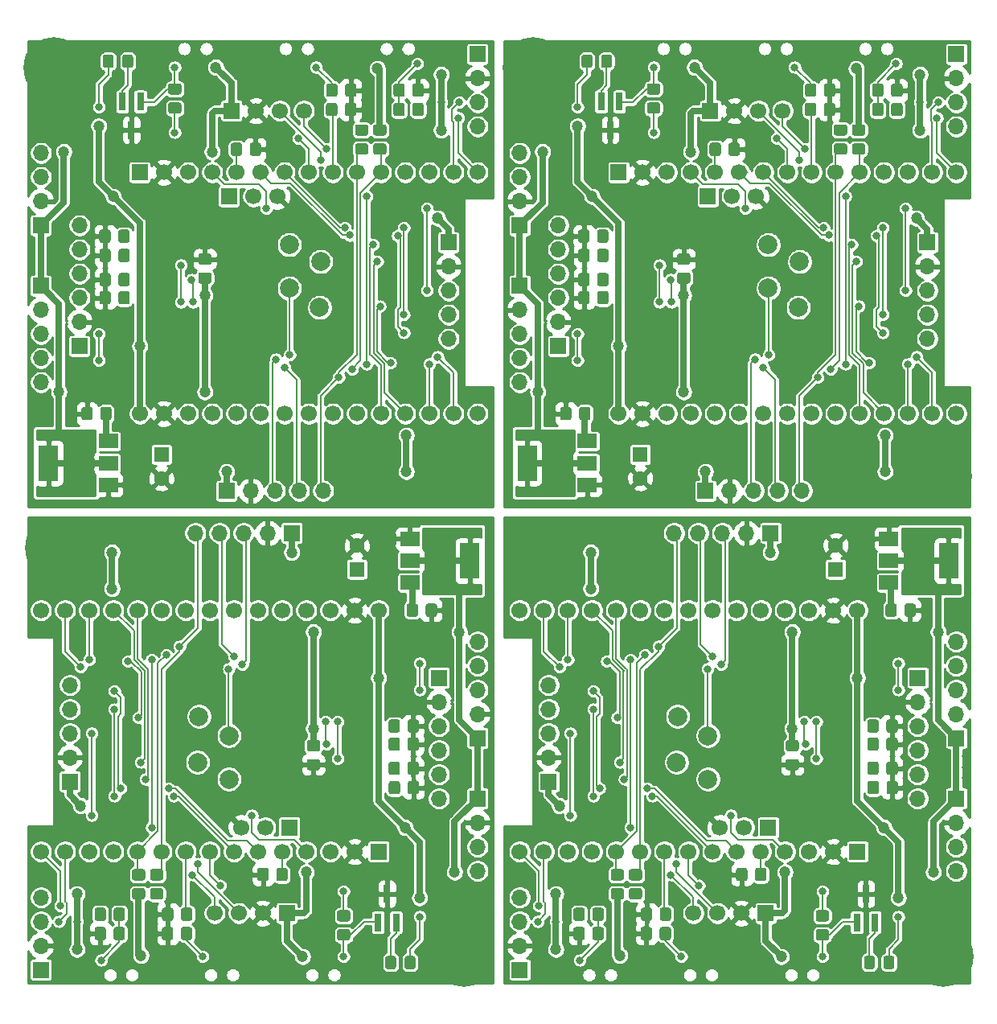
<source format=gtl>
G04 #@! TF.GenerationSoftware,KiCad,Pcbnew,5.1.8-1.fc31*
G04 #@! TF.CreationDate,2021-02-10T10:50:14+01:00*
G04 #@! TF.ProjectId,neOSensorv5_panelized,6e654f53-656e-4736-9f72-76355f70616e,rev?*
G04 #@! TF.SameCoordinates,Original*
G04 #@! TF.FileFunction,Copper,L1,Top*
G04 #@! TF.FilePolarity,Positive*
%FSLAX46Y46*%
G04 Gerber Fmt 4.6, Leading zero omitted, Abs format (unit mm)*
G04 Created by KiCad (PCBNEW 5.1.8-1.fc31) date 2021-02-10 10:50:14*
%MOMM*%
%LPD*%
G01*
G04 APERTURE LIST*
G04 #@! TA.AperFunction,SMDPad,CuDef*
%ADD10R,0.800000X1.900000*%
G04 #@! TD*
G04 #@! TA.AperFunction,ComponentPad*
%ADD11C,1.700000*%
G04 #@! TD*
G04 #@! TA.AperFunction,ComponentPad*
%ADD12R,1.700000X1.700000*%
G04 #@! TD*
G04 #@! TA.AperFunction,ComponentPad*
%ADD13O,1.700000X1.700000*%
G04 #@! TD*
G04 #@! TA.AperFunction,SMDPad,CuDef*
%ADD14R,2.000000X1.500000*%
G04 #@! TD*
G04 #@! TA.AperFunction,SMDPad,CuDef*
%ADD15R,2.000000X3.800000*%
G04 #@! TD*
G04 #@! TA.AperFunction,ComponentPad*
%ADD16C,2.000000*%
G04 #@! TD*
G04 #@! TA.AperFunction,ComponentPad*
%ADD17C,6.400000*%
G04 #@! TD*
G04 #@! TA.AperFunction,ComponentPad*
%ADD18C,1.600000*%
G04 #@! TD*
G04 #@! TA.AperFunction,ComponentPad*
%ADD19R,1.600000X1.600000*%
G04 #@! TD*
G04 #@! TA.AperFunction,ViaPad*
%ADD20C,0.800000*%
G04 #@! TD*
G04 #@! TA.AperFunction,ViaPad*
%ADD21C,1.200000*%
G04 #@! TD*
G04 #@! TA.AperFunction,Conductor*
%ADD22C,0.660400*%
G04 #@! TD*
G04 #@! TA.AperFunction,Conductor*
%ADD23C,0.203200*%
G04 #@! TD*
G04 #@! TA.AperFunction,Conductor*
%ADD24C,0.254000*%
G04 #@! TD*
G04 #@! TA.AperFunction,Conductor*
%ADD25C,0.100000*%
G04 #@! TD*
G04 APERTURE END LIST*
D10*
G04 #@! TO.P,Q1,3*
G04 #@! TO.N,GND*
X36703000Y-35179000D03*
G04 #@! TO.P,Q1,2*
G04 #@! TO.N,Net-(D1-Pad1)*
X35753000Y-32179000D03*
G04 #@! TO.P,Q1,1*
G04 #@! TO.N,Net-(Q1-Pad1)*
X37653000Y-32179000D03*
G04 #@! TD*
D11*
G04 #@! TO.P,U1,3*
G04 #@! TO.N,GND*
X52070000Y-42164000D03*
G04 #@! TO.P,U1,2*
G04 #@! TO.N,/IR*
X49530000Y-42164000D03*
D12*
G04 #@! TO.P,U1,1*
G04 #@! TO.N,+5V*
X46990000Y-42164000D03*
G04 #@! TD*
D11*
G04 #@! TO.P,U2,4*
G04 #@! TO.N,/SDA*
X54864000Y-33147000D03*
G04 #@! TO.P,U2,3*
G04 #@! TO.N,/SCL*
X52324000Y-33147000D03*
G04 #@! TO.P,U2,2*
G04 #@! TO.N,GND*
X49784000Y-33147000D03*
D12*
G04 #@! TO.P,U2,1*
G04 #@! TO.N,+3V3*
X47244000Y-33147000D03*
G04 #@! TD*
D11*
G04 #@! TO.P,U3,30*
G04 #@! TO.N,+5V*
X37592000Y-65024000D03*
G04 #@! TO.P,U3,29*
G04 #@! TO.N,GND*
X40132000Y-65024000D03*
G04 #@! TO.P,U3,28*
G04 #@! TO.N,Net-(U3-Pad28)*
X42672000Y-65024000D03*
G04 #@! TO.P,U3,27*
G04 #@! TO.N,Net-(U3-Pad27)*
X45212000Y-65024000D03*
G04 #@! TO.P,U3,26*
G04 #@! TO.N,Net-(U3-Pad26)*
X47752000Y-65024000D03*
G04 #@! TO.P,U3,25*
G04 #@! TO.N,Net-(U3-Pad25)*
X50292000Y-65024000D03*
G04 #@! TO.P,U3,24*
G04 #@! TO.N,Net-(U3-Pad24)*
X52832000Y-65024000D03*
G04 #@! TO.P,U3,23*
G04 #@! TO.N,Net-(U3-Pad23)*
X55372000Y-65024000D03*
G04 #@! TO.P,U3,22*
G04 #@! TO.N,Net-(U3-Pad22)*
X57912000Y-65024000D03*
G04 #@! TO.P,U3,21*
G04 #@! TO.N,Net-(U3-Pad21)*
X60452000Y-65024000D03*
G04 #@! TO.P,U3,20*
G04 #@! TO.N,/ADC1_7*
X62992000Y-65024000D03*
G04 #@! TO.P,U3,19*
G04 #@! TO.N,/ADC1_6*
X65532000Y-65024000D03*
G04 #@! TO.P,U3,18*
G04 #@! TO.N,/ADC1_3*
X68072000Y-65024000D03*
G04 #@! TO.P,U3,17*
G04 #@! TO.N,/ADC1_0*
X70612000Y-65024000D03*
G04 #@! TO.P,U3,16*
G04 #@! TO.N,+3V3*
X73152000Y-65024000D03*
G04 #@! TO.P,U3,15*
G04 #@! TO.N,/SW3*
X73152000Y-39624000D03*
G04 #@! TO.P,U3,14*
G04 #@! TO.N,/SCL*
X70612000Y-39624000D03*
G04 #@! TO.P,U3,13*
G04 #@! TO.N,Net-(U3-Pad13)*
X68072000Y-39624000D03*
G04 #@! TO.P,U3,12*
G04 #@! TO.N,Net-(U3-Pad12)*
X65532000Y-39624000D03*
G04 #@! TO.P,U3,11*
G04 #@! TO.N,/SDA*
X62992000Y-39624000D03*
G04 #@! TO.P,U3,10*
G04 #@! TO.N,/INT*
X60452000Y-39624000D03*
G04 #@! TO.P,U3,9*
G04 #@! TO.N,/SW2*
X57912000Y-39624000D03*
G04 #@! TO.P,U3,8*
G04 #@! TO.N,/LED*
X55372000Y-39624000D03*
G04 #@! TO.P,U3,7*
G04 #@! TO.N,Net-(R5-Pad2)*
X52832000Y-39624000D03*
G04 #@! TO.P,U3,6*
G04 #@! TO.N,Net-(R6-Pad2)*
X50292000Y-39624000D03*
G04 #@! TO.P,U3,5*
G04 #@! TO.N,/IR*
X47752000Y-39624000D03*
G04 #@! TO.P,U3,4*
G04 #@! TO.N,/PM_EN*
X45212000Y-39624000D03*
G04 #@! TO.P,U3,3*
G04 #@! TO.N,Net-(U3-Pad3)*
X42672000Y-39624000D03*
G04 #@! TO.P,U3,2*
G04 #@! TO.N,GND*
X40132000Y-39624000D03*
D12*
G04 #@! TO.P,U3,1*
G04 #@! TO.N,Net-(U3-Pad1)*
X37592000Y-39624000D03*
G04 #@! TD*
D13*
G04 #@! TO.P,J6,6*
G04 #@! TO.N,/ANA_3*
X31242000Y-45212000D03*
G04 #@! TO.P,J6,5*
G04 #@! TO.N,/ANA_2*
X31242000Y-47752000D03*
G04 #@! TO.P,J6,4*
G04 #@! TO.N,/ANA_1*
X31242000Y-50292000D03*
G04 #@! TO.P,J6,3*
G04 #@! TO.N,/ANA_0*
X31242000Y-52832000D03*
G04 #@! TO.P,J6,2*
G04 #@! TO.N,GND*
X31242000Y-55372000D03*
D12*
G04 #@! TO.P,J6,1*
G04 #@! TO.N,+5V*
X31242000Y-57912000D03*
G04 #@! TD*
D14*
G04 #@! TO.P,U4,1*
G04 #@! TO.N,GND*
X34290000Y-72531000D03*
G04 #@! TO.P,U4,3*
G04 #@! TO.N,+5V*
X34290000Y-67931000D03*
G04 #@! TO.P,U4,2*
G04 #@! TO.N,+3V3*
X34290000Y-70231000D03*
D15*
X27990000Y-70231000D03*
G04 #@! TD*
D16*
G04 #@! TO.P,TP6,1*
G04 #@! TO.N,/ADC1_7*
X53340000Y-47244000D03*
G04 #@! TD*
G04 #@! TO.P,TP5,1*
G04 #@! TO.N,/ADC1_6*
X56642000Y-49022000D03*
G04 #@! TD*
G04 #@! TO.P,TP4,1*
G04 #@! TO.N,/ADC1_0*
X53340000Y-51816000D03*
G04 #@! TD*
G04 #@! TO.P,TP3,1*
G04 #@! TO.N,/ADC1_3*
X56515000Y-53848000D03*
G04 #@! TD*
G04 #@! TO.P,R21,2*
G04 #@! TO.N,+3V3*
G04 #@! TA.AperFunction,SMDPad,CuDef*
G36*
G01*
X61410001Y-35779000D02*
X60509999Y-35779000D01*
G75*
G02*
X60260000Y-35529001I0J249999D01*
G01*
X60260000Y-34828999D01*
G75*
G02*
X60509999Y-34579000I249999J0D01*
G01*
X61410001Y-34579000D01*
G75*
G02*
X61660000Y-34828999I0J-249999D01*
G01*
X61660000Y-35529001D01*
G75*
G02*
X61410001Y-35779000I-249999J0D01*
G01*
G37*
G04 #@! TD.AperFunction*
G04 #@! TO.P,R21,1*
G04 #@! TO.N,/INT*
G04 #@! TA.AperFunction,SMDPad,CuDef*
G36*
G01*
X61410001Y-37779000D02*
X60509999Y-37779000D01*
G75*
G02*
X60260000Y-37529001I0J249999D01*
G01*
X60260000Y-36828999D01*
G75*
G02*
X60509999Y-36579000I249999J0D01*
G01*
X61410001Y-36579000D01*
G75*
G02*
X61660000Y-36828999I0J-249999D01*
G01*
X61660000Y-37529001D01*
G75*
G02*
X61410001Y-37779000I-249999J0D01*
G01*
G37*
G04 #@! TD.AperFunction*
G04 #@! TD*
G04 #@! TO.P,R20,2*
G04 #@! TO.N,Net-(R14-Pad2)*
G04 #@! TA.AperFunction,SMDPad,CuDef*
G36*
G01*
X35325000Y-46805001D02*
X35325000Y-45904999D01*
G75*
G02*
X35574999Y-45655000I249999J0D01*
G01*
X36275001Y-45655000D01*
G75*
G02*
X36525000Y-45904999I0J-249999D01*
G01*
X36525000Y-46805001D01*
G75*
G02*
X36275001Y-47055000I-249999J0D01*
G01*
X35574999Y-47055000D01*
G75*
G02*
X35325000Y-46805001I0J249999D01*
G01*
G37*
G04 #@! TD.AperFunction*
G04 #@! TO.P,R20,1*
G04 #@! TO.N,GND*
G04 #@! TA.AperFunction,SMDPad,CuDef*
G36*
G01*
X33325000Y-46805001D02*
X33325000Y-45904999D01*
G75*
G02*
X33574999Y-45655000I249999J0D01*
G01*
X34275001Y-45655000D01*
G75*
G02*
X34525000Y-45904999I0J-249999D01*
G01*
X34525000Y-46805001D01*
G75*
G02*
X34275001Y-47055000I-249999J0D01*
G01*
X33574999Y-47055000D01*
G75*
G02*
X33325000Y-46805001I0J249999D01*
G01*
G37*
G04 #@! TD.AperFunction*
G04 #@! TD*
G04 #@! TO.P,R19,2*
G04 #@! TO.N,Net-(R18-Pad2)*
G04 #@! TA.AperFunction,SMDPad,CuDef*
G36*
G01*
X35341000Y-51377001D02*
X35341000Y-50476999D01*
G75*
G02*
X35590999Y-50227000I249999J0D01*
G01*
X36291001Y-50227000D01*
G75*
G02*
X36541000Y-50476999I0J-249999D01*
G01*
X36541000Y-51377001D01*
G75*
G02*
X36291001Y-51627000I-249999J0D01*
G01*
X35590999Y-51627000D01*
G75*
G02*
X35341000Y-51377001I0J249999D01*
G01*
G37*
G04 #@! TD.AperFunction*
G04 #@! TO.P,R19,1*
G04 #@! TO.N,GND*
G04 #@! TA.AperFunction,SMDPad,CuDef*
G36*
G01*
X33341000Y-51377001D02*
X33341000Y-50476999D01*
G75*
G02*
X33590999Y-50227000I249999J0D01*
G01*
X34291001Y-50227000D01*
G75*
G02*
X34541000Y-50476999I0J-249999D01*
G01*
X34541000Y-51377001D01*
G75*
G02*
X34291001Y-51627000I-249999J0D01*
G01*
X33590999Y-51627000D01*
G75*
G02*
X33341000Y-51377001I0J249999D01*
G01*
G37*
G04 #@! TD.AperFunction*
G04 #@! TD*
G04 #@! TO.P,R17,2*
G04 #@! TO.N,Net-(R13-Pad2)*
G04 #@! TA.AperFunction,SMDPad,CuDef*
G36*
G01*
X35341000Y-48837001D02*
X35341000Y-47936999D01*
G75*
G02*
X35590999Y-47687000I249999J0D01*
G01*
X36291001Y-47687000D01*
G75*
G02*
X36541000Y-47936999I0J-249999D01*
G01*
X36541000Y-48837001D01*
G75*
G02*
X36291001Y-49087000I-249999J0D01*
G01*
X35590999Y-49087000D01*
G75*
G02*
X35341000Y-48837001I0J249999D01*
G01*
G37*
G04 #@! TD.AperFunction*
G04 #@! TO.P,R17,1*
G04 #@! TO.N,GND*
G04 #@! TA.AperFunction,SMDPad,CuDef*
G36*
G01*
X33341000Y-48837001D02*
X33341000Y-47936999D01*
G75*
G02*
X33590999Y-47687000I249999J0D01*
G01*
X34291001Y-47687000D01*
G75*
G02*
X34541000Y-47936999I0J-249999D01*
G01*
X34541000Y-48837001D01*
G75*
G02*
X34291001Y-49087000I-249999J0D01*
G01*
X33590999Y-49087000D01*
G75*
G02*
X33341000Y-48837001I0J249999D01*
G01*
G37*
G04 #@! TD.AperFunction*
G04 #@! TD*
G04 #@! TO.P,R16,2*
G04 #@! TO.N,Net-(R15-Pad2)*
G04 #@! TA.AperFunction,SMDPad,CuDef*
G36*
G01*
X35341000Y-53282001D02*
X35341000Y-52381999D01*
G75*
G02*
X35590999Y-52132000I249999J0D01*
G01*
X36291001Y-52132000D01*
G75*
G02*
X36541000Y-52381999I0J-249999D01*
G01*
X36541000Y-53282001D01*
G75*
G02*
X36291001Y-53532000I-249999J0D01*
G01*
X35590999Y-53532000D01*
G75*
G02*
X35341000Y-53282001I0J249999D01*
G01*
G37*
G04 #@! TD.AperFunction*
G04 #@! TO.P,R16,1*
G04 #@! TO.N,GND*
G04 #@! TA.AperFunction,SMDPad,CuDef*
G36*
G01*
X33341000Y-53282001D02*
X33341000Y-52381999D01*
G75*
G02*
X33590999Y-52132000I249999J0D01*
G01*
X34291001Y-52132000D01*
G75*
G02*
X34541000Y-52381999I0J-249999D01*
G01*
X34541000Y-53282001D01*
G75*
G02*
X34291001Y-53532000I-249999J0D01*
G01*
X33590999Y-53532000D01*
G75*
G02*
X33341000Y-53282001I0J249999D01*
G01*
G37*
G04 #@! TD.AperFunction*
G04 #@! TD*
G04 #@! TO.P,R12,2*
G04 #@! TO.N,Net-(R11-Pad1)*
G04 #@! TA.AperFunction,SMDPad,CuDef*
G36*
G01*
X65497000Y-30537999D02*
X65497000Y-31438001D01*
G75*
G02*
X65247001Y-31688000I-249999J0D01*
G01*
X64546999Y-31688000D01*
G75*
G02*
X64297000Y-31438001I0J249999D01*
G01*
X64297000Y-30537999D01*
G75*
G02*
X64546999Y-30288000I249999J0D01*
G01*
X65247001Y-30288000D01*
G75*
G02*
X65497000Y-30537999I0J-249999D01*
G01*
G37*
G04 #@! TD.AperFunction*
G04 #@! TO.P,R12,1*
G04 #@! TO.N,GND*
G04 #@! TA.AperFunction,SMDPad,CuDef*
G36*
G01*
X67497000Y-30537999D02*
X67497000Y-31438001D01*
G75*
G02*
X67247001Y-31688000I-249999J0D01*
G01*
X66546999Y-31688000D01*
G75*
G02*
X66297000Y-31438001I0J249999D01*
G01*
X66297000Y-30537999D01*
G75*
G02*
X66546999Y-30288000I249999J0D01*
G01*
X67247001Y-30288000D01*
G75*
G02*
X67497000Y-30537999I0J-249999D01*
G01*
G37*
G04 #@! TD.AperFunction*
G04 #@! TD*
G04 #@! TO.P,R11,2*
G04 #@! TO.N,/SW3*
G04 #@! TA.AperFunction,SMDPad,CuDef*
G36*
G01*
X66297000Y-33470001D02*
X66297000Y-32569999D01*
G75*
G02*
X66546999Y-32320000I249999J0D01*
G01*
X67247001Y-32320000D01*
G75*
G02*
X67497000Y-32569999I0J-249999D01*
G01*
X67497000Y-33470001D01*
G75*
G02*
X67247001Y-33720000I-249999J0D01*
G01*
X66546999Y-33720000D01*
G75*
G02*
X66297000Y-33470001I0J249999D01*
G01*
G37*
G04 #@! TD.AperFunction*
G04 #@! TO.P,R11,1*
G04 #@! TO.N,Net-(R11-Pad1)*
G04 #@! TA.AperFunction,SMDPad,CuDef*
G36*
G01*
X64297000Y-33470001D02*
X64297000Y-32569999D01*
G75*
G02*
X64546999Y-32320000I249999J0D01*
G01*
X65247001Y-32320000D01*
G75*
G02*
X65497000Y-32569999I0J-249999D01*
G01*
X65497000Y-33470001D01*
G75*
G02*
X65247001Y-33720000I-249999J0D01*
G01*
X64546999Y-33720000D01*
G75*
G02*
X64297000Y-33470001I0J249999D01*
G01*
G37*
G04 #@! TD.AperFunction*
G04 #@! TD*
G04 #@! TO.P,R10,2*
G04 #@! TO.N,Net-(R10-Pad2)*
G04 #@! TA.AperFunction,SMDPad,CuDef*
G36*
G01*
X58417000Y-30537999D02*
X58417000Y-31438001D01*
G75*
G02*
X58167001Y-31688000I-249999J0D01*
G01*
X57466999Y-31688000D01*
G75*
G02*
X57217000Y-31438001I0J249999D01*
G01*
X57217000Y-30537999D01*
G75*
G02*
X57466999Y-30288000I249999J0D01*
G01*
X58167001Y-30288000D01*
G75*
G02*
X58417000Y-30537999I0J-249999D01*
G01*
G37*
G04 #@! TD.AperFunction*
G04 #@! TO.P,R10,1*
G04 #@! TO.N,GND*
G04 #@! TA.AperFunction,SMDPad,CuDef*
G36*
G01*
X60417000Y-30537999D02*
X60417000Y-31438001D01*
G75*
G02*
X60167001Y-31688000I-249999J0D01*
G01*
X59466999Y-31688000D01*
G75*
G02*
X59217000Y-31438001I0J249999D01*
G01*
X59217000Y-30537999D01*
G75*
G02*
X59466999Y-30288000I249999J0D01*
G01*
X60167001Y-30288000D01*
G75*
G02*
X60417000Y-30537999I0J-249999D01*
G01*
G37*
G04 #@! TD.AperFunction*
G04 #@! TD*
G04 #@! TO.P,R9,2*
G04 #@! TO.N,/IR*
G04 #@! TA.AperFunction,SMDPad,CuDef*
G36*
G01*
X48368000Y-36760999D02*
X48368000Y-37661001D01*
G75*
G02*
X48118001Y-37911000I-249999J0D01*
G01*
X47417999Y-37911000D01*
G75*
G02*
X47168000Y-37661001I0J249999D01*
G01*
X47168000Y-36760999D01*
G75*
G02*
X47417999Y-36511000I249999J0D01*
G01*
X48118001Y-36511000D01*
G75*
G02*
X48368000Y-36760999I0J-249999D01*
G01*
G37*
G04 #@! TD.AperFunction*
G04 #@! TO.P,R9,1*
G04 #@! TO.N,GND*
G04 #@! TA.AperFunction,SMDPad,CuDef*
G36*
G01*
X50368000Y-36760999D02*
X50368000Y-37661001D01*
G75*
G02*
X50118001Y-37911000I-249999J0D01*
G01*
X49417999Y-37911000D01*
G75*
G02*
X49168000Y-37661001I0J249999D01*
G01*
X49168000Y-36760999D01*
G75*
G02*
X49417999Y-36511000I249999J0D01*
G01*
X50118001Y-36511000D01*
G75*
G02*
X50368000Y-36760999I0J-249999D01*
G01*
G37*
G04 #@! TD.AperFunction*
G04 #@! TD*
G04 #@! TO.P,R8,2*
G04 #@! TO.N,+3V3*
G04 #@! TA.AperFunction,SMDPad,CuDef*
G36*
G01*
X63315001Y-35779000D02*
X62414999Y-35779000D01*
G75*
G02*
X62165000Y-35529001I0J249999D01*
G01*
X62165000Y-34828999D01*
G75*
G02*
X62414999Y-34579000I249999J0D01*
G01*
X63315001Y-34579000D01*
G75*
G02*
X63565000Y-34828999I0J-249999D01*
G01*
X63565000Y-35529001D01*
G75*
G02*
X63315001Y-35779000I-249999J0D01*
G01*
G37*
G04 #@! TD.AperFunction*
G04 #@! TO.P,R8,1*
G04 #@! TO.N,/SDA*
G04 #@! TA.AperFunction,SMDPad,CuDef*
G36*
G01*
X63315001Y-37779000D02*
X62414999Y-37779000D01*
G75*
G02*
X62165000Y-37529001I0J249999D01*
G01*
X62165000Y-36828999D01*
G75*
G02*
X62414999Y-36579000I249999J0D01*
G01*
X63315001Y-36579000D01*
G75*
G02*
X63565000Y-36828999I0J-249999D01*
G01*
X63565000Y-37529001D01*
G75*
G02*
X63315001Y-37779000I-249999J0D01*
G01*
G37*
G04 #@! TD.AperFunction*
G04 #@! TD*
G04 #@! TO.P,R3,2*
G04 #@! TO.N,Net-(Q1-Pad1)*
G04 #@! TA.AperFunction,SMDPad,CuDef*
G36*
G01*
X41725001Y-31461000D02*
X40824999Y-31461000D01*
G75*
G02*
X40575000Y-31211001I0J249999D01*
G01*
X40575000Y-30510999D01*
G75*
G02*
X40824999Y-30261000I249999J0D01*
G01*
X41725001Y-30261000D01*
G75*
G02*
X41975000Y-30510999I0J-249999D01*
G01*
X41975000Y-31211001D01*
G75*
G02*
X41725001Y-31461000I-249999J0D01*
G01*
G37*
G04 #@! TD.AperFunction*
G04 #@! TO.P,R3,1*
G04 #@! TO.N,/LED*
G04 #@! TA.AperFunction,SMDPad,CuDef*
G36*
G01*
X41725001Y-33461000D02*
X40824999Y-33461000D01*
G75*
G02*
X40575000Y-33211001I0J249999D01*
G01*
X40575000Y-32510999D01*
G75*
G02*
X40824999Y-32261000I249999J0D01*
G01*
X41725001Y-32261000D01*
G75*
G02*
X41975000Y-32510999I0J-249999D01*
G01*
X41975000Y-33211001D01*
G75*
G02*
X41725001Y-33461000I-249999J0D01*
G01*
G37*
G04 #@! TD.AperFunction*
G04 #@! TD*
D13*
G04 #@! TO.P,J5,5*
G04 #@! TO.N,/RX2*
X70104000Y-57150000D03*
G04 #@! TO.P,J5,4*
G04 #@! TO.N,/TX2*
X70104000Y-54610000D03*
G04 #@! TO.P,J5,3*
G04 #@! TO.N,/PM_EN*
X70104000Y-52070000D03*
G04 #@! TO.P,J5,2*
G04 #@! TO.N,GND*
X70104000Y-49530000D03*
D12*
G04 #@! TO.P,J5,1*
G04 #@! TO.N,+5V*
X70104000Y-46990000D03*
G04 #@! TD*
D13*
G04 #@! TO.P,J4,5*
G04 #@! TO.N,/INT*
X56896000Y-73152000D03*
G04 #@! TO.P,J4,4*
G04 #@! TO.N,/SDA*
X54356000Y-73152000D03*
G04 #@! TO.P,J4,3*
G04 #@! TO.N,/SCL*
X51816000Y-73152000D03*
G04 #@! TO.P,J4,2*
G04 #@! TO.N,GND*
X49276000Y-73152000D03*
D12*
G04 #@! TO.P,J4,1*
G04 #@! TO.N,+3V3*
X46736000Y-73152000D03*
G04 #@! TD*
D13*
G04 #@! TO.P,J3,5*
G04 #@! TO.N,/INT*
X27178000Y-61722000D03*
G04 #@! TO.P,J3,4*
G04 #@! TO.N,/SDA*
X27178000Y-59182000D03*
G04 #@! TO.P,J3,3*
G04 #@! TO.N,/SCL*
X27178000Y-56642000D03*
G04 #@! TO.P,J3,2*
G04 #@! TO.N,GND*
X27178000Y-54102000D03*
D12*
G04 #@! TO.P,J3,1*
G04 #@! TO.N,+3V3*
X27178000Y-51562000D03*
G04 #@! TD*
D13*
G04 #@! TO.P,J2,4*
G04 #@! TO.N,/SDA*
X73152000Y-34798000D03*
G04 #@! TO.P,J2,3*
G04 #@! TO.N,/SCL*
X73152000Y-32258000D03*
G04 #@! TO.P,J2,2*
G04 #@! TO.N,GND*
X73152000Y-29718000D03*
D12*
G04 #@! TO.P,J2,1*
G04 #@! TO.N,+3V3*
X73152000Y-27178000D03*
G04 #@! TD*
D13*
G04 #@! TO.P,J1,4*
G04 #@! TO.N,/SDA*
X27178000Y-37592000D03*
G04 #@! TO.P,J1,3*
G04 #@! TO.N,/SCL*
X27178000Y-40132000D03*
G04 #@! TO.P,J1,2*
G04 #@! TO.N,GND*
X27178000Y-42672000D03*
D12*
G04 #@! TO.P,J1,1*
G04 #@! TO.N,+3V3*
X27178000Y-45212000D03*
G04 #@! TD*
D17*
G04 #@! TO.P,H2,1*
G04 #@! TO.N,GND*
X71628000Y-71628000D03*
G04 #@! TD*
G04 #@! TO.P,H1,1*
G04 #@! TO.N,GND*
X28575000Y-28575000D03*
G04 #@! TD*
G04 #@! TO.P,D1,2*
G04 #@! TO.N,Net-(D1-Pad2)*
G04 #@! TA.AperFunction,SMDPad,CuDef*
G36*
G01*
X34847000Y-27489999D02*
X34847000Y-28390001D01*
G75*
G02*
X34597001Y-28640000I-249999J0D01*
G01*
X33946999Y-28640000D01*
G75*
G02*
X33697000Y-28390001I0J249999D01*
G01*
X33697000Y-27489999D01*
G75*
G02*
X33946999Y-27240000I249999J0D01*
G01*
X34597001Y-27240000D01*
G75*
G02*
X34847000Y-27489999I0J-249999D01*
G01*
G37*
G04 #@! TD.AperFunction*
G04 #@! TO.P,D1,1*
G04 #@! TO.N,Net-(D1-Pad1)*
G04 #@! TA.AperFunction,SMDPad,CuDef*
G36*
G01*
X36897000Y-27489999D02*
X36897000Y-28390001D01*
G75*
G02*
X36647001Y-28640000I-249999J0D01*
G01*
X35996999Y-28640000D01*
G75*
G02*
X35747000Y-28390001I0J249999D01*
G01*
X35747000Y-27489999D01*
G75*
G02*
X35996999Y-27240000I249999J0D01*
G01*
X36647001Y-27240000D01*
G75*
G02*
X36897000Y-27489999I0J-249999D01*
G01*
G37*
G04 #@! TD.AperFunction*
G04 #@! TD*
G04 #@! TO.P,C4,2*
G04 #@! TO.N,GND*
G04 #@! TA.AperFunction,SMDPad,CuDef*
G36*
G01*
X59201000Y-33470001D02*
X59201000Y-32569999D01*
G75*
G02*
X59450999Y-32320000I249999J0D01*
G01*
X60151001Y-32320000D01*
G75*
G02*
X60401000Y-32569999I0J-249999D01*
G01*
X60401000Y-33470001D01*
G75*
G02*
X60151001Y-33720000I-249999J0D01*
G01*
X59450999Y-33720000D01*
G75*
G02*
X59201000Y-33470001I0J249999D01*
G01*
G37*
G04 #@! TD.AperFunction*
G04 #@! TO.P,C4,1*
G04 #@! TO.N,/SW2*
G04 #@! TA.AperFunction,SMDPad,CuDef*
G36*
G01*
X57201000Y-33470001D02*
X57201000Y-32569999D01*
G75*
G02*
X57450999Y-32320000I249999J0D01*
G01*
X58151001Y-32320000D01*
G75*
G02*
X58401000Y-32569999I0J-249999D01*
G01*
X58401000Y-33470001D01*
G75*
G02*
X58151001Y-33720000I-249999J0D01*
G01*
X57450999Y-33720000D01*
G75*
G02*
X57201000Y-33470001I0J249999D01*
G01*
G37*
G04 #@! TD.AperFunction*
G04 #@! TD*
G04 #@! TO.P,C3,2*
G04 #@! TO.N,GND*
G04 #@! TA.AperFunction,SMDPad,CuDef*
G36*
G01*
X44900001Y-49368000D02*
X43999999Y-49368000D01*
G75*
G02*
X43750000Y-49118001I0J249999D01*
G01*
X43750000Y-48417999D01*
G75*
G02*
X43999999Y-48168000I249999J0D01*
G01*
X44900001Y-48168000D01*
G75*
G02*
X45150000Y-48417999I0J-249999D01*
G01*
X45150000Y-49118001D01*
G75*
G02*
X44900001Y-49368000I-249999J0D01*
G01*
G37*
G04 #@! TD.AperFunction*
G04 #@! TO.P,C3,1*
G04 #@! TO.N,+3V3*
G04 #@! TA.AperFunction,SMDPad,CuDef*
G36*
G01*
X44900001Y-51368000D02*
X43999999Y-51368000D01*
G75*
G02*
X43750000Y-51118001I0J249999D01*
G01*
X43750000Y-50417999D01*
G75*
G02*
X43999999Y-50168000I249999J0D01*
G01*
X44900001Y-50168000D01*
G75*
G02*
X45150000Y-50417999I0J-249999D01*
G01*
X45150000Y-51118001D01*
G75*
G02*
X44900001Y-51368000I-249999J0D01*
G01*
G37*
G04 #@! TD.AperFunction*
G04 #@! TD*
D18*
G04 #@! TO.P,C2,2*
G04 #@! TO.N,GND*
X39878000Y-71842000D03*
D19*
G04 #@! TO.P,C2,1*
G04 #@! TO.N,+3V3*
X39878000Y-69342000D03*
G04 #@! TD*
G04 #@! TO.P,C1,1*
G04 #@! TO.N,+5V*
G04 #@! TA.AperFunction,SMDPad,CuDef*
G36*
G01*
X34636000Y-64573999D02*
X34636000Y-65474001D01*
G75*
G02*
X34386001Y-65724000I-249999J0D01*
G01*
X33685999Y-65724000D01*
G75*
G02*
X33436000Y-65474001I0J249999D01*
G01*
X33436000Y-64573999D01*
G75*
G02*
X33685999Y-64324000I249999J0D01*
G01*
X34386001Y-64324000D01*
G75*
G02*
X34636000Y-64573999I0J-249999D01*
G01*
G37*
G04 #@! TD.AperFunction*
G04 #@! TO.P,C1,2*
G04 #@! TO.N,GND*
G04 #@! TA.AperFunction,SMDPad,CuDef*
G36*
G01*
X32636000Y-64573999D02*
X32636000Y-65474001D01*
G75*
G02*
X32386001Y-65724000I-249999J0D01*
G01*
X31685999Y-65724000D01*
G75*
G02*
X31436000Y-65474001I0J249999D01*
G01*
X31436000Y-64573999D01*
G75*
G02*
X31685999Y-64324000I249999J0D01*
G01*
X32386001Y-64324000D01*
G75*
G02*
X32636000Y-64573999I0J-249999D01*
G01*
G37*
G04 #@! TD.AperFunction*
G04 #@! TD*
D10*
G04 #@! TO.P,Q1,3*
G04 #@! TO.N,GND*
X87122000Y-35179000D03*
G04 #@! TO.P,Q1,2*
G04 #@! TO.N,Net-(D1-Pad1)*
X86172000Y-32179000D03*
G04 #@! TO.P,Q1,1*
G04 #@! TO.N,Net-(Q1-Pad1)*
X88072000Y-32179000D03*
G04 #@! TD*
D11*
G04 #@! TO.P,U1,3*
G04 #@! TO.N,GND*
X102489000Y-42164000D03*
G04 #@! TO.P,U1,2*
G04 #@! TO.N,/IR*
X99949000Y-42164000D03*
D12*
G04 #@! TO.P,U1,1*
G04 #@! TO.N,+5V*
X97409000Y-42164000D03*
G04 #@! TD*
D11*
G04 #@! TO.P,U2,4*
G04 #@! TO.N,/SDA*
X105283000Y-33147000D03*
G04 #@! TO.P,U2,3*
G04 #@! TO.N,/SCL*
X102743000Y-33147000D03*
G04 #@! TO.P,U2,2*
G04 #@! TO.N,GND*
X100203000Y-33147000D03*
D12*
G04 #@! TO.P,U2,1*
G04 #@! TO.N,+3V3*
X97663000Y-33147000D03*
G04 #@! TD*
D11*
G04 #@! TO.P,U3,30*
G04 #@! TO.N,+5V*
X88011000Y-65024000D03*
G04 #@! TO.P,U3,29*
G04 #@! TO.N,GND*
X90551000Y-65024000D03*
G04 #@! TO.P,U3,28*
G04 #@! TO.N,Net-(U3-Pad28)*
X93091000Y-65024000D03*
G04 #@! TO.P,U3,27*
G04 #@! TO.N,Net-(U3-Pad27)*
X95631000Y-65024000D03*
G04 #@! TO.P,U3,26*
G04 #@! TO.N,Net-(U3-Pad26)*
X98171000Y-65024000D03*
G04 #@! TO.P,U3,25*
G04 #@! TO.N,Net-(U3-Pad25)*
X100711000Y-65024000D03*
G04 #@! TO.P,U3,24*
G04 #@! TO.N,Net-(U3-Pad24)*
X103251000Y-65024000D03*
G04 #@! TO.P,U3,23*
G04 #@! TO.N,Net-(U3-Pad23)*
X105791000Y-65024000D03*
G04 #@! TO.P,U3,22*
G04 #@! TO.N,Net-(U3-Pad22)*
X108331000Y-65024000D03*
G04 #@! TO.P,U3,21*
G04 #@! TO.N,Net-(U3-Pad21)*
X110871000Y-65024000D03*
G04 #@! TO.P,U3,20*
G04 #@! TO.N,/ADC1_7*
X113411000Y-65024000D03*
G04 #@! TO.P,U3,19*
G04 #@! TO.N,/ADC1_6*
X115951000Y-65024000D03*
G04 #@! TO.P,U3,18*
G04 #@! TO.N,/ADC1_3*
X118491000Y-65024000D03*
G04 #@! TO.P,U3,17*
G04 #@! TO.N,/ADC1_0*
X121031000Y-65024000D03*
G04 #@! TO.P,U3,16*
G04 #@! TO.N,+3V3*
X123571000Y-65024000D03*
G04 #@! TO.P,U3,15*
G04 #@! TO.N,/SW3*
X123571000Y-39624000D03*
G04 #@! TO.P,U3,14*
G04 #@! TO.N,/SCL*
X121031000Y-39624000D03*
G04 #@! TO.P,U3,13*
G04 #@! TO.N,Net-(U3-Pad13)*
X118491000Y-39624000D03*
G04 #@! TO.P,U3,12*
G04 #@! TO.N,Net-(U3-Pad12)*
X115951000Y-39624000D03*
G04 #@! TO.P,U3,11*
G04 #@! TO.N,/SDA*
X113411000Y-39624000D03*
G04 #@! TO.P,U3,10*
G04 #@! TO.N,/INT*
X110871000Y-39624000D03*
G04 #@! TO.P,U3,9*
G04 #@! TO.N,/SW2*
X108331000Y-39624000D03*
G04 #@! TO.P,U3,8*
G04 #@! TO.N,/LED*
X105791000Y-39624000D03*
G04 #@! TO.P,U3,7*
G04 #@! TO.N,Net-(R5-Pad2)*
X103251000Y-39624000D03*
G04 #@! TO.P,U3,6*
G04 #@! TO.N,Net-(R6-Pad2)*
X100711000Y-39624000D03*
G04 #@! TO.P,U3,5*
G04 #@! TO.N,/IR*
X98171000Y-39624000D03*
G04 #@! TO.P,U3,4*
G04 #@! TO.N,/PM_EN*
X95631000Y-39624000D03*
G04 #@! TO.P,U3,3*
G04 #@! TO.N,Net-(U3-Pad3)*
X93091000Y-39624000D03*
G04 #@! TO.P,U3,2*
G04 #@! TO.N,GND*
X90551000Y-39624000D03*
D12*
G04 #@! TO.P,U3,1*
G04 #@! TO.N,Net-(U3-Pad1)*
X88011000Y-39624000D03*
G04 #@! TD*
D13*
G04 #@! TO.P,J6,6*
G04 #@! TO.N,/ANA_3*
X81661000Y-45212000D03*
G04 #@! TO.P,J6,5*
G04 #@! TO.N,/ANA_2*
X81661000Y-47752000D03*
G04 #@! TO.P,J6,4*
G04 #@! TO.N,/ANA_1*
X81661000Y-50292000D03*
G04 #@! TO.P,J6,3*
G04 #@! TO.N,/ANA_0*
X81661000Y-52832000D03*
G04 #@! TO.P,J6,2*
G04 #@! TO.N,GND*
X81661000Y-55372000D03*
D12*
G04 #@! TO.P,J6,1*
G04 #@! TO.N,+5V*
X81661000Y-57912000D03*
G04 #@! TD*
D14*
G04 #@! TO.P,U4,1*
G04 #@! TO.N,GND*
X84709000Y-72531000D03*
G04 #@! TO.P,U4,3*
G04 #@! TO.N,+5V*
X84709000Y-67931000D03*
G04 #@! TO.P,U4,2*
G04 #@! TO.N,+3V3*
X84709000Y-70231000D03*
D15*
X78409000Y-70231000D03*
G04 #@! TD*
D16*
G04 #@! TO.P,TP6,1*
G04 #@! TO.N,/ADC1_7*
X103759000Y-47244000D03*
G04 #@! TD*
G04 #@! TO.P,TP5,1*
G04 #@! TO.N,/ADC1_6*
X107061000Y-49022000D03*
G04 #@! TD*
G04 #@! TO.P,TP4,1*
G04 #@! TO.N,/ADC1_0*
X103759000Y-51816000D03*
G04 #@! TD*
G04 #@! TO.P,TP3,1*
G04 #@! TO.N,/ADC1_3*
X106934000Y-53848000D03*
G04 #@! TD*
G04 #@! TO.P,R21,2*
G04 #@! TO.N,+3V3*
G04 #@! TA.AperFunction,SMDPad,CuDef*
G36*
G01*
X111829001Y-35779000D02*
X110928999Y-35779000D01*
G75*
G02*
X110679000Y-35529001I0J249999D01*
G01*
X110679000Y-34828999D01*
G75*
G02*
X110928999Y-34579000I249999J0D01*
G01*
X111829001Y-34579000D01*
G75*
G02*
X112079000Y-34828999I0J-249999D01*
G01*
X112079000Y-35529001D01*
G75*
G02*
X111829001Y-35779000I-249999J0D01*
G01*
G37*
G04 #@! TD.AperFunction*
G04 #@! TO.P,R21,1*
G04 #@! TO.N,/INT*
G04 #@! TA.AperFunction,SMDPad,CuDef*
G36*
G01*
X111829001Y-37779000D02*
X110928999Y-37779000D01*
G75*
G02*
X110679000Y-37529001I0J249999D01*
G01*
X110679000Y-36828999D01*
G75*
G02*
X110928999Y-36579000I249999J0D01*
G01*
X111829001Y-36579000D01*
G75*
G02*
X112079000Y-36828999I0J-249999D01*
G01*
X112079000Y-37529001D01*
G75*
G02*
X111829001Y-37779000I-249999J0D01*
G01*
G37*
G04 #@! TD.AperFunction*
G04 #@! TD*
G04 #@! TO.P,R20,2*
G04 #@! TO.N,Net-(R14-Pad2)*
G04 #@! TA.AperFunction,SMDPad,CuDef*
G36*
G01*
X85744000Y-46805001D02*
X85744000Y-45904999D01*
G75*
G02*
X85993999Y-45655000I249999J0D01*
G01*
X86694001Y-45655000D01*
G75*
G02*
X86944000Y-45904999I0J-249999D01*
G01*
X86944000Y-46805001D01*
G75*
G02*
X86694001Y-47055000I-249999J0D01*
G01*
X85993999Y-47055000D01*
G75*
G02*
X85744000Y-46805001I0J249999D01*
G01*
G37*
G04 #@! TD.AperFunction*
G04 #@! TO.P,R20,1*
G04 #@! TO.N,GND*
G04 #@! TA.AperFunction,SMDPad,CuDef*
G36*
G01*
X83744000Y-46805001D02*
X83744000Y-45904999D01*
G75*
G02*
X83993999Y-45655000I249999J0D01*
G01*
X84694001Y-45655000D01*
G75*
G02*
X84944000Y-45904999I0J-249999D01*
G01*
X84944000Y-46805001D01*
G75*
G02*
X84694001Y-47055000I-249999J0D01*
G01*
X83993999Y-47055000D01*
G75*
G02*
X83744000Y-46805001I0J249999D01*
G01*
G37*
G04 #@! TD.AperFunction*
G04 #@! TD*
G04 #@! TO.P,R19,2*
G04 #@! TO.N,Net-(R18-Pad2)*
G04 #@! TA.AperFunction,SMDPad,CuDef*
G36*
G01*
X85760000Y-51377001D02*
X85760000Y-50476999D01*
G75*
G02*
X86009999Y-50227000I249999J0D01*
G01*
X86710001Y-50227000D01*
G75*
G02*
X86960000Y-50476999I0J-249999D01*
G01*
X86960000Y-51377001D01*
G75*
G02*
X86710001Y-51627000I-249999J0D01*
G01*
X86009999Y-51627000D01*
G75*
G02*
X85760000Y-51377001I0J249999D01*
G01*
G37*
G04 #@! TD.AperFunction*
G04 #@! TO.P,R19,1*
G04 #@! TO.N,GND*
G04 #@! TA.AperFunction,SMDPad,CuDef*
G36*
G01*
X83760000Y-51377001D02*
X83760000Y-50476999D01*
G75*
G02*
X84009999Y-50227000I249999J0D01*
G01*
X84710001Y-50227000D01*
G75*
G02*
X84960000Y-50476999I0J-249999D01*
G01*
X84960000Y-51377001D01*
G75*
G02*
X84710001Y-51627000I-249999J0D01*
G01*
X84009999Y-51627000D01*
G75*
G02*
X83760000Y-51377001I0J249999D01*
G01*
G37*
G04 #@! TD.AperFunction*
G04 #@! TD*
G04 #@! TO.P,R17,2*
G04 #@! TO.N,Net-(R13-Pad2)*
G04 #@! TA.AperFunction,SMDPad,CuDef*
G36*
G01*
X85760000Y-48837001D02*
X85760000Y-47936999D01*
G75*
G02*
X86009999Y-47687000I249999J0D01*
G01*
X86710001Y-47687000D01*
G75*
G02*
X86960000Y-47936999I0J-249999D01*
G01*
X86960000Y-48837001D01*
G75*
G02*
X86710001Y-49087000I-249999J0D01*
G01*
X86009999Y-49087000D01*
G75*
G02*
X85760000Y-48837001I0J249999D01*
G01*
G37*
G04 #@! TD.AperFunction*
G04 #@! TO.P,R17,1*
G04 #@! TO.N,GND*
G04 #@! TA.AperFunction,SMDPad,CuDef*
G36*
G01*
X83760000Y-48837001D02*
X83760000Y-47936999D01*
G75*
G02*
X84009999Y-47687000I249999J0D01*
G01*
X84710001Y-47687000D01*
G75*
G02*
X84960000Y-47936999I0J-249999D01*
G01*
X84960000Y-48837001D01*
G75*
G02*
X84710001Y-49087000I-249999J0D01*
G01*
X84009999Y-49087000D01*
G75*
G02*
X83760000Y-48837001I0J249999D01*
G01*
G37*
G04 #@! TD.AperFunction*
G04 #@! TD*
G04 #@! TO.P,R16,2*
G04 #@! TO.N,Net-(R15-Pad2)*
G04 #@! TA.AperFunction,SMDPad,CuDef*
G36*
G01*
X85760000Y-53282001D02*
X85760000Y-52381999D01*
G75*
G02*
X86009999Y-52132000I249999J0D01*
G01*
X86710001Y-52132000D01*
G75*
G02*
X86960000Y-52381999I0J-249999D01*
G01*
X86960000Y-53282001D01*
G75*
G02*
X86710001Y-53532000I-249999J0D01*
G01*
X86009999Y-53532000D01*
G75*
G02*
X85760000Y-53282001I0J249999D01*
G01*
G37*
G04 #@! TD.AperFunction*
G04 #@! TO.P,R16,1*
G04 #@! TO.N,GND*
G04 #@! TA.AperFunction,SMDPad,CuDef*
G36*
G01*
X83760000Y-53282001D02*
X83760000Y-52381999D01*
G75*
G02*
X84009999Y-52132000I249999J0D01*
G01*
X84710001Y-52132000D01*
G75*
G02*
X84960000Y-52381999I0J-249999D01*
G01*
X84960000Y-53282001D01*
G75*
G02*
X84710001Y-53532000I-249999J0D01*
G01*
X84009999Y-53532000D01*
G75*
G02*
X83760000Y-53282001I0J249999D01*
G01*
G37*
G04 #@! TD.AperFunction*
G04 #@! TD*
G04 #@! TO.P,R12,2*
G04 #@! TO.N,Net-(R11-Pad1)*
G04 #@! TA.AperFunction,SMDPad,CuDef*
G36*
G01*
X115916000Y-30537999D02*
X115916000Y-31438001D01*
G75*
G02*
X115666001Y-31688000I-249999J0D01*
G01*
X114965999Y-31688000D01*
G75*
G02*
X114716000Y-31438001I0J249999D01*
G01*
X114716000Y-30537999D01*
G75*
G02*
X114965999Y-30288000I249999J0D01*
G01*
X115666001Y-30288000D01*
G75*
G02*
X115916000Y-30537999I0J-249999D01*
G01*
G37*
G04 #@! TD.AperFunction*
G04 #@! TO.P,R12,1*
G04 #@! TO.N,GND*
G04 #@! TA.AperFunction,SMDPad,CuDef*
G36*
G01*
X117916000Y-30537999D02*
X117916000Y-31438001D01*
G75*
G02*
X117666001Y-31688000I-249999J0D01*
G01*
X116965999Y-31688000D01*
G75*
G02*
X116716000Y-31438001I0J249999D01*
G01*
X116716000Y-30537999D01*
G75*
G02*
X116965999Y-30288000I249999J0D01*
G01*
X117666001Y-30288000D01*
G75*
G02*
X117916000Y-30537999I0J-249999D01*
G01*
G37*
G04 #@! TD.AperFunction*
G04 #@! TD*
G04 #@! TO.P,R11,2*
G04 #@! TO.N,/SW3*
G04 #@! TA.AperFunction,SMDPad,CuDef*
G36*
G01*
X116716000Y-33470001D02*
X116716000Y-32569999D01*
G75*
G02*
X116965999Y-32320000I249999J0D01*
G01*
X117666001Y-32320000D01*
G75*
G02*
X117916000Y-32569999I0J-249999D01*
G01*
X117916000Y-33470001D01*
G75*
G02*
X117666001Y-33720000I-249999J0D01*
G01*
X116965999Y-33720000D01*
G75*
G02*
X116716000Y-33470001I0J249999D01*
G01*
G37*
G04 #@! TD.AperFunction*
G04 #@! TO.P,R11,1*
G04 #@! TO.N,Net-(R11-Pad1)*
G04 #@! TA.AperFunction,SMDPad,CuDef*
G36*
G01*
X114716000Y-33470001D02*
X114716000Y-32569999D01*
G75*
G02*
X114965999Y-32320000I249999J0D01*
G01*
X115666001Y-32320000D01*
G75*
G02*
X115916000Y-32569999I0J-249999D01*
G01*
X115916000Y-33470001D01*
G75*
G02*
X115666001Y-33720000I-249999J0D01*
G01*
X114965999Y-33720000D01*
G75*
G02*
X114716000Y-33470001I0J249999D01*
G01*
G37*
G04 #@! TD.AperFunction*
G04 #@! TD*
G04 #@! TO.P,R10,2*
G04 #@! TO.N,Net-(R10-Pad2)*
G04 #@! TA.AperFunction,SMDPad,CuDef*
G36*
G01*
X108836000Y-30537999D02*
X108836000Y-31438001D01*
G75*
G02*
X108586001Y-31688000I-249999J0D01*
G01*
X107885999Y-31688000D01*
G75*
G02*
X107636000Y-31438001I0J249999D01*
G01*
X107636000Y-30537999D01*
G75*
G02*
X107885999Y-30288000I249999J0D01*
G01*
X108586001Y-30288000D01*
G75*
G02*
X108836000Y-30537999I0J-249999D01*
G01*
G37*
G04 #@! TD.AperFunction*
G04 #@! TO.P,R10,1*
G04 #@! TO.N,GND*
G04 #@! TA.AperFunction,SMDPad,CuDef*
G36*
G01*
X110836000Y-30537999D02*
X110836000Y-31438001D01*
G75*
G02*
X110586001Y-31688000I-249999J0D01*
G01*
X109885999Y-31688000D01*
G75*
G02*
X109636000Y-31438001I0J249999D01*
G01*
X109636000Y-30537999D01*
G75*
G02*
X109885999Y-30288000I249999J0D01*
G01*
X110586001Y-30288000D01*
G75*
G02*
X110836000Y-30537999I0J-249999D01*
G01*
G37*
G04 #@! TD.AperFunction*
G04 #@! TD*
G04 #@! TO.P,R9,2*
G04 #@! TO.N,/IR*
G04 #@! TA.AperFunction,SMDPad,CuDef*
G36*
G01*
X98787000Y-36760999D02*
X98787000Y-37661001D01*
G75*
G02*
X98537001Y-37911000I-249999J0D01*
G01*
X97836999Y-37911000D01*
G75*
G02*
X97587000Y-37661001I0J249999D01*
G01*
X97587000Y-36760999D01*
G75*
G02*
X97836999Y-36511000I249999J0D01*
G01*
X98537001Y-36511000D01*
G75*
G02*
X98787000Y-36760999I0J-249999D01*
G01*
G37*
G04 #@! TD.AperFunction*
G04 #@! TO.P,R9,1*
G04 #@! TO.N,GND*
G04 #@! TA.AperFunction,SMDPad,CuDef*
G36*
G01*
X100787000Y-36760999D02*
X100787000Y-37661001D01*
G75*
G02*
X100537001Y-37911000I-249999J0D01*
G01*
X99836999Y-37911000D01*
G75*
G02*
X99587000Y-37661001I0J249999D01*
G01*
X99587000Y-36760999D01*
G75*
G02*
X99836999Y-36511000I249999J0D01*
G01*
X100537001Y-36511000D01*
G75*
G02*
X100787000Y-36760999I0J-249999D01*
G01*
G37*
G04 #@! TD.AperFunction*
G04 #@! TD*
G04 #@! TO.P,R8,2*
G04 #@! TO.N,+3V3*
G04 #@! TA.AperFunction,SMDPad,CuDef*
G36*
G01*
X113734001Y-35779000D02*
X112833999Y-35779000D01*
G75*
G02*
X112584000Y-35529001I0J249999D01*
G01*
X112584000Y-34828999D01*
G75*
G02*
X112833999Y-34579000I249999J0D01*
G01*
X113734001Y-34579000D01*
G75*
G02*
X113984000Y-34828999I0J-249999D01*
G01*
X113984000Y-35529001D01*
G75*
G02*
X113734001Y-35779000I-249999J0D01*
G01*
G37*
G04 #@! TD.AperFunction*
G04 #@! TO.P,R8,1*
G04 #@! TO.N,/SDA*
G04 #@! TA.AperFunction,SMDPad,CuDef*
G36*
G01*
X113734001Y-37779000D02*
X112833999Y-37779000D01*
G75*
G02*
X112584000Y-37529001I0J249999D01*
G01*
X112584000Y-36828999D01*
G75*
G02*
X112833999Y-36579000I249999J0D01*
G01*
X113734001Y-36579000D01*
G75*
G02*
X113984000Y-36828999I0J-249999D01*
G01*
X113984000Y-37529001D01*
G75*
G02*
X113734001Y-37779000I-249999J0D01*
G01*
G37*
G04 #@! TD.AperFunction*
G04 #@! TD*
G04 #@! TO.P,R3,2*
G04 #@! TO.N,Net-(Q1-Pad1)*
G04 #@! TA.AperFunction,SMDPad,CuDef*
G36*
G01*
X92144001Y-31461000D02*
X91243999Y-31461000D01*
G75*
G02*
X90994000Y-31211001I0J249999D01*
G01*
X90994000Y-30510999D01*
G75*
G02*
X91243999Y-30261000I249999J0D01*
G01*
X92144001Y-30261000D01*
G75*
G02*
X92394000Y-30510999I0J-249999D01*
G01*
X92394000Y-31211001D01*
G75*
G02*
X92144001Y-31461000I-249999J0D01*
G01*
G37*
G04 #@! TD.AperFunction*
G04 #@! TO.P,R3,1*
G04 #@! TO.N,/LED*
G04 #@! TA.AperFunction,SMDPad,CuDef*
G36*
G01*
X92144001Y-33461000D02*
X91243999Y-33461000D01*
G75*
G02*
X90994000Y-33211001I0J249999D01*
G01*
X90994000Y-32510999D01*
G75*
G02*
X91243999Y-32261000I249999J0D01*
G01*
X92144001Y-32261000D01*
G75*
G02*
X92394000Y-32510999I0J-249999D01*
G01*
X92394000Y-33211001D01*
G75*
G02*
X92144001Y-33461000I-249999J0D01*
G01*
G37*
G04 #@! TD.AperFunction*
G04 #@! TD*
D13*
G04 #@! TO.P,J5,5*
G04 #@! TO.N,/RX2*
X120523000Y-57150000D03*
G04 #@! TO.P,J5,4*
G04 #@! TO.N,/TX2*
X120523000Y-54610000D03*
G04 #@! TO.P,J5,3*
G04 #@! TO.N,/PM_EN*
X120523000Y-52070000D03*
G04 #@! TO.P,J5,2*
G04 #@! TO.N,GND*
X120523000Y-49530000D03*
D12*
G04 #@! TO.P,J5,1*
G04 #@! TO.N,+5V*
X120523000Y-46990000D03*
G04 #@! TD*
D13*
G04 #@! TO.P,J4,5*
G04 #@! TO.N,/INT*
X107315000Y-73152000D03*
G04 #@! TO.P,J4,4*
G04 #@! TO.N,/SDA*
X104775000Y-73152000D03*
G04 #@! TO.P,J4,3*
G04 #@! TO.N,/SCL*
X102235000Y-73152000D03*
G04 #@! TO.P,J4,2*
G04 #@! TO.N,GND*
X99695000Y-73152000D03*
D12*
G04 #@! TO.P,J4,1*
G04 #@! TO.N,+3V3*
X97155000Y-73152000D03*
G04 #@! TD*
D13*
G04 #@! TO.P,J3,5*
G04 #@! TO.N,/INT*
X77597000Y-61722000D03*
G04 #@! TO.P,J3,4*
G04 #@! TO.N,/SDA*
X77597000Y-59182000D03*
G04 #@! TO.P,J3,3*
G04 #@! TO.N,/SCL*
X77597000Y-56642000D03*
G04 #@! TO.P,J3,2*
G04 #@! TO.N,GND*
X77597000Y-54102000D03*
D12*
G04 #@! TO.P,J3,1*
G04 #@! TO.N,+3V3*
X77597000Y-51562000D03*
G04 #@! TD*
D13*
G04 #@! TO.P,J2,4*
G04 #@! TO.N,/SDA*
X123571000Y-34798000D03*
G04 #@! TO.P,J2,3*
G04 #@! TO.N,/SCL*
X123571000Y-32258000D03*
G04 #@! TO.P,J2,2*
G04 #@! TO.N,GND*
X123571000Y-29718000D03*
D12*
G04 #@! TO.P,J2,1*
G04 #@! TO.N,+3V3*
X123571000Y-27178000D03*
G04 #@! TD*
D13*
G04 #@! TO.P,J1,4*
G04 #@! TO.N,/SDA*
X77597000Y-37592000D03*
G04 #@! TO.P,J1,3*
G04 #@! TO.N,/SCL*
X77597000Y-40132000D03*
G04 #@! TO.P,J1,2*
G04 #@! TO.N,GND*
X77597000Y-42672000D03*
D12*
G04 #@! TO.P,J1,1*
G04 #@! TO.N,+3V3*
X77597000Y-45212000D03*
G04 #@! TD*
D17*
G04 #@! TO.P,H2,1*
G04 #@! TO.N,GND*
X122047000Y-71628000D03*
G04 #@! TD*
G04 #@! TO.P,H1,1*
G04 #@! TO.N,GND*
X78994000Y-28575000D03*
G04 #@! TD*
G04 #@! TO.P,D1,2*
G04 #@! TO.N,Net-(D1-Pad2)*
G04 #@! TA.AperFunction,SMDPad,CuDef*
G36*
G01*
X85266000Y-27489999D02*
X85266000Y-28390001D01*
G75*
G02*
X85016001Y-28640000I-249999J0D01*
G01*
X84365999Y-28640000D01*
G75*
G02*
X84116000Y-28390001I0J249999D01*
G01*
X84116000Y-27489999D01*
G75*
G02*
X84365999Y-27240000I249999J0D01*
G01*
X85016001Y-27240000D01*
G75*
G02*
X85266000Y-27489999I0J-249999D01*
G01*
G37*
G04 #@! TD.AperFunction*
G04 #@! TO.P,D1,1*
G04 #@! TO.N,Net-(D1-Pad1)*
G04 #@! TA.AperFunction,SMDPad,CuDef*
G36*
G01*
X87316000Y-27489999D02*
X87316000Y-28390001D01*
G75*
G02*
X87066001Y-28640000I-249999J0D01*
G01*
X86415999Y-28640000D01*
G75*
G02*
X86166000Y-28390001I0J249999D01*
G01*
X86166000Y-27489999D01*
G75*
G02*
X86415999Y-27240000I249999J0D01*
G01*
X87066001Y-27240000D01*
G75*
G02*
X87316000Y-27489999I0J-249999D01*
G01*
G37*
G04 #@! TD.AperFunction*
G04 #@! TD*
G04 #@! TO.P,C4,2*
G04 #@! TO.N,GND*
G04 #@! TA.AperFunction,SMDPad,CuDef*
G36*
G01*
X109620000Y-33470001D02*
X109620000Y-32569999D01*
G75*
G02*
X109869999Y-32320000I249999J0D01*
G01*
X110570001Y-32320000D01*
G75*
G02*
X110820000Y-32569999I0J-249999D01*
G01*
X110820000Y-33470001D01*
G75*
G02*
X110570001Y-33720000I-249999J0D01*
G01*
X109869999Y-33720000D01*
G75*
G02*
X109620000Y-33470001I0J249999D01*
G01*
G37*
G04 #@! TD.AperFunction*
G04 #@! TO.P,C4,1*
G04 #@! TO.N,/SW2*
G04 #@! TA.AperFunction,SMDPad,CuDef*
G36*
G01*
X107620000Y-33470001D02*
X107620000Y-32569999D01*
G75*
G02*
X107869999Y-32320000I249999J0D01*
G01*
X108570001Y-32320000D01*
G75*
G02*
X108820000Y-32569999I0J-249999D01*
G01*
X108820000Y-33470001D01*
G75*
G02*
X108570001Y-33720000I-249999J0D01*
G01*
X107869999Y-33720000D01*
G75*
G02*
X107620000Y-33470001I0J249999D01*
G01*
G37*
G04 #@! TD.AperFunction*
G04 #@! TD*
G04 #@! TO.P,C3,2*
G04 #@! TO.N,GND*
G04 #@! TA.AperFunction,SMDPad,CuDef*
G36*
G01*
X95319001Y-49368000D02*
X94418999Y-49368000D01*
G75*
G02*
X94169000Y-49118001I0J249999D01*
G01*
X94169000Y-48417999D01*
G75*
G02*
X94418999Y-48168000I249999J0D01*
G01*
X95319001Y-48168000D01*
G75*
G02*
X95569000Y-48417999I0J-249999D01*
G01*
X95569000Y-49118001D01*
G75*
G02*
X95319001Y-49368000I-249999J0D01*
G01*
G37*
G04 #@! TD.AperFunction*
G04 #@! TO.P,C3,1*
G04 #@! TO.N,+3V3*
G04 #@! TA.AperFunction,SMDPad,CuDef*
G36*
G01*
X95319001Y-51368000D02*
X94418999Y-51368000D01*
G75*
G02*
X94169000Y-51118001I0J249999D01*
G01*
X94169000Y-50417999D01*
G75*
G02*
X94418999Y-50168000I249999J0D01*
G01*
X95319001Y-50168000D01*
G75*
G02*
X95569000Y-50417999I0J-249999D01*
G01*
X95569000Y-51118001D01*
G75*
G02*
X95319001Y-51368000I-249999J0D01*
G01*
G37*
G04 #@! TD.AperFunction*
G04 #@! TD*
D18*
G04 #@! TO.P,C2,2*
G04 #@! TO.N,GND*
X90297000Y-71842000D03*
D19*
G04 #@! TO.P,C2,1*
G04 #@! TO.N,+3V3*
X90297000Y-69342000D03*
G04 #@! TD*
G04 #@! TO.P,C1,1*
G04 #@! TO.N,+5V*
G04 #@! TA.AperFunction,SMDPad,CuDef*
G36*
G01*
X85055000Y-64573999D02*
X85055000Y-65474001D01*
G75*
G02*
X84805001Y-65724000I-249999J0D01*
G01*
X84104999Y-65724000D01*
G75*
G02*
X83855000Y-65474001I0J249999D01*
G01*
X83855000Y-64573999D01*
G75*
G02*
X84104999Y-64324000I249999J0D01*
G01*
X84805001Y-64324000D01*
G75*
G02*
X85055000Y-64573999I0J-249999D01*
G01*
G37*
G04 #@! TD.AperFunction*
G04 #@! TO.P,C1,2*
G04 #@! TO.N,GND*
G04 #@! TA.AperFunction,SMDPad,CuDef*
G36*
G01*
X83055000Y-64573999D02*
X83055000Y-65474001D01*
G75*
G02*
X82805001Y-65724000I-249999J0D01*
G01*
X82104999Y-65724000D01*
G75*
G02*
X81855000Y-65474001I0J249999D01*
G01*
X81855000Y-64573999D01*
G75*
G02*
X82104999Y-64324000I249999J0D01*
G01*
X82805001Y-64324000D01*
G75*
G02*
X83055000Y-64573999I0J-249999D01*
G01*
G37*
G04 #@! TD.AperFunction*
G04 #@! TD*
D10*
G04 #@! TO.P,Q1,3*
G04 #@! TO.N,GND*
X63627000Y-115570000D03*
G04 #@! TO.P,Q1,2*
G04 #@! TO.N,Net-(D1-Pad1)*
X64577000Y-118570000D03*
G04 #@! TO.P,Q1,1*
G04 #@! TO.N,Net-(Q1-Pad1)*
X62677000Y-118570000D03*
G04 #@! TD*
D11*
G04 #@! TO.P,U1,3*
G04 #@! TO.N,GND*
X48260000Y-108585000D03*
G04 #@! TO.P,U1,2*
G04 #@! TO.N,/IR*
X50800000Y-108585000D03*
D12*
G04 #@! TO.P,U1,1*
G04 #@! TO.N,+5V*
X53340000Y-108585000D03*
G04 #@! TD*
D11*
G04 #@! TO.P,U2,4*
G04 #@! TO.N,/SDA*
X45466000Y-117602000D03*
G04 #@! TO.P,U2,3*
G04 #@! TO.N,/SCL*
X48006000Y-117602000D03*
G04 #@! TO.P,U2,2*
G04 #@! TO.N,GND*
X50546000Y-117602000D03*
D12*
G04 #@! TO.P,U2,1*
G04 #@! TO.N,+3V3*
X53086000Y-117602000D03*
G04 #@! TD*
D11*
G04 #@! TO.P,U3,30*
G04 #@! TO.N,+5V*
X62738000Y-85725000D03*
G04 #@! TO.P,U3,29*
G04 #@! TO.N,GND*
X60198000Y-85725000D03*
G04 #@! TO.P,U3,28*
G04 #@! TO.N,Net-(U3-Pad28)*
X57658000Y-85725000D03*
G04 #@! TO.P,U3,27*
G04 #@! TO.N,Net-(U3-Pad27)*
X55118000Y-85725000D03*
G04 #@! TO.P,U3,26*
G04 #@! TO.N,Net-(U3-Pad26)*
X52578000Y-85725000D03*
G04 #@! TO.P,U3,25*
G04 #@! TO.N,Net-(U3-Pad25)*
X50038000Y-85725000D03*
G04 #@! TO.P,U3,24*
G04 #@! TO.N,Net-(U3-Pad24)*
X47498000Y-85725000D03*
G04 #@! TO.P,U3,23*
G04 #@! TO.N,Net-(U3-Pad23)*
X44958000Y-85725000D03*
G04 #@! TO.P,U3,22*
G04 #@! TO.N,Net-(U3-Pad22)*
X42418000Y-85725000D03*
G04 #@! TO.P,U3,21*
G04 #@! TO.N,Net-(U3-Pad21)*
X39878000Y-85725000D03*
G04 #@! TO.P,U3,20*
G04 #@! TO.N,/ADC1_7*
X37338000Y-85725000D03*
G04 #@! TO.P,U3,19*
G04 #@! TO.N,/ADC1_6*
X34798000Y-85725000D03*
G04 #@! TO.P,U3,18*
G04 #@! TO.N,/ADC1_3*
X32258000Y-85725000D03*
G04 #@! TO.P,U3,17*
G04 #@! TO.N,/ADC1_0*
X29718000Y-85725000D03*
G04 #@! TO.P,U3,16*
G04 #@! TO.N,+3V3*
X27178000Y-85725000D03*
G04 #@! TO.P,U3,15*
G04 #@! TO.N,/SW3*
X27178000Y-111125000D03*
G04 #@! TO.P,U3,14*
G04 #@! TO.N,/SCL*
X29718000Y-111125000D03*
G04 #@! TO.P,U3,13*
G04 #@! TO.N,Net-(U3-Pad13)*
X32258000Y-111125000D03*
G04 #@! TO.P,U3,12*
G04 #@! TO.N,Net-(U3-Pad12)*
X34798000Y-111125000D03*
G04 #@! TO.P,U3,11*
G04 #@! TO.N,/SDA*
X37338000Y-111125000D03*
G04 #@! TO.P,U3,10*
G04 #@! TO.N,/INT*
X39878000Y-111125000D03*
G04 #@! TO.P,U3,9*
G04 #@! TO.N,/SW2*
X42418000Y-111125000D03*
G04 #@! TO.P,U3,8*
G04 #@! TO.N,/LED*
X44958000Y-111125000D03*
G04 #@! TO.P,U3,7*
G04 #@! TO.N,Net-(R5-Pad2)*
X47498000Y-111125000D03*
G04 #@! TO.P,U3,6*
G04 #@! TO.N,Net-(R6-Pad2)*
X50038000Y-111125000D03*
G04 #@! TO.P,U3,5*
G04 #@! TO.N,/IR*
X52578000Y-111125000D03*
G04 #@! TO.P,U3,4*
G04 #@! TO.N,/PM_EN*
X55118000Y-111125000D03*
G04 #@! TO.P,U3,3*
G04 #@! TO.N,Net-(U3-Pad3)*
X57658000Y-111125000D03*
G04 #@! TO.P,U3,2*
G04 #@! TO.N,GND*
X60198000Y-111125000D03*
D12*
G04 #@! TO.P,U3,1*
G04 #@! TO.N,Net-(U3-Pad1)*
X62738000Y-111125000D03*
G04 #@! TD*
D13*
G04 #@! TO.P,J6,6*
G04 #@! TO.N,/ANA_3*
X69088000Y-105537000D03*
G04 #@! TO.P,J6,5*
G04 #@! TO.N,/ANA_2*
X69088000Y-102997000D03*
G04 #@! TO.P,J6,4*
G04 #@! TO.N,/ANA_1*
X69088000Y-100457000D03*
G04 #@! TO.P,J6,3*
G04 #@! TO.N,/ANA_0*
X69088000Y-97917000D03*
G04 #@! TO.P,J6,2*
G04 #@! TO.N,GND*
X69088000Y-95377000D03*
D12*
G04 #@! TO.P,J6,1*
G04 #@! TO.N,+5V*
X69088000Y-92837000D03*
G04 #@! TD*
D14*
G04 #@! TO.P,U4,1*
G04 #@! TO.N,GND*
X66040000Y-78218000D03*
G04 #@! TO.P,U4,3*
G04 #@! TO.N,+5V*
X66040000Y-82818000D03*
G04 #@! TO.P,U4,2*
G04 #@! TO.N,+3V3*
X66040000Y-80518000D03*
D15*
X72340000Y-80518000D03*
G04 #@! TD*
D16*
G04 #@! TO.P,TP6,1*
G04 #@! TO.N,/ADC1_7*
X46990000Y-103505000D03*
G04 #@! TD*
G04 #@! TO.P,TP5,1*
G04 #@! TO.N,/ADC1_6*
X43688000Y-101727000D03*
G04 #@! TD*
G04 #@! TO.P,TP4,1*
G04 #@! TO.N,/ADC1_0*
X46990000Y-98933000D03*
G04 #@! TD*
G04 #@! TO.P,TP3,1*
G04 #@! TO.N,/ADC1_3*
X43815000Y-96901000D03*
G04 #@! TD*
G04 #@! TO.P,R21,2*
G04 #@! TO.N,+3V3*
G04 #@! TA.AperFunction,SMDPad,CuDef*
G36*
G01*
X38919999Y-114970000D02*
X39820001Y-114970000D01*
G75*
G02*
X40070000Y-115219999I0J-249999D01*
G01*
X40070000Y-115920001D01*
G75*
G02*
X39820001Y-116170000I-249999J0D01*
G01*
X38919999Y-116170000D01*
G75*
G02*
X38670000Y-115920001I0J249999D01*
G01*
X38670000Y-115219999D01*
G75*
G02*
X38919999Y-114970000I249999J0D01*
G01*
G37*
G04 #@! TD.AperFunction*
G04 #@! TO.P,R21,1*
G04 #@! TO.N,/INT*
G04 #@! TA.AperFunction,SMDPad,CuDef*
G36*
G01*
X38919999Y-112970000D02*
X39820001Y-112970000D01*
G75*
G02*
X40070000Y-113219999I0J-249999D01*
G01*
X40070000Y-113920001D01*
G75*
G02*
X39820001Y-114170000I-249999J0D01*
G01*
X38919999Y-114170000D01*
G75*
G02*
X38670000Y-113920001I0J249999D01*
G01*
X38670000Y-113219999D01*
G75*
G02*
X38919999Y-112970000I249999J0D01*
G01*
G37*
G04 #@! TD.AperFunction*
G04 #@! TD*
G04 #@! TO.P,R20,2*
G04 #@! TO.N,Net-(R14-Pad2)*
G04 #@! TA.AperFunction,SMDPad,CuDef*
G36*
G01*
X65005000Y-103943999D02*
X65005000Y-104844001D01*
G75*
G02*
X64755001Y-105094000I-249999J0D01*
G01*
X64054999Y-105094000D01*
G75*
G02*
X63805000Y-104844001I0J249999D01*
G01*
X63805000Y-103943999D01*
G75*
G02*
X64054999Y-103694000I249999J0D01*
G01*
X64755001Y-103694000D01*
G75*
G02*
X65005000Y-103943999I0J-249999D01*
G01*
G37*
G04 #@! TD.AperFunction*
G04 #@! TO.P,R20,1*
G04 #@! TO.N,GND*
G04 #@! TA.AperFunction,SMDPad,CuDef*
G36*
G01*
X67005000Y-103943999D02*
X67005000Y-104844001D01*
G75*
G02*
X66755001Y-105094000I-249999J0D01*
G01*
X66054999Y-105094000D01*
G75*
G02*
X65805000Y-104844001I0J249999D01*
G01*
X65805000Y-103943999D01*
G75*
G02*
X66054999Y-103694000I249999J0D01*
G01*
X66755001Y-103694000D01*
G75*
G02*
X67005000Y-103943999I0J-249999D01*
G01*
G37*
G04 #@! TD.AperFunction*
G04 #@! TD*
G04 #@! TO.P,R19,2*
G04 #@! TO.N,Net-(R18-Pad2)*
G04 #@! TA.AperFunction,SMDPad,CuDef*
G36*
G01*
X64989000Y-99371999D02*
X64989000Y-100272001D01*
G75*
G02*
X64739001Y-100522000I-249999J0D01*
G01*
X64038999Y-100522000D01*
G75*
G02*
X63789000Y-100272001I0J249999D01*
G01*
X63789000Y-99371999D01*
G75*
G02*
X64038999Y-99122000I249999J0D01*
G01*
X64739001Y-99122000D01*
G75*
G02*
X64989000Y-99371999I0J-249999D01*
G01*
G37*
G04 #@! TD.AperFunction*
G04 #@! TO.P,R19,1*
G04 #@! TO.N,GND*
G04 #@! TA.AperFunction,SMDPad,CuDef*
G36*
G01*
X66989000Y-99371999D02*
X66989000Y-100272001D01*
G75*
G02*
X66739001Y-100522000I-249999J0D01*
G01*
X66038999Y-100522000D01*
G75*
G02*
X65789000Y-100272001I0J249999D01*
G01*
X65789000Y-99371999D01*
G75*
G02*
X66038999Y-99122000I249999J0D01*
G01*
X66739001Y-99122000D01*
G75*
G02*
X66989000Y-99371999I0J-249999D01*
G01*
G37*
G04 #@! TD.AperFunction*
G04 #@! TD*
G04 #@! TO.P,R17,2*
G04 #@! TO.N,Net-(R13-Pad2)*
G04 #@! TA.AperFunction,SMDPad,CuDef*
G36*
G01*
X64989000Y-101911999D02*
X64989000Y-102812001D01*
G75*
G02*
X64739001Y-103062000I-249999J0D01*
G01*
X64038999Y-103062000D01*
G75*
G02*
X63789000Y-102812001I0J249999D01*
G01*
X63789000Y-101911999D01*
G75*
G02*
X64038999Y-101662000I249999J0D01*
G01*
X64739001Y-101662000D01*
G75*
G02*
X64989000Y-101911999I0J-249999D01*
G01*
G37*
G04 #@! TD.AperFunction*
G04 #@! TO.P,R17,1*
G04 #@! TO.N,GND*
G04 #@! TA.AperFunction,SMDPad,CuDef*
G36*
G01*
X66989000Y-101911999D02*
X66989000Y-102812001D01*
G75*
G02*
X66739001Y-103062000I-249999J0D01*
G01*
X66038999Y-103062000D01*
G75*
G02*
X65789000Y-102812001I0J249999D01*
G01*
X65789000Y-101911999D01*
G75*
G02*
X66038999Y-101662000I249999J0D01*
G01*
X66739001Y-101662000D01*
G75*
G02*
X66989000Y-101911999I0J-249999D01*
G01*
G37*
G04 #@! TD.AperFunction*
G04 #@! TD*
G04 #@! TO.P,R16,2*
G04 #@! TO.N,Net-(R15-Pad2)*
G04 #@! TA.AperFunction,SMDPad,CuDef*
G36*
G01*
X64989000Y-97466999D02*
X64989000Y-98367001D01*
G75*
G02*
X64739001Y-98617000I-249999J0D01*
G01*
X64038999Y-98617000D01*
G75*
G02*
X63789000Y-98367001I0J249999D01*
G01*
X63789000Y-97466999D01*
G75*
G02*
X64038999Y-97217000I249999J0D01*
G01*
X64739001Y-97217000D01*
G75*
G02*
X64989000Y-97466999I0J-249999D01*
G01*
G37*
G04 #@! TD.AperFunction*
G04 #@! TO.P,R16,1*
G04 #@! TO.N,GND*
G04 #@! TA.AperFunction,SMDPad,CuDef*
G36*
G01*
X66989000Y-97466999D02*
X66989000Y-98367001D01*
G75*
G02*
X66739001Y-98617000I-249999J0D01*
G01*
X66038999Y-98617000D01*
G75*
G02*
X65789000Y-98367001I0J249999D01*
G01*
X65789000Y-97466999D01*
G75*
G02*
X66038999Y-97217000I249999J0D01*
G01*
X66739001Y-97217000D01*
G75*
G02*
X66989000Y-97466999I0J-249999D01*
G01*
G37*
G04 #@! TD.AperFunction*
G04 #@! TD*
G04 #@! TO.P,R12,2*
G04 #@! TO.N,Net-(R11-Pad1)*
G04 #@! TA.AperFunction,SMDPad,CuDef*
G36*
G01*
X34833000Y-120211001D02*
X34833000Y-119310999D01*
G75*
G02*
X35082999Y-119061000I249999J0D01*
G01*
X35783001Y-119061000D01*
G75*
G02*
X36033000Y-119310999I0J-249999D01*
G01*
X36033000Y-120211001D01*
G75*
G02*
X35783001Y-120461000I-249999J0D01*
G01*
X35082999Y-120461000D01*
G75*
G02*
X34833000Y-120211001I0J249999D01*
G01*
G37*
G04 #@! TD.AperFunction*
G04 #@! TO.P,R12,1*
G04 #@! TO.N,GND*
G04 #@! TA.AperFunction,SMDPad,CuDef*
G36*
G01*
X32833000Y-120211001D02*
X32833000Y-119310999D01*
G75*
G02*
X33082999Y-119061000I249999J0D01*
G01*
X33783001Y-119061000D01*
G75*
G02*
X34033000Y-119310999I0J-249999D01*
G01*
X34033000Y-120211001D01*
G75*
G02*
X33783001Y-120461000I-249999J0D01*
G01*
X33082999Y-120461000D01*
G75*
G02*
X32833000Y-120211001I0J249999D01*
G01*
G37*
G04 #@! TD.AperFunction*
G04 #@! TD*
G04 #@! TO.P,R11,2*
G04 #@! TO.N,/SW3*
G04 #@! TA.AperFunction,SMDPad,CuDef*
G36*
G01*
X34033000Y-117278999D02*
X34033000Y-118179001D01*
G75*
G02*
X33783001Y-118429000I-249999J0D01*
G01*
X33082999Y-118429000D01*
G75*
G02*
X32833000Y-118179001I0J249999D01*
G01*
X32833000Y-117278999D01*
G75*
G02*
X33082999Y-117029000I249999J0D01*
G01*
X33783001Y-117029000D01*
G75*
G02*
X34033000Y-117278999I0J-249999D01*
G01*
G37*
G04 #@! TD.AperFunction*
G04 #@! TO.P,R11,1*
G04 #@! TO.N,Net-(R11-Pad1)*
G04 #@! TA.AperFunction,SMDPad,CuDef*
G36*
G01*
X36033000Y-117278999D02*
X36033000Y-118179001D01*
G75*
G02*
X35783001Y-118429000I-249999J0D01*
G01*
X35082999Y-118429000D01*
G75*
G02*
X34833000Y-118179001I0J249999D01*
G01*
X34833000Y-117278999D01*
G75*
G02*
X35082999Y-117029000I249999J0D01*
G01*
X35783001Y-117029000D01*
G75*
G02*
X36033000Y-117278999I0J-249999D01*
G01*
G37*
G04 #@! TD.AperFunction*
G04 #@! TD*
G04 #@! TO.P,R10,2*
G04 #@! TO.N,Net-(R10-Pad2)*
G04 #@! TA.AperFunction,SMDPad,CuDef*
G36*
G01*
X41913000Y-120211001D02*
X41913000Y-119310999D01*
G75*
G02*
X42162999Y-119061000I249999J0D01*
G01*
X42863001Y-119061000D01*
G75*
G02*
X43113000Y-119310999I0J-249999D01*
G01*
X43113000Y-120211001D01*
G75*
G02*
X42863001Y-120461000I-249999J0D01*
G01*
X42162999Y-120461000D01*
G75*
G02*
X41913000Y-120211001I0J249999D01*
G01*
G37*
G04 #@! TD.AperFunction*
G04 #@! TO.P,R10,1*
G04 #@! TO.N,GND*
G04 #@! TA.AperFunction,SMDPad,CuDef*
G36*
G01*
X39913000Y-120211001D02*
X39913000Y-119310999D01*
G75*
G02*
X40162999Y-119061000I249999J0D01*
G01*
X40863001Y-119061000D01*
G75*
G02*
X41113000Y-119310999I0J-249999D01*
G01*
X41113000Y-120211001D01*
G75*
G02*
X40863001Y-120461000I-249999J0D01*
G01*
X40162999Y-120461000D01*
G75*
G02*
X39913000Y-120211001I0J249999D01*
G01*
G37*
G04 #@! TD.AperFunction*
G04 #@! TD*
G04 #@! TO.P,R9,2*
G04 #@! TO.N,/IR*
G04 #@! TA.AperFunction,SMDPad,CuDef*
G36*
G01*
X51962000Y-113988001D02*
X51962000Y-113087999D01*
G75*
G02*
X52211999Y-112838000I249999J0D01*
G01*
X52912001Y-112838000D01*
G75*
G02*
X53162000Y-113087999I0J-249999D01*
G01*
X53162000Y-113988001D01*
G75*
G02*
X52912001Y-114238000I-249999J0D01*
G01*
X52211999Y-114238000D01*
G75*
G02*
X51962000Y-113988001I0J249999D01*
G01*
G37*
G04 #@! TD.AperFunction*
G04 #@! TO.P,R9,1*
G04 #@! TO.N,GND*
G04 #@! TA.AperFunction,SMDPad,CuDef*
G36*
G01*
X49962000Y-113988001D02*
X49962000Y-113087999D01*
G75*
G02*
X50211999Y-112838000I249999J0D01*
G01*
X50912001Y-112838000D01*
G75*
G02*
X51162000Y-113087999I0J-249999D01*
G01*
X51162000Y-113988001D01*
G75*
G02*
X50912001Y-114238000I-249999J0D01*
G01*
X50211999Y-114238000D01*
G75*
G02*
X49962000Y-113988001I0J249999D01*
G01*
G37*
G04 #@! TD.AperFunction*
G04 #@! TD*
G04 #@! TO.P,R8,2*
G04 #@! TO.N,+3V3*
G04 #@! TA.AperFunction,SMDPad,CuDef*
G36*
G01*
X37014999Y-114970000D02*
X37915001Y-114970000D01*
G75*
G02*
X38165000Y-115219999I0J-249999D01*
G01*
X38165000Y-115920001D01*
G75*
G02*
X37915001Y-116170000I-249999J0D01*
G01*
X37014999Y-116170000D01*
G75*
G02*
X36765000Y-115920001I0J249999D01*
G01*
X36765000Y-115219999D01*
G75*
G02*
X37014999Y-114970000I249999J0D01*
G01*
G37*
G04 #@! TD.AperFunction*
G04 #@! TO.P,R8,1*
G04 #@! TO.N,/SDA*
G04 #@! TA.AperFunction,SMDPad,CuDef*
G36*
G01*
X37014999Y-112970000D02*
X37915001Y-112970000D01*
G75*
G02*
X38165000Y-113219999I0J-249999D01*
G01*
X38165000Y-113920001D01*
G75*
G02*
X37915001Y-114170000I-249999J0D01*
G01*
X37014999Y-114170000D01*
G75*
G02*
X36765000Y-113920001I0J249999D01*
G01*
X36765000Y-113219999D01*
G75*
G02*
X37014999Y-112970000I249999J0D01*
G01*
G37*
G04 #@! TD.AperFunction*
G04 #@! TD*
G04 #@! TO.P,R3,2*
G04 #@! TO.N,Net-(Q1-Pad1)*
G04 #@! TA.AperFunction,SMDPad,CuDef*
G36*
G01*
X58604999Y-119288000D02*
X59505001Y-119288000D01*
G75*
G02*
X59755000Y-119537999I0J-249999D01*
G01*
X59755000Y-120238001D01*
G75*
G02*
X59505001Y-120488000I-249999J0D01*
G01*
X58604999Y-120488000D01*
G75*
G02*
X58355000Y-120238001I0J249999D01*
G01*
X58355000Y-119537999D01*
G75*
G02*
X58604999Y-119288000I249999J0D01*
G01*
G37*
G04 #@! TD.AperFunction*
G04 #@! TO.P,R3,1*
G04 #@! TO.N,/LED*
G04 #@! TA.AperFunction,SMDPad,CuDef*
G36*
G01*
X58604999Y-117288000D02*
X59505001Y-117288000D01*
G75*
G02*
X59755000Y-117537999I0J-249999D01*
G01*
X59755000Y-118238001D01*
G75*
G02*
X59505001Y-118488000I-249999J0D01*
G01*
X58604999Y-118488000D01*
G75*
G02*
X58355000Y-118238001I0J249999D01*
G01*
X58355000Y-117537999D01*
G75*
G02*
X58604999Y-117288000I249999J0D01*
G01*
G37*
G04 #@! TD.AperFunction*
G04 #@! TD*
D13*
G04 #@! TO.P,J5,5*
G04 #@! TO.N,/RX2*
X30226000Y-93599000D03*
G04 #@! TO.P,J5,4*
G04 #@! TO.N,/TX2*
X30226000Y-96139000D03*
G04 #@! TO.P,J5,3*
G04 #@! TO.N,/PM_EN*
X30226000Y-98679000D03*
G04 #@! TO.P,J5,2*
G04 #@! TO.N,GND*
X30226000Y-101219000D03*
D12*
G04 #@! TO.P,J5,1*
G04 #@! TO.N,+5V*
X30226000Y-103759000D03*
G04 #@! TD*
D13*
G04 #@! TO.P,J4,5*
G04 #@! TO.N,/INT*
X43434000Y-77597000D03*
G04 #@! TO.P,J4,4*
G04 #@! TO.N,/SDA*
X45974000Y-77597000D03*
G04 #@! TO.P,J4,3*
G04 #@! TO.N,/SCL*
X48514000Y-77597000D03*
G04 #@! TO.P,J4,2*
G04 #@! TO.N,GND*
X51054000Y-77597000D03*
D12*
G04 #@! TO.P,J4,1*
G04 #@! TO.N,+3V3*
X53594000Y-77597000D03*
G04 #@! TD*
D13*
G04 #@! TO.P,J3,5*
G04 #@! TO.N,/INT*
X73152000Y-89027000D03*
G04 #@! TO.P,J3,4*
G04 #@! TO.N,/SDA*
X73152000Y-91567000D03*
G04 #@! TO.P,J3,3*
G04 #@! TO.N,/SCL*
X73152000Y-94107000D03*
G04 #@! TO.P,J3,2*
G04 #@! TO.N,GND*
X73152000Y-96647000D03*
D12*
G04 #@! TO.P,J3,1*
G04 #@! TO.N,+3V3*
X73152000Y-99187000D03*
G04 #@! TD*
D13*
G04 #@! TO.P,J2,4*
G04 #@! TO.N,/SDA*
X27178000Y-115951000D03*
G04 #@! TO.P,J2,3*
G04 #@! TO.N,/SCL*
X27178000Y-118491000D03*
G04 #@! TO.P,J2,2*
G04 #@! TO.N,GND*
X27178000Y-121031000D03*
D12*
G04 #@! TO.P,J2,1*
G04 #@! TO.N,+3V3*
X27178000Y-123571000D03*
G04 #@! TD*
D13*
G04 #@! TO.P,J1,4*
G04 #@! TO.N,/SDA*
X73152000Y-113157000D03*
G04 #@! TO.P,J1,3*
G04 #@! TO.N,/SCL*
X73152000Y-110617000D03*
G04 #@! TO.P,J1,2*
G04 #@! TO.N,GND*
X73152000Y-108077000D03*
D12*
G04 #@! TO.P,J1,1*
G04 #@! TO.N,+3V3*
X73152000Y-105537000D03*
G04 #@! TD*
D17*
G04 #@! TO.P,H2,1*
G04 #@! TO.N,GND*
X28702000Y-79121000D03*
G04 #@! TD*
G04 #@! TO.P,H1,1*
G04 #@! TO.N,GND*
X71755000Y-122174000D03*
G04 #@! TD*
G04 #@! TO.P,D1,2*
G04 #@! TO.N,Net-(D1-Pad2)*
G04 #@! TA.AperFunction,SMDPad,CuDef*
G36*
G01*
X65483000Y-123259001D02*
X65483000Y-122358999D01*
G75*
G02*
X65732999Y-122109000I249999J0D01*
G01*
X66383001Y-122109000D01*
G75*
G02*
X66633000Y-122358999I0J-249999D01*
G01*
X66633000Y-123259001D01*
G75*
G02*
X66383001Y-123509000I-249999J0D01*
G01*
X65732999Y-123509000D01*
G75*
G02*
X65483000Y-123259001I0J249999D01*
G01*
G37*
G04 #@! TD.AperFunction*
G04 #@! TO.P,D1,1*
G04 #@! TO.N,Net-(D1-Pad1)*
G04 #@! TA.AperFunction,SMDPad,CuDef*
G36*
G01*
X63433000Y-123259001D02*
X63433000Y-122358999D01*
G75*
G02*
X63682999Y-122109000I249999J0D01*
G01*
X64333001Y-122109000D01*
G75*
G02*
X64583000Y-122358999I0J-249999D01*
G01*
X64583000Y-123259001D01*
G75*
G02*
X64333001Y-123509000I-249999J0D01*
G01*
X63682999Y-123509000D01*
G75*
G02*
X63433000Y-123259001I0J249999D01*
G01*
G37*
G04 #@! TD.AperFunction*
G04 #@! TD*
G04 #@! TO.P,C4,2*
G04 #@! TO.N,GND*
G04 #@! TA.AperFunction,SMDPad,CuDef*
G36*
G01*
X41129000Y-117278999D02*
X41129000Y-118179001D01*
G75*
G02*
X40879001Y-118429000I-249999J0D01*
G01*
X40178999Y-118429000D01*
G75*
G02*
X39929000Y-118179001I0J249999D01*
G01*
X39929000Y-117278999D01*
G75*
G02*
X40178999Y-117029000I249999J0D01*
G01*
X40879001Y-117029000D01*
G75*
G02*
X41129000Y-117278999I0J-249999D01*
G01*
G37*
G04 #@! TD.AperFunction*
G04 #@! TO.P,C4,1*
G04 #@! TO.N,/SW2*
G04 #@! TA.AperFunction,SMDPad,CuDef*
G36*
G01*
X43129000Y-117278999D02*
X43129000Y-118179001D01*
G75*
G02*
X42879001Y-118429000I-249999J0D01*
G01*
X42178999Y-118429000D01*
G75*
G02*
X41929000Y-118179001I0J249999D01*
G01*
X41929000Y-117278999D01*
G75*
G02*
X42178999Y-117029000I249999J0D01*
G01*
X42879001Y-117029000D01*
G75*
G02*
X43129000Y-117278999I0J-249999D01*
G01*
G37*
G04 #@! TD.AperFunction*
G04 #@! TD*
G04 #@! TO.P,C3,2*
G04 #@! TO.N,GND*
G04 #@! TA.AperFunction,SMDPad,CuDef*
G36*
G01*
X55429999Y-101381000D02*
X56330001Y-101381000D01*
G75*
G02*
X56580000Y-101630999I0J-249999D01*
G01*
X56580000Y-102331001D01*
G75*
G02*
X56330001Y-102581000I-249999J0D01*
G01*
X55429999Y-102581000D01*
G75*
G02*
X55180000Y-102331001I0J249999D01*
G01*
X55180000Y-101630999D01*
G75*
G02*
X55429999Y-101381000I249999J0D01*
G01*
G37*
G04 #@! TD.AperFunction*
G04 #@! TO.P,C3,1*
G04 #@! TO.N,+3V3*
G04 #@! TA.AperFunction,SMDPad,CuDef*
G36*
G01*
X55429999Y-99381000D02*
X56330001Y-99381000D01*
G75*
G02*
X56580000Y-99630999I0J-249999D01*
G01*
X56580000Y-100331001D01*
G75*
G02*
X56330001Y-100581000I-249999J0D01*
G01*
X55429999Y-100581000D01*
G75*
G02*
X55180000Y-100331001I0J249999D01*
G01*
X55180000Y-99630999D01*
G75*
G02*
X55429999Y-99381000I249999J0D01*
G01*
G37*
G04 #@! TD.AperFunction*
G04 #@! TD*
D18*
G04 #@! TO.P,C2,2*
G04 #@! TO.N,GND*
X60452000Y-78907000D03*
D19*
G04 #@! TO.P,C2,1*
G04 #@! TO.N,+3V3*
X60452000Y-81407000D03*
G04 #@! TD*
G04 #@! TO.P,C1,1*
G04 #@! TO.N,+5V*
G04 #@! TA.AperFunction,SMDPad,CuDef*
G36*
G01*
X65694000Y-86175001D02*
X65694000Y-85274999D01*
G75*
G02*
X65943999Y-85025000I249999J0D01*
G01*
X66644001Y-85025000D01*
G75*
G02*
X66894000Y-85274999I0J-249999D01*
G01*
X66894000Y-86175001D01*
G75*
G02*
X66644001Y-86425000I-249999J0D01*
G01*
X65943999Y-86425000D01*
G75*
G02*
X65694000Y-86175001I0J249999D01*
G01*
G37*
G04 #@! TD.AperFunction*
G04 #@! TO.P,C1,2*
G04 #@! TO.N,GND*
G04 #@! TA.AperFunction,SMDPad,CuDef*
G36*
G01*
X67694000Y-86175001D02*
X67694000Y-85274999D01*
G75*
G02*
X67943999Y-85025000I249999J0D01*
G01*
X68644001Y-85025000D01*
G75*
G02*
X68894000Y-85274999I0J-249999D01*
G01*
X68894000Y-86175001D01*
G75*
G02*
X68644001Y-86425000I-249999J0D01*
G01*
X67943999Y-86425000D01*
G75*
G02*
X67694000Y-86175001I0J249999D01*
G01*
G37*
G04 #@! TD.AperFunction*
G04 #@! TD*
D10*
G04 #@! TO.P,Q1,3*
G04 #@! TO.N,GND*
X114046000Y-115570000D03*
G04 #@! TO.P,Q1,2*
G04 #@! TO.N,Net-(D1-Pad1)*
X114996000Y-118570000D03*
G04 #@! TO.P,Q1,1*
G04 #@! TO.N,Net-(Q1-Pad1)*
X113096000Y-118570000D03*
G04 #@! TD*
D11*
G04 #@! TO.P,U1,3*
G04 #@! TO.N,GND*
X98679000Y-108585000D03*
G04 #@! TO.P,U1,2*
G04 #@! TO.N,/IR*
X101219000Y-108585000D03*
D12*
G04 #@! TO.P,U1,1*
G04 #@! TO.N,+5V*
X103759000Y-108585000D03*
G04 #@! TD*
D11*
G04 #@! TO.P,U2,4*
G04 #@! TO.N,/SDA*
X95885000Y-117602000D03*
G04 #@! TO.P,U2,3*
G04 #@! TO.N,/SCL*
X98425000Y-117602000D03*
G04 #@! TO.P,U2,2*
G04 #@! TO.N,GND*
X100965000Y-117602000D03*
D12*
G04 #@! TO.P,U2,1*
G04 #@! TO.N,+3V3*
X103505000Y-117602000D03*
G04 #@! TD*
D11*
G04 #@! TO.P,U3,30*
G04 #@! TO.N,+5V*
X113157000Y-85725000D03*
G04 #@! TO.P,U3,29*
G04 #@! TO.N,GND*
X110617000Y-85725000D03*
G04 #@! TO.P,U3,28*
G04 #@! TO.N,Net-(U3-Pad28)*
X108077000Y-85725000D03*
G04 #@! TO.P,U3,27*
G04 #@! TO.N,Net-(U3-Pad27)*
X105537000Y-85725000D03*
G04 #@! TO.P,U3,26*
G04 #@! TO.N,Net-(U3-Pad26)*
X102997000Y-85725000D03*
G04 #@! TO.P,U3,25*
G04 #@! TO.N,Net-(U3-Pad25)*
X100457000Y-85725000D03*
G04 #@! TO.P,U3,24*
G04 #@! TO.N,Net-(U3-Pad24)*
X97917000Y-85725000D03*
G04 #@! TO.P,U3,23*
G04 #@! TO.N,Net-(U3-Pad23)*
X95377000Y-85725000D03*
G04 #@! TO.P,U3,22*
G04 #@! TO.N,Net-(U3-Pad22)*
X92837000Y-85725000D03*
G04 #@! TO.P,U3,21*
G04 #@! TO.N,Net-(U3-Pad21)*
X90297000Y-85725000D03*
G04 #@! TO.P,U3,20*
G04 #@! TO.N,/ADC1_7*
X87757000Y-85725000D03*
G04 #@! TO.P,U3,19*
G04 #@! TO.N,/ADC1_6*
X85217000Y-85725000D03*
G04 #@! TO.P,U3,18*
G04 #@! TO.N,/ADC1_3*
X82677000Y-85725000D03*
G04 #@! TO.P,U3,17*
G04 #@! TO.N,/ADC1_0*
X80137000Y-85725000D03*
G04 #@! TO.P,U3,16*
G04 #@! TO.N,+3V3*
X77597000Y-85725000D03*
G04 #@! TO.P,U3,15*
G04 #@! TO.N,/SW3*
X77597000Y-111125000D03*
G04 #@! TO.P,U3,14*
G04 #@! TO.N,/SCL*
X80137000Y-111125000D03*
G04 #@! TO.P,U3,13*
G04 #@! TO.N,Net-(U3-Pad13)*
X82677000Y-111125000D03*
G04 #@! TO.P,U3,12*
G04 #@! TO.N,Net-(U3-Pad12)*
X85217000Y-111125000D03*
G04 #@! TO.P,U3,11*
G04 #@! TO.N,/SDA*
X87757000Y-111125000D03*
G04 #@! TO.P,U3,10*
G04 #@! TO.N,/INT*
X90297000Y-111125000D03*
G04 #@! TO.P,U3,9*
G04 #@! TO.N,/SW2*
X92837000Y-111125000D03*
G04 #@! TO.P,U3,8*
G04 #@! TO.N,/LED*
X95377000Y-111125000D03*
G04 #@! TO.P,U3,7*
G04 #@! TO.N,Net-(R5-Pad2)*
X97917000Y-111125000D03*
G04 #@! TO.P,U3,6*
G04 #@! TO.N,Net-(R6-Pad2)*
X100457000Y-111125000D03*
G04 #@! TO.P,U3,5*
G04 #@! TO.N,/IR*
X102997000Y-111125000D03*
G04 #@! TO.P,U3,4*
G04 #@! TO.N,/PM_EN*
X105537000Y-111125000D03*
G04 #@! TO.P,U3,3*
G04 #@! TO.N,Net-(U3-Pad3)*
X108077000Y-111125000D03*
G04 #@! TO.P,U3,2*
G04 #@! TO.N,GND*
X110617000Y-111125000D03*
D12*
G04 #@! TO.P,U3,1*
G04 #@! TO.N,Net-(U3-Pad1)*
X113157000Y-111125000D03*
G04 #@! TD*
D13*
G04 #@! TO.P,J6,6*
G04 #@! TO.N,/ANA_3*
X119507000Y-105537000D03*
G04 #@! TO.P,J6,5*
G04 #@! TO.N,/ANA_2*
X119507000Y-102997000D03*
G04 #@! TO.P,J6,4*
G04 #@! TO.N,/ANA_1*
X119507000Y-100457000D03*
G04 #@! TO.P,J6,3*
G04 #@! TO.N,/ANA_0*
X119507000Y-97917000D03*
G04 #@! TO.P,J6,2*
G04 #@! TO.N,GND*
X119507000Y-95377000D03*
D12*
G04 #@! TO.P,J6,1*
G04 #@! TO.N,+5V*
X119507000Y-92837000D03*
G04 #@! TD*
D14*
G04 #@! TO.P,U4,1*
G04 #@! TO.N,GND*
X116459000Y-78218000D03*
G04 #@! TO.P,U4,3*
G04 #@! TO.N,+5V*
X116459000Y-82818000D03*
G04 #@! TO.P,U4,2*
G04 #@! TO.N,+3V3*
X116459000Y-80518000D03*
D15*
X122759000Y-80518000D03*
G04 #@! TD*
D16*
G04 #@! TO.P,TP6,1*
G04 #@! TO.N,/ADC1_7*
X97409000Y-103505000D03*
G04 #@! TD*
G04 #@! TO.P,TP5,1*
G04 #@! TO.N,/ADC1_6*
X94107000Y-101727000D03*
G04 #@! TD*
G04 #@! TO.P,TP4,1*
G04 #@! TO.N,/ADC1_0*
X97409000Y-98933000D03*
G04 #@! TD*
G04 #@! TO.P,TP3,1*
G04 #@! TO.N,/ADC1_3*
X94234000Y-96901000D03*
G04 #@! TD*
G04 #@! TO.P,R21,2*
G04 #@! TO.N,+3V3*
G04 #@! TA.AperFunction,SMDPad,CuDef*
G36*
G01*
X89338999Y-114970000D02*
X90239001Y-114970000D01*
G75*
G02*
X90489000Y-115219999I0J-249999D01*
G01*
X90489000Y-115920001D01*
G75*
G02*
X90239001Y-116170000I-249999J0D01*
G01*
X89338999Y-116170000D01*
G75*
G02*
X89089000Y-115920001I0J249999D01*
G01*
X89089000Y-115219999D01*
G75*
G02*
X89338999Y-114970000I249999J0D01*
G01*
G37*
G04 #@! TD.AperFunction*
G04 #@! TO.P,R21,1*
G04 #@! TO.N,/INT*
G04 #@! TA.AperFunction,SMDPad,CuDef*
G36*
G01*
X89338999Y-112970000D02*
X90239001Y-112970000D01*
G75*
G02*
X90489000Y-113219999I0J-249999D01*
G01*
X90489000Y-113920001D01*
G75*
G02*
X90239001Y-114170000I-249999J0D01*
G01*
X89338999Y-114170000D01*
G75*
G02*
X89089000Y-113920001I0J249999D01*
G01*
X89089000Y-113219999D01*
G75*
G02*
X89338999Y-112970000I249999J0D01*
G01*
G37*
G04 #@! TD.AperFunction*
G04 #@! TD*
G04 #@! TO.P,R20,2*
G04 #@! TO.N,Net-(R14-Pad2)*
G04 #@! TA.AperFunction,SMDPad,CuDef*
G36*
G01*
X115424000Y-103943999D02*
X115424000Y-104844001D01*
G75*
G02*
X115174001Y-105094000I-249999J0D01*
G01*
X114473999Y-105094000D01*
G75*
G02*
X114224000Y-104844001I0J249999D01*
G01*
X114224000Y-103943999D01*
G75*
G02*
X114473999Y-103694000I249999J0D01*
G01*
X115174001Y-103694000D01*
G75*
G02*
X115424000Y-103943999I0J-249999D01*
G01*
G37*
G04 #@! TD.AperFunction*
G04 #@! TO.P,R20,1*
G04 #@! TO.N,GND*
G04 #@! TA.AperFunction,SMDPad,CuDef*
G36*
G01*
X117424000Y-103943999D02*
X117424000Y-104844001D01*
G75*
G02*
X117174001Y-105094000I-249999J0D01*
G01*
X116473999Y-105094000D01*
G75*
G02*
X116224000Y-104844001I0J249999D01*
G01*
X116224000Y-103943999D01*
G75*
G02*
X116473999Y-103694000I249999J0D01*
G01*
X117174001Y-103694000D01*
G75*
G02*
X117424000Y-103943999I0J-249999D01*
G01*
G37*
G04 #@! TD.AperFunction*
G04 #@! TD*
G04 #@! TO.P,R19,2*
G04 #@! TO.N,Net-(R18-Pad2)*
G04 #@! TA.AperFunction,SMDPad,CuDef*
G36*
G01*
X115408000Y-99371999D02*
X115408000Y-100272001D01*
G75*
G02*
X115158001Y-100522000I-249999J0D01*
G01*
X114457999Y-100522000D01*
G75*
G02*
X114208000Y-100272001I0J249999D01*
G01*
X114208000Y-99371999D01*
G75*
G02*
X114457999Y-99122000I249999J0D01*
G01*
X115158001Y-99122000D01*
G75*
G02*
X115408000Y-99371999I0J-249999D01*
G01*
G37*
G04 #@! TD.AperFunction*
G04 #@! TO.P,R19,1*
G04 #@! TO.N,GND*
G04 #@! TA.AperFunction,SMDPad,CuDef*
G36*
G01*
X117408000Y-99371999D02*
X117408000Y-100272001D01*
G75*
G02*
X117158001Y-100522000I-249999J0D01*
G01*
X116457999Y-100522000D01*
G75*
G02*
X116208000Y-100272001I0J249999D01*
G01*
X116208000Y-99371999D01*
G75*
G02*
X116457999Y-99122000I249999J0D01*
G01*
X117158001Y-99122000D01*
G75*
G02*
X117408000Y-99371999I0J-249999D01*
G01*
G37*
G04 #@! TD.AperFunction*
G04 #@! TD*
G04 #@! TO.P,R17,2*
G04 #@! TO.N,Net-(R13-Pad2)*
G04 #@! TA.AperFunction,SMDPad,CuDef*
G36*
G01*
X115408000Y-101911999D02*
X115408000Y-102812001D01*
G75*
G02*
X115158001Y-103062000I-249999J0D01*
G01*
X114457999Y-103062000D01*
G75*
G02*
X114208000Y-102812001I0J249999D01*
G01*
X114208000Y-101911999D01*
G75*
G02*
X114457999Y-101662000I249999J0D01*
G01*
X115158001Y-101662000D01*
G75*
G02*
X115408000Y-101911999I0J-249999D01*
G01*
G37*
G04 #@! TD.AperFunction*
G04 #@! TO.P,R17,1*
G04 #@! TO.N,GND*
G04 #@! TA.AperFunction,SMDPad,CuDef*
G36*
G01*
X117408000Y-101911999D02*
X117408000Y-102812001D01*
G75*
G02*
X117158001Y-103062000I-249999J0D01*
G01*
X116457999Y-103062000D01*
G75*
G02*
X116208000Y-102812001I0J249999D01*
G01*
X116208000Y-101911999D01*
G75*
G02*
X116457999Y-101662000I249999J0D01*
G01*
X117158001Y-101662000D01*
G75*
G02*
X117408000Y-101911999I0J-249999D01*
G01*
G37*
G04 #@! TD.AperFunction*
G04 #@! TD*
G04 #@! TO.P,R16,2*
G04 #@! TO.N,Net-(R15-Pad2)*
G04 #@! TA.AperFunction,SMDPad,CuDef*
G36*
G01*
X115408000Y-97466999D02*
X115408000Y-98367001D01*
G75*
G02*
X115158001Y-98617000I-249999J0D01*
G01*
X114457999Y-98617000D01*
G75*
G02*
X114208000Y-98367001I0J249999D01*
G01*
X114208000Y-97466999D01*
G75*
G02*
X114457999Y-97217000I249999J0D01*
G01*
X115158001Y-97217000D01*
G75*
G02*
X115408000Y-97466999I0J-249999D01*
G01*
G37*
G04 #@! TD.AperFunction*
G04 #@! TO.P,R16,1*
G04 #@! TO.N,GND*
G04 #@! TA.AperFunction,SMDPad,CuDef*
G36*
G01*
X117408000Y-97466999D02*
X117408000Y-98367001D01*
G75*
G02*
X117158001Y-98617000I-249999J0D01*
G01*
X116457999Y-98617000D01*
G75*
G02*
X116208000Y-98367001I0J249999D01*
G01*
X116208000Y-97466999D01*
G75*
G02*
X116457999Y-97217000I249999J0D01*
G01*
X117158001Y-97217000D01*
G75*
G02*
X117408000Y-97466999I0J-249999D01*
G01*
G37*
G04 #@! TD.AperFunction*
G04 #@! TD*
G04 #@! TO.P,R12,2*
G04 #@! TO.N,Net-(R11-Pad1)*
G04 #@! TA.AperFunction,SMDPad,CuDef*
G36*
G01*
X85252000Y-120211001D02*
X85252000Y-119310999D01*
G75*
G02*
X85501999Y-119061000I249999J0D01*
G01*
X86202001Y-119061000D01*
G75*
G02*
X86452000Y-119310999I0J-249999D01*
G01*
X86452000Y-120211001D01*
G75*
G02*
X86202001Y-120461000I-249999J0D01*
G01*
X85501999Y-120461000D01*
G75*
G02*
X85252000Y-120211001I0J249999D01*
G01*
G37*
G04 #@! TD.AperFunction*
G04 #@! TO.P,R12,1*
G04 #@! TO.N,GND*
G04 #@! TA.AperFunction,SMDPad,CuDef*
G36*
G01*
X83252000Y-120211001D02*
X83252000Y-119310999D01*
G75*
G02*
X83501999Y-119061000I249999J0D01*
G01*
X84202001Y-119061000D01*
G75*
G02*
X84452000Y-119310999I0J-249999D01*
G01*
X84452000Y-120211001D01*
G75*
G02*
X84202001Y-120461000I-249999J0D01*
G01*
X83501999Y-120461000D01*
G75*
G02*
X83252000Y-120211001I0J249999D01*
G01*
G37*
G04 #@! TD.AperFunction*
G04 #@! TD*
G04 #@! TO.P,R11,2*
G04 #@! TO.N,/SW3*
G04 #@! TA.AperFunction,SMDPad,CuDef*
G36*
G01*
X84452000Y-117278999D02*
X84452000Y-118179001D01*
G75*
G02*
X84202001Y-118429000I-249999J0D01*
G01*
X83501999Y-118429000D01*
G75*
G02*
X83252000Y-118179001I0J249999D01*
G01*
X83252000Y-117278999D01*
G75*
G02*
X83501999Y-117029000I249999J0D01*
G01*
X84202001Y-117029000D01*
G75*
G02*
X84452000Y-117278999I0J-249999D01*
G01*
G37*
G04 #@! TD.AperFunction*
G04 #@! TO.P,R11,1*
G04 #@! TO.N,Net-(R11-Pad1)*
G04 #@! TA.AperFunction,SMDPad,CuDef*
G36*
G01*
X86452000Y-117278999D02*
X86452000Y-118179001D01*
G75*
G02*
X86202001Y-118429000I-249999J0D01*
G01*
X85501999Y-118429000D01*
G75*
G02*
X85252000Y-118179001I0J249999D01*
G01*
X85252000Y-117278999D01*
G75*
G02*
X85501999Y-117029000I249999J0D01*
G01*
X86202001Y-117029000D01*
G75*
G02*
X86452000Y-117278999I0J-249999D01*
G01*
G37*
G04 #@! TD.AperFunction*
G04 #@! TD*
G04 #@! TO.P,R10,2*
G04 #@! TO.N,Net-(R10-Pad2)*
G04 #@! TA.AperFunction,SMDPad,CuDef*
G36*
G01*
X92332000Y-120211001D02*
X92332000Y-119310999D01*
G75*
G02*
X92581999Y-119061000I249999J0D01*
G01*
X93282001Y-119061000D01*
G75*
G02*
X93532000Y-119310999I0J-249999D01*
G01*
X93532000Y-120211001D01*
G75*
G02*
X93282001Y-120461000I-249999J0D01*
G01*
X92581999Y-120461000D01*
G75*
G02*
X92332000Y-120211001I0J249999D01*
G01*
G37*
G04 #@! TD.AperFunction*
G04 #@! TO.P,R10,1*
G04 #@! TO.N,GND*
G04 #@! TA.AperFunction,SMDPad,CuDef*
G36*
G01*
X90332000Y-120211001D02*
X90332000Y-119310999D01*
G75*
G02*
X90581999Y-119061000I249999J0D01*
G01*
X91282001Y-119061000D01*
G75*
G02*
X91532000Y-119310999I0J-249999D01*
G01*
X91532000Y-120211001D01*
G75*
G02*
X91282001Y-120461000I-249999J0D01*
G01*
X90581999Y-120461000D01*
G75*
G02*
X90332000Y-120211001I0J249999D01*
G01*
G37*
G04 #@! TD.AperFunction*
G04 #@! TD*
G04 #@! TO.P,R9,2*
G04 #@! TO.N,/IR*
G04 #@! TA.AperFunction,SMDPad,CuDef*
G36*
G01*
X102381000Y-113988001D02*
X102381000Y-113087999D01*
G75*
G02*
X102630999Y-112838000I249999J0D01*
G01*
X103331001Y-112838000D01*
G75*
G02*
X103581000Y-113087999I0J-249999D01*
G01*
X103581000Y-113988001D01*
G75*
G02*
X103331001Y-114238000I-249999J0D01*
G01*
X102630999Y-114238000D01*
G75*
G02*
X102381000Y-113988001I0J249999D01*
G01*
G37*
G04 #@! TD.AperFunction*
G04 #@! TO.P,R9,1*
G04 #@! TO.N,GND*
G04 #@! TA.AperFunction,SMDPad,CuDef*
G36*
G01*
X100381000Y-113988001D02*
X100381000Y-113087999D01*
G75*
G02*
X100630999Y-112838000I249999J0D01*
G01*
X101331001Y-112838000D01*
G75*
G02*
X101581000Y-113087999I0J-249999D01*
G01*
X101581000Y-113988001D01*
G75*
G02*
X101331001Y-114238000I-249999J0D01*
G01*
X100630999Y-114238000D01*
G75*
G02*
X100381000Y-113988001I0J249999D01*
G01*
G37*
G04 #@! TD.AperFunction*
G04 #@! TD*
G04 #@! TO.P,R8,2*
G04 #@! TO.N,+3V3*
G04 #@! TA.AperFunction,SMDPad,CuDef*
G36*
G01*
X87433999Y-114970000D02*
X88334001Y-114970000D01*
G75*
G02*
X88584000Y-115219999I0J-249999D01*
G01*
X88584000Y-115920001D01*
G75*
G02*
X88334001Y-116170000I-249999J0D01*
G01*
X87433999Y-116170000D01*
G75*
G02*
X87184000Y-115920001I0J249999D01*
G01*
X87184000Y-115219999D01*
G75*
G02*
X87433999Y-114970000I249999J0D01*
G01*
G37*
G04 #@! TD.AperFunction*
G04 #@! TO.P,R8,1*
G04 #@! TO.N,/SDA*
G04 #@! TA.AperFunction,SMDPad,CuDef*
G36*
G01*
X87433999Y-112970000D02*
X88334001Y-112970000D01*
G75*
G02*
X88584000Y-113219999I0J-249999D01*
G01*
X88584000Y-113920001D01*
G75*
G02*
X88334001Y-114170000I-249999J0D01*
G01*
X87433999Y-114170000D01*
G75*
G02*
X87184000Y-113920001I0J249999D01*
G01*
X87184000Y-113219999D01*
G75*
G02*
X87433999Y-112970000I249999J0D01*
G01*
G37*
G04 #@! TD.AperFunction*
G04 #@! TD*
G04 #@! TO.P,R3,2*
G04 #@! TO.N,Net-(Q1-Pad1)*
G04 #@! TA.AperFunction,SMDPad,CuDef*
G36*
G01*
X109023999Y-119288000D02*
X109924001Y-119288000D01*
G75*
G02*
X110174000Y-119537999I0J-249999D01*
G01*
X110174000Y-120238001D01*
G75*
G02*
X109924001Y-120488000I-249999J0D01*
G01*
X109023999Y-120488000D01*
G75*
G02*
X108774000Y-120238001I0J249999D01*
G01*
X108774000Y-119537999D01*
G75*
G02*
X109023999Y-119288000I249999J0D01*
G01*
G37*
G04 #@! TD.AperFunction*
G04 #@! TO.P,R3,1*
G04 #@! TO.N,/LED*
G04 #@! TA.AperFunction,SMDPad,CuDef*
G36*
G01*
X109023999Y-117288000D02*
X109924001Y-117288000D01*
G75*
G02*
X110174000Y-117537999I0J-249999D01*
G01*
X110174000Y-118238001D01*
G75*
G02*
X109924001Y-118488000I-249999J0D01*
G01*
X109023999Y-118488000D01*
G75*
G02*
X108774000Y-118238001I0J249999D01*
G01*
X108774000Y-117537999D01*
G75*
G02*
X109023999Y-117288000I249999J0D01*
G01*
G37*
G04 #@! TD.AperFunction*
G04 #@! TD*
D13*
G04 #@! TO.P,J5,5*
G04 #@! TO.N,/RX2*
X80645000Y-93599000D03*
G04 #@! TO.P,J5,4*
G04 #@! TO.N,/TX2*
X80645000Y-96139000D03*
G04 #@! TO.P,J5,3*
G04 #@! TO.N,/PM_EN*
X80645000Y-98679000D03*
G04 #@! TO.P,J5,2*
G04 #@! TO.N,GND*
X80645000Y-101219000D03*
D12*
G04 #@! TO.P,J5,1*
G04 #@! TO.N,+5V*
X80645000Y-103759000D03*
G04 #@! TD*
D13*
G04 #@! TO.P,J4,5*
G04 #@! TO.N,/INT*
X93853000Y-77597000D03*
G04 #@! TO.P,J4,4*
G04 #@! TO.N,/SDA*
X96393000Y-77597000D03*
G04 #@! TO.P,J4,3*
G04 #@! TO.N,/SCL*
X98933000Y-77597000D03*
G04 #@! TO.P,J4,2*
G04 #@! TO.N,GND*
X101473000Y-77597000D03*
D12*
G04 #@! TO.P,J4,1*
G04 #@! TO.N,+3V3*
X104013000Y-77597000D03*
G04 #@! TD*
D13*
G04 #@! TO.P,J3,5*
G04 #@! TO.N,/INT*
X123571000Y-89027000D03*
G04 #@! TO.P,J3,4*
G04 #@! TO.N,/SDA*
X123571000Y-91567000D03*
G04 #@! TO.P,J3,3*
G04 #@! TO.N,/SCL*
X123571000Y-94107000D03*
G04 #@! TO.P,J3,2*
G04 #@! TO.N,GND*
X123571000Y-96647000D03*
D12*
G04 #@! TO.P,J3,1*
G04 #@! TO.N,+3V3*
X123571000Y-99187000D03*
G04 #@! TD*
D13*
G04 #@! TO.P,J2,4*
G04 #@! TO.N,/SDA*
X77597000Y-115951000D03*
G04 #@! TO.P,J2,3*
G04 #@! TO.N,/SCL*
X77597000Y-118491000D03*
G04 #@! TO.P,J2,2*
G04 #@! TO.N,GND*
X77597000Y-121031000D03*
D12*
G04 #@! TO.P,J2,1*
G04 #@! TO.N,+3V3*
X77597000Y-123571000D03*
G04 #@! TD*
D13*
G04 #@! TO.P,J1,4*
G04 #@! TO.N,/SDA*
X123571000Y-113157000D03*
G04 #@! TO.P,J1,3*
G04 #@! TO.N,/SCL*
X123571000Y-110617000D03*
G04 #@! TO.P,J1,2*
G04 #@! TO.N,GND*
X123571000Y-108077000D03*
D12*
G04 #@! TO.P,J1,1*
G04 #@! TO.N,+3V3*
X123571000Y-105537000D03*
G04 #@! TD*
D17*
G04 #@! TO.P,H2,1*
G04 #@! TO.N,GND*
X79121000Y-79121000D03*
G04 #@! TD*
G04 #@! TO.P,H1,1*
G04 #@! TO.N,GND*
X122174000Y-122174000D03*
G04 #@! TD*
G04 #@! TO.P,D1,2*
G04 #@! TO.N,Net-(D1-Pad2)*
G04 #@! TA.AperFunction,SMDPad,CuDef*
G36*
G01*
X115902000Y-123259001D02*
X115902000Y-122358999D01*
G75*
G02*
X116151999Y-122109000I249999J0D01*
G01*
X116802001Y-122109000D01*
G75*
G02*
X117052000Y-122358999I0J-249999D01*
G01*
X117052000Y-123259001D01*
G75*
G02*
X116802001Y-123509000I-249999J0D01*
G01*
X116151999Y-123509000D01*
G75*
G02*
X115902000Y-123259001I0J249999D01*
G01*
G37*
G04 #@! TD.AperFunction*
G04 #@! TO.P,D1,1*
G04 #@! TO.N,Net-(D1-Pad1)*
G04 #@! TA.AperFunction,SMDPad,CuDef*
G36*
G01*
X113852000Y-123259001D02*
X113852000Y-122358999D01*
G75*
G02*
X114101999Y-122109000I249999J0D01*
G01*
X114752001Y-122109000D01*
G75*
G02*
X115002000Y-122358999I0J-249999D01*
G01*
X115002000Y-123259001D01*
G75*
G02*
X114752001Y-123509000I-249999J0D01*
G01*
X114101999Y-123509000D01*
G75*
G02*
X113852000Y-123259001I0J249999D01*
G01*
G37*
G04 #@! TD.AperFunction*
G04 #@! TD*
G04 #@! TO.P,C4,2*
G04 #@! TO.N,GND*
G04 #@! TA.AperFunction,SMDPad,CuDef*
G36*
G01*
X91548000Y-117278999D02*
X91548000Y-118179001D01*
G75*
G02*
X91298001Y-118429000I-249999J0D01*
G01*
X90597999Y-118429000D01*
G75*
G02*
X90348000Y-118179001I0J249999D01*
G01*
X90348000Y-117278999D01*
G75*
G02*
X90597999Y-117029000I249999J0D01*
G01*
X91298001Y-117029000D01*
G75*
G02*
X91548000Y-117278999I0J-249999D01*
G01*
G37*
G04 #@! TD.AperFunction*
G04 #@! TO.P,C4,1*
G04 #@! TO.N,/SW2*
G04 #@! TA.AperFunction,SMDPad,CuDef*
G36*
G01*
X93548000Y-117278999D02*
X93548000Y-118179001D01*
G75*
G02*
X93298001Y-118429000I-249999J0D01*
G01*
X92597999Y-118429000D01*
G75*
G02*
X92348000Y-118179001I0J249999D01*
G01*
X92348000Y-117278999D01*
G75*
G02*
X92597999Y-117029000I249999J0D01*
G01*
X93298001Y-117029000D01*
G75*
G02*
X93548000Y-117278999I0J-249999D01*
G01*
G37*
G04 #@! TD.AperFunction*
G04 #@! TD*
G04 #@! TO.P,C3,2*
G04 #@! TO.N,GND*
G04 #@! TA.AperFunction,SMDPad,CuDef*
G36*
G01*
X105848999Y-101381000D02*
X106749001Y-101381000D01*
G75*
G02*
X106999000Y-101630999I0J-249999D01*
G01*
X106999000Y-102331001D01*
G75*
G02*
X106749001Y-102581000I-249999J0D01*
G01*
X105848999Y-102581000D01*
G75*
G02*
X105599000Y-102331001I0J249999D01*
G01*
X105599000Y-101630999D01*
G75*
G02*
X105848999Y-101381000I249999J0D01*
G01*
G37*
G04 #@! TD.AperFunction*
G04 #@! TO.P,C3,1*
G04 #@! TO.N,+3V3*
G04 #@! TA.AperFunction,SMDPad,CuDef*
G36*
G01*
X105848999Y-99381000D02*
X106749001Y-99381000D01*
G75*
G02*
X106999000Y-99630999I0J-249999D01*
G01*
X106999000Y-100331001D01*
G75*
G02*
X106749001Y-100581000I-249999J0D01*
G01*
X105848999Y-100581000D01*
G75*
G02*
X105599000Y-100331001I0J249999D01*
G01*
X105599000Y-99630999D01*
G75*
G02*
X105848999Y-99381000I249999J0D01*
G01*
G37*
G04 #@! TD.AperFunction*
G04 #@! TD*
D18*
G04 #@! TO.P,C2,2*
G04 #@! TO.N,GND*
X110871000Y-78907000D03*
D19*
G04 #@! TO.P,C2,1*
G04 #@! TO.N,+3V3*
X110871000Y-81407000D03*
G04 #@! TD*
G04 #@! TO.P,C1,1*
G04 #@! TO.N,+5V*
G04 #@! TA.AperFunction,SMDPad,CuDef*
G36*
G01*
X116113000Y-86175001D02*
X116113000Y-85274999D01*
G75*
G02*
X116362999Y-85025000I249999J0D01*
G01*
X117063001Y-85025000D01*
G75*
G02*
X117313000Y-85274999I0J-249999D01*
G01*
X117313000Y-86175001D01*
G75*
G02*
X117063001Y-86425000I-249999J0D01*
G01*
X116362999Y-86425000D01*
G75*
G02*
X116113000Y-86175001I0J249999D01*
G01*
G37*
G04 #@! TD.AperFunction*
G04 #@! TO.P,C1,2*
G04 #@! TO.N,GND*
G04 #@! TA.AperFunction,SMDPad,CuDef*
G36*
G01*
X118113000Y-86175001D02*
X118113000Y-85274999D01*
G75*
G02*
X118362999Y-85025000I249999J0D01*
G01*
X119063001Y-85025000D01*
G75*
G02*
X119313000Y-85274999I0J-249999D01*
G01*
X119313000Y-86175001D01*
G75*
G02*
X119063001Y-86425000I-249999J0D01*
G01*
X118362999Y-86425000D01*
G75*
G02*
X118113000Y-86175001I0J249999D01*
G01*
G37*
G04 #@! TD.AperFunction*
G04 #@! TD*
D20*
G04 #@! TO.N,GND*
X44450000Y-46482000D03*
X66929000Y-30988000D03*
X68834000Y-26289000D03*
X60579000Y-26289000D03*
X58166000Y-26289000D03*
X49911000Y-26289000D03*
X47498000Y-26289000D03*
X39243000Y-26289000D03*
X39243000Y-30861000D03*
D21*
X28702000Y-26162000D03*
X28702000Y-30988000D03*
X30988000Y-28702000D03*
X26162000Y-28448000D03*
X26924000Y-26924000D03*
X30226000Y-26924000D03*
X30226000Y-30226000D03*
X26924000Y-30226000D03*
X71628000Y-69088000D03*
X71628000Y-74168000D03*
X74168000Y-71628000D03*
X69088000Y-71628000D03*
X69850000Y-70104000D03*
X73406000Y-70104000D03*
X73406000Y-73406000D03*
X69850000Y-73406000D03*
D20*
X26162000Y-47371000D03*
X26162000Y-48514000D03*
X26162000Y-49657000D03*
D21*
X27178000Y-65151000D03*
D20*
X94869000Y-46482000D03*
X117348000Y-30988000D03*
X119253000Y-26289000D03*
X110998000Y-26289000D03*
X108585000Y-26289000D03*
X100330000Y-26289000D03*
X97917000Y-26289000D03*
X89662000Y-26289000D03*
X89662000Y-30861000D03*
D21*
X79121000Y-26162000D03*
X79121000Y-30988000D03*
X81407000Y-28702000D03*
X76581000Y-28448000D03*
X77343000Y-26924000D03*
X80645000Y-26924000D03*
X80645000Y-30226000D03*
X77343000Y-30226000D03*
X122047000Y-69088000D03*
X122047000Y-74168000D03*
X124587000Y-71628000D03*
X119507000Y-71628000D03*
X120269000Y-70104000D03*
X123825000Y-70104000D03*
X123825000Y-73406000D03*
X120269000Y-73406000D03*
D20*
X76581000Y-47371000D03*
X76581000Y-48514000D03*
X76581000Y-49657000D03*
D21*
X77597000Y-65151000D03*
D20*
X55880000Y-104267000D03*
X33401000Y-119761000D03*
X31496000Y-124460000D03*
X39751000Y-124460000D03*
X42164000Y-124460000D03*
X50419000Y-124460000D03*
X52832000Y-124460000D03*
X61087000Y-124460000D03*
X61087000Y-119888000D03*
D21*
X71628000Y-124587000D03*
X71628000Y-119761000D03*
X69342000Y-122047000D03*
X74168000Y-122301000D03*
X73406000Y-123825000D03*
X70104000Y-123825000D03*
X70104000Y-120523000D03*
X73406000Y-120523000D03*
X28702000Y-81661000D03*
X28702000Y-76581000D03*
X26162000Y-79121000D03*
X31242000Y-79121000D03*
X30480000Y-80645000D03*
X26924000Y-80645000D03*
X26924000Y-77343000D03*
X30480000Y-77343000D03*
D20*
X74168000Y-103378000D03*
X74168000Y-102235000D03*
X74168000Y-101092000D03*
D21*
X73152000Y-85598000D03*
D20*
X106299000Y-104267000D03*
X83820000Y-119761000D03*
X81915000Y-124460000D03*
X90170000Y-124460000D03*
X92583000Y-124460000D03*
X100838000Y-124460000D03*
X103251000Y-124460000D03*
X111506000Y-124460000D03*
X111506000Y-119888000D03*
D21*
X122047000Y-124587000D03*
X122047000Y-119761000D03*
X119761000Y-122047000D03*
X124587000Y-122301000D03*
X123825000Y-123825000D03*
X120523000Y-123825000D03*
X120523000Y-120523000D03*
X123825000Y-120523000D03*
X79121000Y-81661000D03*
X79121000Y-76581000D03*
X76581000Y-79121000D03*
X81661000Y-79121000D03*
X80899000Y-80645000D03*
X77343000Y-80645000D03*
X77343000Y-77343000D03*
X80899000Y-77343000D03*
D20*
X124587000Y-103378000D03*
X124587000Y-102235000D03*
X124587000Y-101092000D03*
D21*
X123571000Y-85598000D03*
G04 #@! TO.N,+5V*
X34036000Y-65024000D03*
X37592000Y-57912000D03*
X33274000Y-34766000D03*
X68961000Y-44450000D03*
X34798000Y-42164000D03*
X84455000Y-65024000D03*
X88011000Y-57912000D03*
X83693000Y-34766000D03*
X119380000Y-44450000D03*
X85217000Y-42164000D03*
X66294000Y-85725000D03*
X62738000Y-92837000D03*
X67056000Y-115983000D03*
X31369000Y-106299000D03*
X65532000Y-108585000D03*
X116713000Y-85725000D03*
X113157000Y-92837000D03*
X117475000Y-115983000D03*
X81788000Y-106299000D03*
X115951000Y-108585000D03*
G04 #@! TO.N,+3V3*
X44450000Y-52578000D03*
X62611000Y-28702000D03*
X60960000Y-35179000D03*
X62865000Y-35179000D03*
X27940000Y-68961000D03*
X27940000Y-71501000D03*
X30480000Y-68199000D03*
X32004000Y-68199000D03*
X30480000Y-70231000D03*
X32004000Y-70231000D03*
X30480000Y-72009000D03*
X32004000Y-72009000D03*
X34290000Y-70231000D03*
X27990000Y-70231000D03*
X69342000Y-29337000D03*
X69342000Y-35179000D03*
X45593000Y-28575000D03*
X46736000Y-71120000D03*
X29083000Y-62738000D03*
X44450000Y-62738000D03*
D20*
X69342000Y-32258000D03*
D21*
X29591000Y-37465000D03*
X45212000Y-37465000D03*
X65659000Y-71120000D03*
X65659000Y-67310000D03*
X94869000Y-52578000D03*
X113030000Y-28702000D03*
X111379000Y-35179000D03*
X113284000Y-35179000D03*
X78359000Y-68961000D03*
X78359000Y-71501000D03*
X80899000Y-68199000D03*
X82423000Y-68199000D03*
X80899000Y-70231000D03*
X82423000Y-70231000D03*
X80899000Y-72009000D03*
X82423000Y-72009000D03*
X84709000Y-70231000D03*
X78409000Y-70231000D03*
X119761000Y-29337000D03*
X119761000Y-35179000D03*
X96012000Y-28575000D03*
X97155000Y-71120000D03*
X79502000Y-62738000D03*
X94869000Y-62738000D03*
D20*
X119761000Y-32258000D03*
D21*
X80010000Y-37465000D03*
X95631000Y-37465000D03*
X116078000Y-71120000D03*
X116078000Y-67310000D03*
X55880000Y-98171000D03*
X37719000Y-122047000D03*
X39370000Y-115570000D03*
X37465000Y-115570000D03*
X72390000Y-81788000D03*
X72390000Y-79248000D03*
X69850000Y-82550000D03*
X68326000Y-82550000D03*
X69850000Y-80518000D03*
X68326000Y-80518000D03*
X69850000Y-78740000D03*
X68326000Y-78740000D03*
X66040000Y-80518000D03*
X72340000Y-80518000D03*
X30988000Y-121412000D03*
X30988000Y-115570000D03*
X54737000Y-122174000D03*
X53594000Y-79629000D03*
X71247000Y-88011000D03*
X55880000Y-88011000D03*
D20*
X30988000Y-118491000D03*
D21*
X70739000Y-113284000D03*
X55118000Y-113284000D03*
X34671000Y-79629000D03*
X34671000Y-83439000D03*
X106299000Y-98171000D03*
X88138000Y-122047000D03*
X89789000Y-115570000D03*
X87884000Y-115570000D03*
X122809000Y-81788000D03*
X122809000Y-79248000D03*
X120269000Y-82550000D03*
X118745000Y-82550000D03*
X120269000Y-80518000D03*
X118745000Y-80518000D03*
X120269000Y-78740000D03*
X118745000Y-78740000D03*
X116459000Y-80518000D03*
X122759000Y-80518000D03*
X81407000Y-121412000D03*
X81407000Y-115570000D03*
X105156000Y-122174000D03*
X104013000Y-79629000D03*
X121666000Y-88011000D03*
X106299000Y-88011000D03*
D20*
X81407000Y-118491000D03*
D21*
X121158000Y-113284000D03*
X105537000Y-113284000D03*
X85090000Y-79629000D03*
X85090000Y-83439000D03*
D20*
G04 #@! TO.N,/SW2*
X57801000Y-33020000D03*
X108220000Y-33020000D03*
X42529000Y-117729000D03*
X92948000Y-117729000D03*
G04 #@! TO.N,/SW3*
X66929000Y-33020000D03*
X71120000Y-33909000D03*
X117348000Y-33020000D03*
X121539000Y-33909000D03*
X33401000Y-117729000D03*
X29210000Y-116840000D03*
X83820000Y-117729000D03*
X79629000Y-116840000D03*
G04 #@! TO.N,/SDA*
X62865000Y-37179000D03*
X57226956Y-37172522D03*
X52832000Y-60178990D03*
X59944000Y-60344010D03*
X113284000Y-37179000D03*
X107645956Y-37172522D03*
X103251000Y-60178990D03*
X110363000Y-60344010D03*
X37465000Y-113570000D03*
X43103044Y-113576478D03*
X47498000Y-90570010D03*
X40386000Y-90404990D03*
X87884000Y-113570000D03*
X93522044Y-113576478D03*
X97917000Y-90570010D03*
X90805000Y-90404990D03*
G04 #@! TO.N,/SCL*
X61487000Y-42164000D03*
X33274000Y-56642000D03*
X71247000Y-32258000D03*
X56642000Y-38354000D03*
X61487009Y-59818286D03*
X33274000Y-59436000D03*
X51943000Y-59309000D03*
X111906000Y-42164000D03*
X83693000Y-56642000D03*
X121666000Y-32258000D03*
X107061000Y-38354000D03*
X111906009Y-59818286D03*
X83693000Y-59436000D03*
X102362000Y-59309000D03*
X38843000Y-108585000D03*
X67056000Y-94107000D03*
X29083000Y-118491000D03*
X43688000Y-112395000D03*
X38842991Y-90930714D03*
X67056000Y-91313000D03*
X48387000Y-91440000D03*
X89262000Y-108585000D03*
X117475000Y-94107000D03*
X79502000Y-118491000D03*
X94107000Y-112395000D03*
X89261991Y-90930714D03*
X117475000Y-91313000D03*
X98806000Y-91440000D03*
G04 #@! TO.N,/INT*
X58547000Y-61214000D03*
X108966000Y-61214000D03*
X41783000Y-89535000D03*
X92202000Y-89535000D03*
G04 #@! TO.N,/PM_EN*
X50927000Y-43434000D03*
X67818000Y-43434000D03*
X67818000Y-52070000D03*
X101346000Y-43434000D03*
X118237000Y-43434000D03*
X118237000Y-52070000D03*
X49403000Y-107315000D03*
X32512000Y-107315000D03*
X32512000Y-98679000D03*
X99822000Y-107315000D03*
X82931000Y-107315000D03*
X82931000Y-98679000D03*
G04 #@! TO.N,Net-(Q1-Pad1)*
X41275000Y-30861000D03*
X41275000Y-28575000D03*
X91694000Y-30861000D03*
X91694000Y-28575000D03*
X59055000Y-119888000D03*
X59055000Y-122174000D03*
X109474000Y-119888000D03*
X109474000Y-122174000D03*
G04 #@! TO.N,/LED*
X41275000Y-32861000D03*
X41275000Y-35433000D03*
X54274552Y-36061600D03*
X91694000Y-32861000D03*
X91694000Y-35433000D03*
X104693552Y-36061600D03*
X59055000Y-117888000D03*
X59055000Y-115316000D03*
X46055448Y-114687400D03*
X109474000Y-117888000D03*
X109474000Y-115316000D03*
X96474448Y-114687400D03*
G04 #@! TO.N,Net-(R5-Pad2)*
X59182000Y-45466000D03*
X65405000Y-45466000D03*
X65405000Y-54610000D03*
X109601000Y-45466000D03*
X115824000Y-45466000D03*
X115824000Y-54610000D03*
X41148000Y-105283000D03*
X34925000Y-105283000D03*
X34925000Y-96139000D03*
X91567000Y-105283000D03*
X85344000Y-105283000D03*
X85344000Y-96139000D03*
G04 #@! TO.N,Net-(R6-Pad2)*
X65405000Y-56515000D03*
X64751000Y-46282678D03*
X59710297Y-46258446D03*
X115824000Y-56515000D03*
X115170000Y-46282678D03*
X110129297Y-46258446D03*
X34925000Y-94234000D03*
X35579000Y-104466322D03*
X40619703Y-104490554D03*
X85344000Y-94234000D03*
X85998000Y-104466322D03*
X91038703Y-104490554D03*
G04 #@! TO.N,Net-(R10-Pad2)*
X57785000Y-30988000D03*
X56134000Y-28575000D03*
X108204000Y-30988000D03*
X106553000Y-28575000D03*
X42545000Y-119761000D03*
X44196000Y-122174000D03*
X92964000Y-119761000D03*
X94615000Y-122174000D03*
G04 #@! TO.N,Net-(R11-Pad1)*
X66811000Y-28194000D03*
X117230000Y-28194000D03*
X33519000Y-122555000D03*
X83938000Y-122555000D03*
G04 #@! TO.N,Net-(R13-Pad2)*
X35941000Y-48387000D03*
X86360000Y-48387000D03*
X64389000Y-102362000D03*
X114808000Y-102362000D03*
G04 #@! TO.N,Net-(R14-Pad2)*
X35933000Y-46347000D03*
X86352000Y-46347000D03*
X64397000Y-104402000D03*
X114816000Y-104402000D03*
G04 #@! TO.N,Net-(R15-Pad2)*
X35941000Y-52832000D03*
X86360000Y-52832000D03*
X64389000Y-97917000D03*
X114808000Y-97917000D03*
G04 #@! TO.N,Net-(R18-Pad2)*
X35941000Y-50927000D03*
X43180000Y-53280000D03*
X43053000Y-50927000D03*
X86360000Y-50927000D03*
X93599000Y-53280000D03*
X93472000Y-50927000D03*
X64389000Y-99822000D03*
X57150000Y-97469000D03*
X57277000Y-99822000D03*
X114808000Y-99822000D03*
X107569000Y-97469000D03*
X107696000Y-99822000D03*
G04 #@! TO.N,/ADC1_3*
X41910000Y-49403000D03*
X41910000Y-53280000D03*
X62884000Y-53721000D03*
X68072000Y-59817000D03*
X63988904Y-59668415D03*
X92329000Y-49403000D03*
X92329000Y-53280000D03*
X113303000Y-53721000D03*
X118491000Y-59817000D03*
X114407904Y-59668415D03*
X58420000Y-101346000D03*
X58420000Y-97469000D03*
X37446000Y-97028000D03*
X32258000Y-90932000D03*
X36341096Y-91080585D03*
X108839000Y-101346000D03*
X108839000Y-97469000D03*
X87865000Y-97028000D03*
X82677000Y-90932000D03*
X86760096Y-91080585D03*
G04 #@! TO.N,/ADC1_0*
X68961000Y-59055000D03*
X53378478Y-58851044D03*
X119380000Y-59055000D03*
X103797478Y-58851044D03*
X31369000Y-91694000D03*
X46951522Y-91897956D03*
X81788000Y-91694000D03*
X97370522Y-91897956D03*
G04 #@! TO.N,/ADC1_6*
X62611000Y-49022000D03*
X113030000Y-49022000D03*
X37719000Y-101727000D03*
X88138000Y-101727000D03*
G04 #@! TO.N,/ADC1_7*
X62141000Y-47244000D03*
X112560000Y-47244000D03*
X38189000Y-103505000D03*
X88608000Y-103505000D03*
G04 #@! TO.N,Net-(D1-Pad2)*
X33274000Y-32766000D03*
X83693000Y-32766000D03*
X67056000Y-117983000D03*
X117475000Y-117983000D03*
G04 #@! TD*
D22*
G04 #@! TO.N,+5V*
X34036000Y-68312000D02*
X34036000Y-65024000D01*
X37592000Y-65024000D02*
X37592000Y-57912000D01*
X37592000Y-57912000D02*
X37592000Y-44958000D01*
X37592000Y-44958000D02*
X33274000Y-40640000D01*
X33274000Y-40640000D02*
X33274000Y-34766000D01*
X70104000Y-46990000D02*
X70104000Y-45593000D01*
X70104000Y-45593000D02*
X68961000Y-44450000D01*
X84455000Y-68312000D02*
X84455000Y-65024000D01*
X88011000Y-65024000D02*
X88011000Y-57912000D01*
X88011000Y-57912000D02*
X88011000Y-44958000D01*
X88011000Y-44958000D02*
X83693000Y-40640000D01*
X83693000Y-40640000D02*
X83693000Y-34766000D01*
X120523000Y-46990000D02*
X120523000Y-45593000D01*
X120523000Y-45593000D02*
X119380000Y-44450000D01*
X66294000Y-82437000D02*
X66294000Y-85725000D01*
X62738000Y-85725000D02*
X62738000Y-92837000D01*
X62738000Y-92837000D02*
X62738000Y-105791000D01*
X62738000Y-105791000D02*
X67056000Y-110109000D01*
X67056000Y-110109000D02*
X67056000Y-115983000D01*
X30226000Y-103759000D02*
X30226000Y-105156000D01*
X30226000Y-105156000D02*
X31369000Y-106299000D01*
X116713000Y-82437000D02*
X116713000Y-85725000D01*
X113157000Y-85725000D02*
X113157000Y-92837000D01*
X113157000Y-92837000D02*
X113157000Y-105791000D01*
X113157000Y-105791000D02*
X117475000Y-110109000D01*
X117475000Y-110109000D02*
X117475000Y-115983000D01*
X80645000Y-103759000D02*
X80645000Y-105156000D01*
X80645000Y-105156000D02*
X81788000Y-106299000D01*
G04 #@! TO.N,+3V3*
X34290000Y-70231000D02*
X34290000Y-70231000D01*
X30480000Y-70231000D02*
X27990000Y-70231000D01*
X32004000Y-70231000D02*
X30480000Y-70231000D01*
X34290000Y-70231000D02*
X32004000Y-70231000D01*
X27990000Y-70231000D02*
X27990000Y-70231000D01*
X69342000Y-35195000D02*
X69342000Y-35179000D01*
X69342000Y-35179000D02*
X69342000Y-32258000D01*
X62865000Y-28956000D02*
X62611000Y-28702000D01*
X62865000Y-35179000D02*
X62865000Y-28956000D01*
X47244000Y-33147000D02*
X47244000Y-30226000D01*
X47244000Y-30226000D02*
X45593000Y-28575000D01*
X27178000Y-45212000D02*
X27178000Y-51562000D01*
X27178000Y-51562000D02*
X29083000Y-53467000D01*
X29337000Y-67056000D02*
X30480000Y-68199000D01*
X29083000Y-53467000D02*
X29083000Y-62738000D01*
X44450000Y-52578000D02*
X44450000Y-50768000D01*
X29083000Y-62738000D02*
X29083000Y-67437000D01*
X44450000Y-52578000D02*
X44450000Y-62738000D01*
X46736000Y-71120000D02*
X46736000Y-73152000D01*
X69342000Y-32258000D02*
X69342000Y-29337000D01*
X27178000Y-45212000D02*
X29591000Y-42799000D01*
X29591000Y-42799000D02*
X29591000Y-37465000D01*
X45212000Y-37465000D02*
X45212000Y-33401000D01*
X45466000Y-33147000D02*
X47244000Y-33147000D01*
X45212000Y-33401000D02*
X45466000Y-33147000D01*
X65659000Y-71120000D02*
X65659000Y-67310000D01*
X84709000Y-70231000D02*
X84709000Y-70231000D01*
X80899000Y-70231000D02*
X78409000Y-70231000D01*
X82423000Y-70231000D02*
X80899000Y-70231000D01*
X84709000Y-70231000D02*
X82423000Y-70231000D01*
X78409000Y-70231000D02*
X78409000Y-70231000D01*
X119761000Y-35195000D02*
X119761000Y-35179000D01*
X119761000Y-35179000D02*
X119761000Y-32258000D01*
X113284000Y-28956000D02*
X113030000Y-28702000D01*
X113284000Y-35179000D02*
X113284000Y-28956000D01*
X97663000Y-33147000D02*
X97663000Y-30226000D01*
X97663000Y-30226000D02*
X96012000Y-28575000D01*
X77597000Y-45212000D02*
X77597000Y-51562000D01*
X77597000Y-51562000D02*
X79502000Y-53467000D01*
X79756000Y-67056000D02*
X80899000Y-68199000D01*
X79502000Y-53467000D02*
X79502000Y-62738000D01*
X94869000Y-52578000D02*
X94869000Y-50768000D01*
X79502000Y-62738000D02*
X79502000Y-67437000D01*
X94869000Y-52578000D02*
X94869000Y-62738000D01*
X97155000Y-71120000D02*
X97155000Y-73152000D01*
X119761000Y-32258000D02*
X119761000Y-29337000D01*
X77597000Y-45212000D02*
X80010000Y-42799000D01*
X80010000Y-42799000D02*
X80010000Y-37465000D01*
X95631000Y-37465000D02*
X95631000Y-33401000D01*
X95885000Y-33147000D02*
X97663000Y-33147000D01*
X95631000Y-33401000D02*
X95885000Y-33147000D01*
X116078000Y-71120000D02*
X116078000Y-67310000D01*
X66040000Y-80518000D02*
X66040000Y-80518000D01*
X69850000Y-80518000D02*
X72340000Y-80518000D01*
X68326000Y-80518000D02*
X69850000Y-80518000D01*
X66040000Y-80518000D02*
X68326000Y-80518000D01*
X72340000Y-80518000D02*
X72340000Y-80518000D01*
X30988000Y-115554000D02*
X30988000Y-115570000D01*
X30988000Y-115570000D02*
X30988000Y-118491000D01*
X37465000Y-121793000D02*
X37719000Y-122047000D01*
X37465000Y-115570000D02*
X37465000Y-121793000D01*
X53086000Y-117602000D02*
X53086000Y-120523000D01*
X53086000Y-120523000D02*
X54737000Y-122174000D01*
X73152000Y-105537000D02*
X73152000Y-99187000D01*
X73152000Y-99187000D02*
X71247000Y-97282000D01*
X70993000Y-83693000D02*
X69850000Y-82550000D01*
X71247000Y-97282000D02*
X71247000Y-88011000D01*
X55880000Y-98171000D02*
X55880000Y-99981000D01*
X71247000Y-88011000D02*
X71247000Y-83312000D01*
X55880000Y-98171000D02*
X55880000Y-88011000D01*
X53594000Y-79629000D02*
X53594000Y-77597000D01*
X30988000Y-118491000D02*
X30988000Y-121412000D01*
X73152000Y-105537000D02*
X70739000Y-107950000D01*
X70739000Y-107950000D02*
X70739000Y-113284000D01*
X55118000Y-113284000D02*
X55118000Y-117348000D01*
X54864000Y-117602000D02*
X53086000Y-117602000D01*
X55118000Y-117348000D02*
X54864000Y-117602000D01*
X34671000Y-79629000D02*
X34671000Y-83439000D01*
X116459000Y-80518000D02*
X116459000Y-80518000D01*
X120269000Y-80518000D02*
X122759000Y-80518000D01*
X118745000Y-80518000D02*
X120269000Y-80518000D01*
X116459000Y-80518000D02*
X118745000Y-80518000D01*
X122759000Y-80518000D02*
X122759000Y-80518000D01*
X81407000Y-115554000D02*
X81407000Y-115570000D01*
X81407000Y-115570000D02*
X81407000Y-118491000D01*
X87884000Y-121793000D02*
X88138000Y-122047000D01*
X87884000Y-115570000D02*
X87884000Y-121793000D01*
X103505000Y-117602000D02*
X103505000Y-120523000D01*
X103505000Y-120523000D02*
X105156000Y-122174000D01*
X123571000Y-105537000D02*
X123571000Y-99187000D01*
X123571000Y-99187000D02*
X121666000Y-97282000D01*
X121412000Y-83693000D02*
X120269000Y-82550000D01*
X121666000Y-97282000D02*
X121666000Y-88011000D01*
X106299000Y-98171000D02*
X106299000Y-99981000D01*
X121666000Y-88011000D02*
X121666000Y-83312000D01*
X106299000Y-98171000D02*
X106299000Y-88011000D01*
X104013000Y-79629000D02*
X104013000Y-77597000D01*
X81407000Y-118491000D02*
X81407000Y-121412000D01*
X123571000Y-105537000D02*
X121158000Y-107950000D01*
X121158000Y-107950000D02*
X121158000Y-113284000D01*
X105537000Y-113284000D02*
X105537000Y-117348000D01*
X105283000Y-117602000D02*
X103505000Y-117602000D01*
X105537000Y-117348000D02*
X105283000Y-117602000D01*
X85090000Y-79629000D02*
X85090000Y-83439000D01*
D23*
G04 #@! TO.N,/SW2*
X57912000Y-33131000D02*
X57801000Y-33020000D01*
X57912000Y-39624000D02*
X57912000Y-33131000D01*
X57801000Y-33020000D02*
X57801000Y-33020000D01*
X108331000Y-33131000D02*
X108220000Y-33020000D01*
X108331000Y-39624000D02*
X108331000Y-33131000D01*
X108220000Y-33020000D02*
X108220000Y-33020000D01*
X42418000Y-117618000D02*
X42529000Y-117729000D01*
X42418000Y-111125000D02*
X42418000Y-117618000D01*
X42529000Y-117729000D02*
X42529000Y-117729000D01*
X92837000Y-117618000D02*
X92948000Y-117729000D01*
X92837000Y-111125000D02*
X92837000Y-117618000D01*
X92948000Y-117729000D02*
X92948000Y-117729000D01*
G04 #@! TO.N,/SW3*
X71120000Y-37592000D02*
X73152000Y-39624000D01*
X71120000Y-33909000D02*
X71120000Y-37592000D01*
X121539000Y-37592000D02*
X123571000Y-39624000D01*
X121539000Y-33909000D02*
X121539000Y-37592000D01*
X29210000Y-113157000D02*
X27178000Y-111125000D01*
X29210000Y-116840000D02*
X29210000Y-113157000D01*
X79629000Y-113157000D02*
X77597000Y-111125000D01*
X79629000Y-116840000D02*
X79629000Y-113157000D01*
G04 #@! TO.N,Net-(D1-Pad1)*
X35753000Y-32179000D02*
X35753000Y-31049000D01*
X36322000Y-30480000D02*
X36322000Y-27940000D01*
X35753000Y-31049000D02*
X36322000Y-30480000D01*
X86172000Y-32179000D02*
X86172000Y-31049000D01*
X86741000Y-30480000D02*
X86741000Y-27940000D01*
X86172000Y-31049000D02*
X86741000Y-30480000D01*
X64577000Y-118570000D02*
X64577000Y-119700000D01*
X64008000Y-120269000D02*
X64008000Y-122809000D01*
X64577000Y-119700000D02*
X64008000Y-120269000D01*
X114996000Y-118570000D02*
X114996000Y-119700000D01*
X114427000Y-120269000D02*
X114427000Y-122809000D01*
X114996000Y-119700000D02*
X114427000Y-120269000D01*
G04 #@! TO.N,/SDA*
X62992000Y-37306000D02*
X62865000Y-37179000D01*
X62992000Y-39624000D02*
X62992000Y-37306000D01*
X54864000Y-33147000D02*
X54864000Y-34809566D01*
X54864000Y-34809566D02*
X57226956Y-37172522D01*
X54102000Y-61448990D02*
X52832000Y-60178990D01*
X54356000Y-73152000D02*
X54102000Y-72898000D01*
X54102000Y-72898000D02*
X54102000Y-61448990D01*
X62992000Y-39624000D02*
X60833000Y-41783000D01*
X60833000Y-59455010D02*
X59944000Y-60344010D01*
X60833000Y-41783000D02*
X60833000Y-59455010D01*
X113411000Y-37306000D02*
X113284000Y-37179000D01*
X113411000Y-39624000D02*
X113411000Y-37306000D01*
X105283000Y-33147000D02*
X105283000Y-34809566D01*
X105283000Y-34809566D02*
X107645956Y-37172522D01*
X104521000Y-61448990D02*
X103251000Y-60178990D01*
X104775000Y-73152000D02*
X104521000Y-72898000D01*
X104521000Y-72898000D02*
X104521000Y-61448990D01*
X113411000Y-39624000D02*
X111252000Y-41783000D01*
X111252000Y-59455010D02*
X110363000Y-60344010D01*
X111252000Y-41783000D02*
X111252000Y-59455010D01*
X37338000Y-113443000D02*
X37465000Y-113570000D01*
X37338000Y-111125000D02*
X37338000Y-113443000D01*
X45466000Y-117602000D02*
X45466000Y-115939434D01*
X45466000Y-115939434D02*
X43103044Y-113576478D01*
X46228000Y-89300010D02*
X47498000Y-90570010D01*
X45974000Y-77597000D02*
X46228000Y-77851000D01*
X46228000Y-77851000D02*
X46228000Y-89300010D01*
X37338000Y-111125000D02*
X39497000Y-108966000D01*
X39497000Y-91293990D02*
X40386000Y-90404990D01*
X39497000Y-108966000D02*
X39497000Y-91293990D01*
X87757000Y-113443000D02*
X87884000Y-113570000D01*
X87757000Y-111125000D02*
X87757000Y-113443000D01*
X95885000Y-117602000D02*
X95885000Y-115939434D01*
X95885000Y-115939434D02*
X93522044Y-113576478D01*
X96647000Y-89300010D02*
X97917000Y-90570010D01*
X96393000Y-77597000D02*
X96647000Y-77851000D01*
X96647000Y-77851000D02*
X96647000Y-89300010D01*
X87757000Y-111125000D02*
X89916000Y-108966000D01*
X89916000Y-91293990D02*
X90805000Y-90404990D01*
X89916000Y-108966000D02*
X89916000Y-91293990D01*
G04 #@! TO.N,/SCL*
X70465999Y-33039001D02*
X71247000Y-32258000D01*
X70465999Y-34222921D02*
X70465999Y-33039001D01*
X70612000Y-34368922D02*
X70465999Y-34222921D01*
X70612000Y-39624000D02*
X70612000Y-34368922D01*
X56642000Y-37465000D02*
X52324000Y-33147000D01*
X56642000Y-38354000D02*
X56642000Y-37465000D01*
X61487000Y-59818277D02*
X61487009Y-59818286D01*
X61487000Y-42164000D02*
X61487000Y-59818277D01*
X33274000Y-56642000D02*
X33274000Y-59436000D01*
X51543001Y-59708999D02*
X51943000Y-59309000D01*
X51816000Y-73152000D02*
X51543001Y-72879001D01*
X51543001Y-72879001D02*
X51543001Y-59708999D01*
X120884999Y-33039001D02*
X121666000Y-32258000D01*
X120884999Y-34222921D02*
X120884999Y-33039001D01*
X121031000Y-34368922D02*
X120884999Y-34222921D01*
X121031000Y-39624000D02*
X121031000Y-34368922D01*
X107061000Y-37465000D02*
X102743000Y-33147000D01*
X107061000Y-38354000D02*
X107061000Y-37465000D01*
X111906000Y-59818277D02*
X111906009Y-59818286D01*
X111906000Y-42164000D02*
X111906000Y-59818277D01*
X83693000Y-56642000D02*
X83693000Y-59436000D01*
X101962001Y-59708999D02*
X102362000Y-59309000D01*
X102235000Y-73152000D02*
X101962001Y-72879001D01*
X101962001Y-72879001D02*
X101962001Y-59708999D01*
X29864001Y-117709999D02*
X29083000Y-118491000D01*
X29864001Y-116526079D02*
X29864001Y-117709999D01*
X29718000Y-116380078D02*
X29864001Y-116526079D01*
X29718000Y-111125000D02*
X29718000Y-116380078D01*
X43688000Y-113284000D02*
X48006000Y-117602000D01*
X43688000Y-112395000D02*
X43688000Y-113284000D01*
X38843000Y-90930723D02*
X38842991Y-90930714D01*
X38843000Y-108585000D02*
X38843000Y-90930723D01*
X67056000Y-94107000D02*
X67056000Y-91313000D01*
X48786999Y-91040001D02*
X48387000Y-91440000D01*
X48514000Y-77597000D02*
X48786999Y-77869999D01*
X48786999Y-77869999D02*
X48786999Y-91040001D01*
X80283001Y-117709999D02*
X79502000Y-118491000D01*
X80283001Y-116526079D02*
X80283001Y-117709999D01*
X80137000Y-116380078D02*
X80283001Y-116526079D01*
X80137000Y-111125000D02*
X80137000Y-116380078D01*
X94107000Y-113284000D02*
X98425000Y-117602000D01*
X94107000Y-112395000D02*
X94107000Y-113284000D01*
X89262000Y-90930723D02*
X89261991Y-90930714D01*
X89262000Y-108585000D02*
X89262000Y-90930723D01*
X117475000Y-94107000D02*
X117475000Y-91313000D01*
X99205999Y-91040001D02*
X98806000Y-91440000D01*
X98933000Y-77597000D02*
X99205999Y-77869999D01*
X99205999Y-77869999D02*
X99205999Y-91040001D01*
G04 #@! TO.N,/INT*
X60452000Y-37687000D02*
X60960000Y-37179000D01*
X60452000Y-39624000D02*
X60452000Y-37687000D01*
X60452000Y-58800998D02*
X58547000Y-60705998D01*
X56896000Y-73152000D02*
X56622999Y-72878999D01*
X60452000Y-39624000D02*
X60452000Y-58800998D01*
X56622999Y-72878999D02*
X56622999Y-63138001D01*
X58547000Y-60705998D02*
X58547000Y-61214000D01*
X56622999Y-63138001D02*
X58547000Y-61214000D01*
X110871000Y-37687000D02*
X111379000Y-37179000D01*
X110871000Y-39624000D02*
X110871000Y-37687000D01*
X110871000Y-58800998D02*
X108966000Y-60705998D01*
X107315000Y-73152000D02*
X107041999Y-72878999D01*
X110871000Y-39624000D02*
X110871000Y-58800998D01*
X107041999Y-72878999D02*
X107041999Y-63138001D01*
X108966000Y-60705998D02*
X108966000Y-61214000D01*
X107041999Y-63138001D02*
X108966000Y-61214000D01*
X39878000Y-113062000D02*
X39370000Y-113570000D01*
X39878000Y-111125000D02*
X39878000Y-113062000D01*
X39878000Y-91948002D02*
X41783000Y-90043002D01*
X43434000Y-77597000D02*
X43707001Y-77870001D01*
X39878000Y-111125000D02*
X39878000Y-91948002D01*
X43707001Y-77870001D02*
X43707001Y-87610999D01*
X41783000Y-90043002D02*
X41783000Y-89535000D01*
X43707001Y-87610999D02*
X41783000Y-89535000D01*
X90297000Y-113062000D02*
X89789000Y-113570000D01*
X90297000Y-111125000D02*
X90297000Y-113062000D01*
X90297000Y-91948002D02*
X92202000Y-90043002D01*
X93853000Y-77597000D02*
X94126001Y-77870001D01*
X90297000Y-111125000D02*
X90297000Y-91948002D01*
X94126001Y-77870001D02*
X94126001Y-87610999D01*
X92202000Y-90043002D02*
X92202000Y-89535000D01*
X94126001Y-87610999D02*
X92202000Y-89535000D01*
G04 #@! TO.N,/PM_EN*
X45212000Y-39624000D02*
X46482000Y-40894000D01*
X46482000Y-40894000D02*
X50165000Y-40894000D01*
X50165000Y-40894000D02*
X50927000Y-41656000D01*
X50927000Y-41656000D02*
X50927000Y-43434000D01*
X67818000Y-43434000D02*
X67818000Y-52070000D01*
X95631000Y-39624000D02*
X96901000Y-40894000D01*
X96901000Y-40894000D02*
X100584000Y-40894000D01*
X100584000Y-40894000D02*
X101346000Y-41656000D01*
X101346000Y-41656000D02*
X101346000Y-43434000D01*
X118237000Y-43434000D02*
X118237000Y-52070000D01*
X55118000Y-111125000D02*
X53848000Y-109855000D01*
X53848000Y-109855000D02*
X50165000Y-109855000D01*
X50165000Y-109855000D02*
X49403000Y-109093000D01*
X49403000Y-109093000D02*
X49403000Y-107315000D01*
X32512000Y-107315000D02*
X32512000Y-98679000D01*
X105537000Y-111125000D02*
X104267000Y-109855000D01*
X104267000Y-109855000D02*
X100584000Y-109855000D01*
X100584000Y-109855000D02*
X99822000Y-109093000D01*
X99822000Y-109093000D02*
X99822000Y-107315000D01*
X82931000Y-107315000D02*
X82931000Y-98679000D01*
G04 #@! TO.N,Net-(Q1-Pad1)*
X41275000Y-30861000D02*
X41275000Y-28575000D01*
X40513000Y-30861000D02*
X41275000Y-30861000D01*
X39116000Y-32258000D02*
X40513000Y-30861000D01*
X37732000Y-32258000D02*
X37653000Y-32179000D01*
X39116000Y-32258000D02*
X37732000Y-32258000D01*
X91694000Y-30861000D02*
X91694000Y-28575000D01*
X90932000Y-30861000D02*
X91694000Y-30861000D01*
X89535000Y-32258000D02*
X90932000Y-30861000D01*
X88151000Y-32258000D02*
X88072000Y-32179000D01*
X89535000Y-32258000D02*
X88151000Y-32258000D01*
X59055000Y-119888000D02*
X59055000Y-122174000D01*
X59817000Y-119888000D02*
X59055000Y-119888000D01*
X61214000Y-118491000D02*
X59817000Y-119888000D01*
X62598000Y-118491000D02*
X62677000Y-118570000D01*
X61214000Y-118491000D02*
X62598000Y-118491000D01*
X109474000Y-119888000D02*
X109474000Y-122174000D01*
X110236000Y-119888000D02*
X109474000Y-119888000D01*
X111633000Y-118491000D02*
X110236000Y-119888000D01*
X113017000Y-118491000D02*
X113096000Y-118570000D01*
X111633000Y-118491000D02*
X113017000Y-118491000D01*
G04 #@! TO.N,/LED*
X41275000Y-32861000D02*
X41275000Y-35433000D01*
X55372000Y-37159048D02*
X55372000Y-39624000D01*
X54274552Y-36061600D02*
X55372000Y-37159048D01*
X91694000Y-32861000D02*
X91694000Y-35433000D01*
X105791000Y-37159048D02*
X105791000Y-39624000D01*
X104693552Y-36061600D02*
X105791000Y-37159048D01*
X59055000Y-117888000D02*
X59055000Y-115316000D01*
X44958000Y-113589952D02*
X44958000Y-111125000D01*
X46055448Y-114687400D02*
X44958000Y-113589952D01*
X109474000Y-117888000D02*
X109474000Y-115316000D01*
X95377000Y-113589952D02*
X95377000Y-111125000D01*
X96474448Y-114687400D02*
X95377000Y-113589952D01*
G04 #@! TO.N,Net-(R5-Pad2)*
X52832000Y-39624000D02*
X58674000Y-45466000D01*
X58674000Y-45466000D02*
X59182000Y-45466000D01*
X65405000Y-45466000D02*
X65405000Y-54610000D01*
X103251000Y-39624000D02*
X109093000Y-45466000D01*
X109093000Y-45466000D02*
X109601000Y-45466000D01*
X115824000Y-45466000D02*
X115824000Y-54610000D01*
X47498000Y-111125000D02*
X41656000Y-105283000D01*
X41656000Y-105283000D02*
X41148000Y-105283000D01*
X34925000Y-105283000D02*
X34925000Y-96139000D01*
X97917000Y-111125000D02*
X92075000Y-105283000D01*
X92075000Y-105283000D02*
X91567000Y-105283000D01*
X85344000Y-105283000D02*
X85344000Y-96139000D01*
G04 #@! TO.N,Net-(R6-Pad2)*
X50292000Y-39624000D02*
X51163922Y-39624000D01*
X64750999Y-55860999D02*
X64750999Y-54121001D01*
X65405000Y-56515000D02*
X64750999Y-55860999D01*
X64750999Y-54121001D02*
X65024000Y-53848000D01*
X65024000Y-53848000D02*
X65024000Y-46555678D01*
X65024000Y-46555678D02*
X64751000Y-46282678D01*
X51435000Y-40767000D02*
X50292000Y-39624000D01*
X53472092Y-40767000D02*
X51435000Y-40767000D01*
X59710297Y-46258446D02*
X58963538Y-46258446D01*
X58963538Y-46258446D02*
X53472092Y-40767000D01*
X100711000Y-39624000D02*
X101582922Y-39624000D01*
X115169999Y-55860999D02*
X115169999Y-54121001D01*
X115824000Y-56515000D02*
X115169999Y-55860999D01*
X115169999Y-54121001D02*
X115443000Y-53848000D01*
X115443000Y-53848000D02*
X115443000Y-46555678D01*
X115443000Y-46555678D02*
X115170000Y-46282678D01*
X101854000Y-40767000D02*
X100711000Y-39624000D01*
X103891092Y-40767000D02*
X101854000Y-40767000D01*
X110129297Y-46258446D02*
X109382538Y-46258446D01*
X109382538Y-46258446D02*
X103891092Y-40767000D01*
X50038000Y-111125000D02*
X49166078Y-111125000D01*
X35579001Y-94888001D02*
X35579001Y-96627999D01*
X34925000Y-94234000D02*
X35579001Y-94888001D01*
X35579001Y-96627999D02*
X35306000Y-96901000D01*
X35306000Y-96901000D02*
X35306000Y-104193322D01*
X35306000Y-104193322D02*
X35579000Y-104466322D01*
X48895000Y-109982000D02*
X50038000Y-111125000D01*
X46857908Y-109982000D02*
X48895000Y-109982000D01*
X40619703Y-104490554D02*
X41366462Y-104490554D01*
X41366462Y-104490554D02*
X46857908Y-109982000D01*
X100457000Y-111125000D02*
X99585078Y-111125000D01*
X85998001Y-94888001D02*
X85998001Y-96627999D01*
X85344000Y-94234000D02*
X85998001Y-94888001D01*
X85998001Y-96627999D02*
X85725000Y-96901000D01*
X85725000Y-96901000D02*
X85725000Y-104193322D01*
X85725000Y-104193322D02*
X85998000Y-104466322D01*
X99314000Y-109982000D02*
X100457000Y-111125000D01*
X97276908Y-109982000D02*
X99314000Y-109982000D01*
X91038703Y-104490554D02*
X91785462Y-104490554D01*
X91785462Y-104490554D02*
X97276908Y-109982000D01*
G04 #@! TO.N,Net-(R10-Pad2)*
X57817000Y-30258000D02*
X56134000Y-28575000D01*
X57817000Y-30988000D02*
X57817000Y-30258000D01*
X108236000Y-30258000D02*
X106553000Y-28575000D01*
X108236000Y-30988000D02*
X108236000Y-30258000D01*
X42513000Y-120491000D02*
X44196000Y-122174000D01*
X42513000Y-119761000D02*
X42513000Y-120491000D01*
X92932000Y-120491000D02*
X94615000Y-122174000D01*
X92932000Y-119761000D02*
X92932000Y-120491000D01*
G04 #@! TO.N,/IR*
X49530000Y-42164000D02*
X49530000Y-41402000D01*
X47752000Y-37227000D02*
X47768000Y-37211000D01*
X47752000Y-39624000D02*
X47752000Y-37227000D01*
X99949000Y-42164000D02*
X99949000Y-41402000D01*
X98171000Y-37227000D02*
X98187000Y-37211000D01*
X98171000Y-39624000D02*
X98171000Y-37227000D01*
X50800000Y-108585000D02*
X50800000Y-109347000D01*
X52578000Y-113522000D02*
X52562000Y-113538000D01*
X52578000Y-111125000D02*
X52578000Y-113522000D01*
X101219000Y-108585000D02*
X101219000Y-109347000D01*
X102997000Y-113522000D02*
X102981000Y-113538000D01*
X102997000Y-111125000D02*
X102997000Y-113522000D01*
G04 #@! TO.N,Net-(R11-Pad1)*
X64897000Y-33020000D02*
X64897000Y-30988000D01*
X64897000Y-30988000D02*
X64897000Y-30108000D01*
X64897000Y-30108000D02*
X66811000Y-28194000D01*
X115316000Y-33020000D02*
X115316000Y-30988000D01*
X115316000Y-30988000D02*
X115316000Y-30108000D01*
X115316000Y-30108000D02*
X117230000Y-28194000D01*
X35433000Y-117729000D02*
X35433000Y-119761000D01*
X35433000Y-119761000D02*
X35433000Y-120641000D01*
X35433000Y-120641000D02*
X33519000Y-122555000D01*
X85852000Y-117729000D02*
X85852000Y-119761000D01*
X85852000Y-119761000D02*
X85852000Y-120641000D01*
X85852000Y-120641000D02*
X83938000Y-122555000D01*
G04 #@! TO.N,Net-(R18-Pad2)*
X43180000Y-53280000D02*
X43180000Y-51054000D01*
X43180000Y-51054000D02*
X43053000Y-50927000D01*
X93599000Y-53280000D02*
X93599000Y-51054000D01*
X93599000Y-51054000D02*
X93472000Y-50927000D01*
X57150000Y-97469000D02*
X57150000Y-99695000D01*
X57150000Y-99695000D02*
X57277000Y-99822000D01*
X107569000Y-97469000D02*
X107569000Y-99695000D01*
X107569000Y-99695000D02*
X107696000Y-99822000D01*
G04 #@! TO.N,/ADC1_3*
X41910000Y-49403000D02*
X41910000Y-53280000D01*
X68072000Y-65024000D02*
X68072000Y-62992000D01*
X68072000Y-62992000D02*
X68072000Y-59817000D01*
X62585610Y-58531794D02*
X62585610Y-54019390D01*
X63616816Y-59563000D02*
X62585610Y-58531794D01*
X62585610Y-54019390D02*
X62884000Y-53721000D01*
X63883489Y-59563000D02*
X63616816Y-59563000D01*
X63988904Y-59668415D02*
X63883489Y-59563000D01*
X92329000Y-49403000D02*
X92329000Y-53280000D01*
X118491000Y-65024000D02*
X118491000Y-62992000D01*
X118491000Y-62992000D02*
X118491000Y-59817000D01*
X113004610Y-58531794D02*
X113004610Y-54019390D01*
X114035816Y-59563000D02*
X113004610Y-58531794D01*
X113004610Y-54019390D02*
X113303000Y-53721000D01*
X114302489Y-59563000D02*
X114035816Y-59563000D01*
X114407904Y-59668415D02*
X114302489Y-59563000D01*
X58420000Y-101346000D02*
X58420000Y-97469000D01*
X32258000Y-85725000D02*
X32258000Y-87757000D01*
X32258000Y-87757000D02*
X32258000Y-90932000D01*
X37744390Y-92217206D02*
X37744390Y-96729610D01*
X36713184Y-91186000D02*
X37744390Y-92217206D01*
X37744390Y-96729610D02*
X37446000Y-97028000D01*
X36446511Y-91186000D02*
X36713184Y-91186000D01*
X36341096Y-91080585D02*
X36446511Y-91186000D01*
X108839000Y-101346000D02*
X108839000Y-97469000D01*
X82677000Y-85725000D02*
X82677000Y-87757000D01*
X82677000Y-87757000D02*
X82677000Y-90932000D01*
X88163390Y-92217206D02*
X88163390Y-96729610D01*
X87132184Y-91186000D02*
X88163390Y-92217206D01*
X88163390Y-96729610D02*
X87865000Y-97028000D01*
X86865511Y-91186000D02*
X87132184Y-91186000D01*
X86760096Y-91080585D02*
X86865511Y-91186000D01*
G04 #@! TO.N,/ADC1_0*
X70612000Y-65024000D02*
X70612000Y-60706000D01*
X70612000Y-60706000D02*
X68961000Y-59055000D01*
X53378478Y-51854478D02*
X53340000Y-51816000D01*
X53378478Y-58851044D02*
X53378478Y-51854478D01*
X121031000Y-65024000D02*
X121031000Y-60706000D01*
X121031000Y-60706000D02*
X119380000Y-59055000D01*
X103797478Y-51854478D02*
X103759000Y-51816000D01*
X103797478Y-58851044D02*
X103797478Y-51854478D01*
X29718000Y-85725000D02*
X29718000Y-90043000D01*
X29718000Y-90043000D02*
X31369000Y-91694000D01*
X46951522Y-98894522D02*
X46990000Y-98933000D01*
X46951522Y-91897956D02*
X46951522Y-98894522D01*
X80137000Y-85725000D02*
X80137000Y-90043000D01*
X80137000Y-90043000D02*
X81788000Y-91694000D01*
X97370522Y-98894522D02*
X97409000Y-98933000D01*
X97370522Y-91897956D02*
X97370522Y-98894522D01*
G04 #@! TO.N,/ADC1_6*
X65532000Y-65024000D02*
X63347610Y-62839610D01*
X63347610Y-62839610D02*
X63347610Y-62230000D01*
X63347610Y-62230000D02*
X63347609Y-59796701D01*
X63347609Y-59796701D02*
X62204610Y-58653702D01*
X62204610Y-58653702D02*
X62230000Y-58628312D01*
X62230000Y-58628312D02*
X62230000Y-49403000D01*
X62230000Y-49403000D02*
X62611000Y-49022000D01*
X115951000Y-65024000D02*
X113766610Y-62839610D01*
X113766610Y-62839610D02*
X113766610Y-62230000D01*
X113766610Y-62230000D02*
X113766609Y-59796701D01*
X113766609Y-59796701D02*
X112623610Y-58653702D01*
X112623610Y-58653702D02*
X112649000Y-58628312D01*
X112649000Y-58628312D02*
X112649000Y-49403000D01*
X112649000Y-49403000D02*
X113030000Y-49022000D01*
X34798000Y-85725000D02*
X36982390Y-87909390D01*
X36982390Y-87909390D02*
X36982390Y-88519000D01*
X36982390Y-88519000D02*
X36982391Y-90952299D01*
X36982391Y-90952299D02*
X38125390Y-92095298D01*
X38125390Y-92095298D02*
X38100000Y-92120688D01*
X38100000Y-92120688D02*
X38100000Y-101346000D01*
X38100000Y-101346000D02*
X37719000Y-101727000D01*
X85217000Y-85725000D02*
X87401390Y-87909390D01*
X87401390Y-87909390D02*
X87401390Y-88519000D01*
X87401390Y-88519000D02*
X87401391Y-90952299D01*
X87401391Y-90952299D02*
X88544390Y-92095298D01*
X88544390Y-92095298D02*
X88519000Y-92120688D01*
X88519000Y-92120688D02*
X88519000Y-101346000D01*
X88519000Y-101346000D02*
X88138000Y-101727000D01*
G04 #@! TO.N,/ADC1_7*
X62992000Y-65024000D02*
X62992000Y-59944000D01*
X62992000Y-59944000D02*
X61976000Y-58928000D01*
X61976000Y-58928000D02*
X61849000Y-58801000D01*
X61849000Y-58801000D02*
X61849000Y-47498000D01*
X61849000Y-47498000D02*
X61887000Y-47498000D01*
X61887000Y-47498000D02*
X62141000Y-47244000D01*
X113411000Y-65024000D02*
X113411000Y-59944000D01*
X113411000Y-59944000D02*
X112395000Y-58928000D01*
X112395000Y-58928000D02*
X112268000Y-58801000D01*
X112268000Y-58801000D02*
X112268000Y-47498000D01*
X112268000Y-47498000D02*
X112306000Y-47498000D01*
X112306000Y-47498000D02*
X112560000Y-47244000D01*
X37338000Y-85725000D02*
X37338000Y-90805000D01*
X37338000Y-90805000D02*
X38354000Y-91821000D01*
X38354000Y-91821000D02*
X38481000Y-91948000D01*
X38481000Y-91948000D02*
X38481000Y-103251000D01*
X38481000Y-103251000D02*
X38443000Y-103251000D01*
X38443000Y-103251000D02*
X38189000Y-103505000D01*
X87757000Y-85725000D02*
X87757000Y-90805000D01*
X87757000Y-90805000D02*
X88773000Y-91821000D01*
X88773000Y-91821000D02*
X88900000Y-91948000D01*
X88900000Y-91948000D02*
X88900000Y-103251000D01*
X88900000Y-103251000D02*
X88862000Y-103251000D01*
X88862000Y-103251000D02*
X88608000Y-103505000D01*
G04 #@! TO.N,Net-(D1-Pad2)*
X34272000Y-27940000D02*
X34272000Y-29355000D01*
X34272000Y-29355000D02*
X33274000Y-30353000D01*
X33274000Y-30353000D02*
X33274000Y-32766000D01*
X84691000Y-27940000D02*
X84691000Y-29355000D01*
X84691000Y-29355000D02*
X83693000Y-30353000D01*
X83693000Y-30353000D02*
X83693000Y-32766000D01*
X66058000Y-122809000D02*
X66058000Y-121394000D01*
X66058000Y-121394000D02*
X67056000Y-120396000D01*
X67056000Y-120396000D02*
X67056000Y-117983000D01*
X116477000Y-122809000D02*
X116477000Y-121394000D01*
X116477000Y-121394000D02*
X117475000Y-120396000D01*
X117475000Y-120396000D02*
X117475000Y-117983000D01*
G04 #@! TD*
D24*
G04 #@! TO.N,+3V3*
X32893000Y-68985347D02*
X32838815Y-69029815D01*
X32759463Y-69126506D01*
X32700498Y-69236820D01*
X32664188Y-69356518D01*
X32651928Y-69481000D01*
X32655000Y-69945250D01*
X32813750Y-70104000D01*
X32893000Y-70104000D01*
X32893000Y-70358000D01*
X32813750Y-70358000D01*
X32655000Y-70516750D01*
X32651928Y-70981000D01*
X32664188Y-71105482D01*
X32700498Y-71225180D01*
X32759463Y-71335494D01*
X32838815Y-71432185D01*
X32893000Y-71476653D01*
X32893000Y-73660000D01*
X26797000Y-73660000D01*
X26797000Y-72736027D01*
X26865518Y-72756812D01*
X26990000Y-72769072D01*
X27704250Y-72766000D01*
X27863000Y-72607250D01*
X27863000Y-70358000D01*
X28117000Y-70358000D01*
X28117000Y-72607250D01*
X28275750Y-72766000D01*
X28990000Y-72769072D01*
X29114482Y-72756812D01*
X29234180Y-72720502D01*
X29344494Y-72661537D01*
X29441185Y-72582185D01*
X29520537Y-72485494D01*
X29579502Y-72375180D01*
X29615812Y-72255482D01*
X29628072Y-72131000D01*
X29625000Y-70516750D01*
X29466250Y-70358000D01*
X28117000Y-70358000D01*
X27863000Y-70358000D01*
X27843000Y-70358000D01*
X27843000Y-70104000D01*
X27863000Y-70104000D01*
X27863000Y-67854750D01*
X28117000Y-67854750D01*
X28117000Y-70104000D01*
X29466250Y-70104000D01*
X29625000Y-69945250D01*
X29628072Y-68331000D01*
X29615812Y-68206518D01*
X29579502Y-68086820D01*
X29520537Y-67976506D01*
X29441185Y-67879815D01*
X29344494Y-67800463D01*
X29234180Y-67741498D01*
X29114482Y-67705188D01*
X28990000Y-67692928D01*
X28275750Y-67696000D01*
X28117000Y-67854750D01*
X27863000Y-67854750D01*
X27704250Y-67696000D01*
X26990000Y-67692928D01*
X26865518Y-67705188D01*
X26797000Y-67725973D01*
X26797000Y-66802000D01*
X32893000Y-66802000D01*
X32893000Y-68985347D01*
G04 #@! TA.AperFunction,Conductor*
D25*
G36*
X32893000Y-68985347D02*
G01*
X32838815Y-69029815D01*
X32759463Y-69126506D01*
X32700498Y-69236820D01*
X32664188Y-69356518D01*
X32651928Y-69481000D01*
X32655000Y-69945250D01*
X32813750Y-70104000D01*
X32893000Y-70104000D01*
X32893000Y-70358000D01*
X32813750Y-70358000D01*
X32655000Y-70516750D01*
X32651928Y-70981000D01*
X32664188Y-71105482D01*
X32700498Y-71225180D01*
X32759463Y-71335494D01*
X32838815Y-71432185D01*
X32893000Y-71476653D01*
X32893000Y-73660000D01*
X26797000Y-73660000D01*
X26797000Y-72736027D01*
X26865518Y-72756812D01*
X26990000Y-72769072D01*
X27704250Y-72766000D01*
X27863000Y-72607250D01*
X27863000Y-70358000D01*
X28117000Y-70358000D01*
X28117000Y-72607250D01*
X28275750Y-72766000D01*
X28990000Y-72769072D01*
X29114482Y-72756812D01*
X29234180Y-72720502D01*
X29344494Y-72661537D01*
X29441185Y-72582185D01*
X29520537Y-72485494D01*
X29579502Y-72375180D01*
X29615812Y-72255482D01*
X29628072Y-72131000D01*
X29625000Y-70516750D01*
X29466250Y-70358000D01*
X28117000Y-70358000D01*
X27863000Y-70358000D01*
X27843000Y-70358000D01*
X27843000Y-70104000D01*
X27863000Y-70104000D01*
X27863000Y-67854750D01*
X28117000Y-67854750D01*
X28117000Y-70104000D01*
X29466250Y-70104000D01*
X29625000Y-69945250D01*
X29628072Y-68331000D01*
X29615812Y-68206518D01*
X29579502Y-68086820D01*
X29520537Y-67976506D01*
X29441185Y-67879815D01*
X29344494Y-67800463D01*
X29234180Y-67741498D01*
X29114482Y-67705188D01*
X28990000Y-67692928D01*
X28275750Y-67696000D01*
X28117000Y-67854750D01*
X27863000Y-67854750D01*
X27704250Y-67696000D01*
X26990000Y-67692928D01*
X26865518Y-67705188D01*
X26797000Y-67725973D01*
X26797000Y-66802000D01*
X32893000Y-66802000D01*
X32893000Y-68985347D01*
G37*
G04 #@! TD.AperFunction*
G04 #@! TD*
D24*
G04 #@! TO.N,GND*
X74803000Y-42291000D02*
X71882000Y-42291000D01*
X71857224Y-42293440D01*
X71833399Y-42300667D01*
X71811443Y-42312403D01*
X71792197Y-42328197D01*
X71776403Y-42347443D01*
X71764667Y-42369399D01*
X71757440Y-42393224D01*
X71755000Y-42418000D01*
X71755000Y-62103000D01*
X71757440Y-62127776D01*
X71764667Y-62151601D01*
X71776403Y-62173557D01*
X71792197Y-62192803D01*
X71811443Y-62208597D01*
X71833399Y-62220333D01*
X71857224Y-62227560D01*
X71882000Y-62230000D01*
X74803000Y-62230000D01*
X74803000Y-74803000D01*
X25806000Y-74803000D01*
X25806000Y-54658219D01*
X25906359Y-54868920D01*
X26080412Y-55102269D01*
X26296645Y-55297178D01*
X26546748Y-55446157D01*
X26709168Y-55503772D01*
X26594903Y-55551102D01*
X26393283Y-55685820D01*
X26221820Y-55857283D01*
X26087102Y-56058903D01*
X25994307Y-56282931D01*
X25947000Y-56520757D01*
X25947000Y-56763243D01*
X25994307Y-57001069D01*
X26087102Y-57225097D01*
X26221820Y-57426717D01*
X26393283Y-57598180D01*
X26594903Y-57732898D01*
X26818931Y-57825693D01*
X27056757Y-57873000D01*
X27299243Y-57873000D01*
X27537069Y-57825693D01*
X27761097Y-57732898D01*
X27962717Y-57598180D01*
X28134180Y-57426717D01*
X28268898Y-57225097D01*
X28361693Y-57001069D01*
X28371800Y-56950256D01*
X28371801Y-58873745D01*
X28361693Y-58822931D01*
X28268898Y-58598903D01*
X28134180Y-58397283D01*
X27962717Y-58225820D01*
X27761097Y-58091102D01*
X27537069Y-57998307D01*
X27299243Y-57951000D01*
X27056757Y-57951000D01*
X26818931Y-57998307D01*
X26594903Y-58091102D01*
X26393283Y-58225820D01*
X26221820Y-58397283D01*
X26087102Y-58598903D01*
X25994307Y-58822931D01*
X25947000Y-59060757D01*
X25947000Y-59303243D01*
X25994307Y-59541069D01*
X26087102Y-59765097D01*
X26221820Y-59966717D01*
X26393283Y-60138180D01*
X26594903Y-60272898D01*
X26818931Y-60365693D01*
X27056757Y-60413000D01*
X27299243Y-60413000D01*
X27537069Y-60365693D01*
X27761097Y-60272898D01*
X27962717Y-60138180D01*
X28134180Y-59966717D01*
X28268898Y-59765097D01*
X28361693Y-59541069D01*
X28371801Y-59490255D01*
X28371801Y-61413746D01*
X28361693Y-61362931D01*
X28268898Y-61138903D01*
X28134180Y-60937283D01*
X27962717Y-60765820D01*
X27761097Y-60631102D01*
X27537069Y-60538307D01*
X27299243Y-60491000D01*
X27056757Y-60491000D01*
X26818931Y-60538307D01*
X26594903Y-60631102D01*
X26393283Y-60765820D01*
X26221820Y-60937283D01*
X26087102Y-61138903D01*
X25994307Y-61362931D01*
X25947000Y-61600757D01*
X25947000Y-61843243D01*
X25994307Y-62081069D01*
X26087102Y-62305097D01*
X26221820Y-62506717D01*
X26393283Y-62678180D01*
X26594903Y-62812898D01*
X26818931Y-62905693D01*
X27056757Y-62953000D01*
X27299243Y-62953000D01*
X27537069Y-62905693D01*
X27761097Y-62812898D01*
X27962717Y-62678180D01*
X28127447Y-62513450D01*
X28102000Y-62641380D01*
X28102000Y-62834620D01*
X28139699Y-63024147D01*
X28213649Y-63202678D01*
X28321007Y-63363351D01*
X28371800Y-63414144D01*
X28371801Y-66294000D01*
X26670000Y-66294000D01*
X26595671Y-66301321D01*
X26524198Y-66323002D01*
X26458328Y-66358210D01*
X26400592Y-66405592D01*
X26353210Y-66463328D01*
X26318002Y-66529198D01*
X26296321Y-66600671D01*
X26289000Y-66675000D01*
X26289000Y-73787000D01*
X26296321Y-73861329D01*
X26318002Y-73932802D01*
X26353210Y-73998672D01*
X26400592Y-74056408D01*
X26458328Y-74103790D01*
X26524198Y-74138998D01*
X26595671Y-74160679D01*
X26670000Y-74168000D01*
X33020000Y-74168000D01*
X33094329Y-74160679D01*
X33165802Y-74138998D01*
X33231672Y-74103790D01*
X33289408Y-74056408D01*
X33336790Y-73998672D01*
X33371998Y-73932802D01*
X33376275Y-73918701D01*
X34004250Y-73916000D01*
X34163000Y-73757250D01*
X34163000Y-72658000D01*
X34417000Y-72658000D01*
X34417000Y-73757250D01*
X34575750Y-73916000D01*
X35290000Y-73919072D01*
X35414482Y-73906812D01*
X35534180Y-73870502D01*
X35644494Y-73811537D01*
X35741185Y-73732185D01*
X35820537Y-73635494D01*
X35879502Y-73525180D01*
X35915812Y-73405482D01*
X35928072Y-73281000D01*
X35925119Y-72834702D01*
X39064903Y-72834702D01*
X39136486Y-73078671D01*
X39391996Y-73199571D01*
X39666184Y-73268300D01*
X39948512Y-73282217D01*
X40228130Y-73240787D01*
X40494292Y-73145603D01*
X40619514Y-73078671D01*
X40691097Y-72834702D01*
X39878000Y-72021605D01*
X39064903Y-72834702D01*
X35925119Y-72834702D01*
X35925000Y-72816750D01*
X35766250Y-72658000D01*
X34417000Y-72658000D01*
X34163000Y-72658000D01*
X34143000Y-72658000D01*
X34143000Y-72404000D01*
X34163000Y-72404000D01*
X34163000Y-72384000D01*
X34417000Y-72384000D01*
X34417000Y-72404000D01*
X35766250Y-72404000D01*
X35925000Y-72245250D01*
X35927201Y-71912512D01*
X38437783Y-71912512D01*
X38479213Y-72192130D01*
X38574397Y-72458292D01*
X38641329Y-72583514D01*
X38885298Y-72655097D01*
X39698395Y-71842000D01*
X40057605Y-71842000D01*
X40870702Y-72655097D01*
X41114671Y-72583514D01*
X41235571Y-72328004D01*
X41242089Y-72302000D01*
X45503157Y-72302000D01*
X45503157Y-74002000D01*
X45510513Y-74076689D01*
X45532299Y-74148508D01*
X45567678Y-74214696D01*
X45615289Y-74272711D01*
X45673304Y-74320322D01*
X45739492Y-74355701D01*
X45811311Y-74377487D01*
X45886000Y-74384843D01*
X47586000Y-74384843D01*
X47660689Y-74377487D01*
X47732508Y-74355701D01*
X47798696Y-74320322D01*
X47856711Y-74272711D01*
X47904322Y-74214696D01*
X47939701Y-74148508D01*
X47961487Y-74076689D01*
X47968843Y-74002000D01*
X47968843Y-73845367D01*
X48080822Y-74033355D01*
X48275731Y-74249588D01*
X48509080Y-74423641D01*
X48771901Y-74548825D01*
X48919110Y-74593476D01*
X49149000Y-74472155D01*
X49149000Y-73279000D01*
X49129000Y-73279000D01*
X49129000Y-73025000D01*
X49149000Y-73025000D01*
X49149000Y-71831845D01*
X48919110Y-71710524D01*
X48771901Y-71755175D01*
X48509080Y-71880359D01*
X48275731Y-72054412D01*
X48080822Y-72270645D01*
X47968843Y-72458633D01*
X47968843Y-72302000D01*
X47961487Y-72227311D01*
X47939701Y-72155492D01*
X47904322Y-72089304D01*
X47856711Y-72031289D01*
X47798696Y-71983678D01*
X47732508Y-71948299D01*
X47660689Y-71926513D01*
X47586000Y-71919157D01*
X47447200Y-71919157D01*
X47447200Y-71796144D01*
X47497993Y-71745351D01*
X47605351Y-71584678D01*
X47679301Y-71406147D01*
X47717000Y-71216620D01*
X47717000Y-71023380D01*
X47679301Y-70833853D01*
X47605351Y-70655322D01*
X47497993Y-70494649D01*
X47361351Y-70358007D01*
X47200678Y-70250649D01*
X47022147Y-70176699D01*
X46832620Y-70139000D01*
X46639380Y-70139000D01*
X46449853Y-70176699D01*
X46271322Y-70250649D01*
X46110649Y-70358007D01*
X45974007Y-70494649D01*
X45866649Y-70655322D01*
X45792699Y-70833853D01*
X45755000Y-71023380D01*
X45755000Y-71216620D01*
X45792699Y-71406147D01*
X45866649Y-71584678D01*
X45974007Y-71745351D01*
X46024800Y-71796144D01*
X46024800Y-71919157D01*
X45886000Y-71919157D01*
X45811311Y-71926513D01*
X45739492Y-71948299D01*
X45673304Y-71983678D01*
X45615289Y-72031289D01*
X45567678Y-72089304D01*
X45532299Y-72155492D01*
X45510513Y-72227311D01*
X45503157Y-72302000D01*
X41242089Y-72302000D01*
X41304300Y-72053816D01*
X41318217Y-71771488D01*
X41276787Y-71491870D01*
X41181603Y-71225708D01*
X41114671Y-71100486D01*
X40870702Y-71028903D01*
X40057605Y-71842000D01*
X39698395Y-71842000D01*
X38885298Y-71028903D01*
X38641329Y-71100486D01*
X38520429Y-71355996D01*
X38451700Y-71630184D01*
X38437783Y-71912512D01*
X35927201Y-71912512D01*
X35928072Y-71781000D01*
X35915812Y-71656518D01*
X35879502Y-71536820D01*
X35820537Y-71426506D01*
X35741185Y-71329815D01*
X35644494Y-71250463D01*
X35586969Y-71219715D01*
X35608322Y-71193696D01*
X35643701Y-71127508D01*
X35665487Y-71055689D01*
X35672843Y-70981000D01*
X35672843Y-69481000D01*
X35665487Y-69406311D01*
X35643701Y-69334492D01*
X35608322Y-69268304D01*
X35560711Y-69210289D01*
X35502696Y-69162678D01*
X35436508Y-69127299D01*
X35364689Y-69105513D01*
X35290000Y-69098157D01*
X33401000Y-69098157D01*
X33401000Y-69063843D01*
X35290000Y-69063843D01*
X35364689Y-69056487D01*
X35436508Y-69034701D01*
X35502696Y-68999322D01*
X35560711Y-68951711D01*
X35608322Y-68893696D01*
X35643701Y-68827508D01*
X35665487Y-68755689D01*
X35672843Y-68681000D01*
X35672843Y-68542000D01*
X38695157Y-68542000D01*
X38695157Y-70142000D01*
X38702513Y-70216689D01*
X38724299Y-70288508D01*
X38759678Y-70354696D01*
X38807289Y-70412711D01*
X38865304Y-70460322D01*
X38931492Y-70495701D01*
X39003311Y-70517487D01*
X39078000Y-70524843D01*
X39299609Y-70524843D01*
X39261708Y-70538397D01*
X39136486Y-70605329D01*
X39064903Y-70849298D01*
X39878000Y-71662395D01*
X40691097Y-70849298D01*
X40619514Y-70605329D01*
X40449415Y-70524843D01*
X40678000Y-70524843D01*
X40752689Y-70517487D01*
X40824508Y-70495701D01*
X40890696Y-70460322D01*
X40948711Y-70412711D01*
X40996322Y-70354696D01*
X41031701Y-70288508D01*
X41053487Y-70216689D01*
X41060843Y-70142000D01*
X41060843Y-68542000D01*
X41053487Y-68467311D01*
X41031701Y-68395492D01*
X40996322Y-68329304D01*
X40948711Y-68271289D01*
X40890696Y-68223678D01*
X40824508Y-68188299D01*
X40752689Y-68166513D01*
X40678000Y-68159157D01*
X39078000Y-68159157D01*
X39003311Y-68166513D01*
X38931492Y-68188299D01*
X38865304Y-68223678D01*
X38807289Y-68271289D01*
X38759678Y-68329304D01*
X38724299Y-68395492D01*
X38702513Y-68467311D01*
X38695157Y-68542000D01*
X35672843Y-68542000D01*
X35672843Y-67181000D01*
X35665487Y-67106311D01*
X35643701Y-67034492D01*
X35608322Y-66968304D01*
X35560711Y-66910289D01*
X35502696Y-66862678D01*
X35436508Y-66827299D01*
X35364689Y-66805513D01*
X35290000Y-66798157D01*
X34747200Y-66798157D01*
X34747200Y-65992302D01*
X34833488Y-65921488D01*
X34912190Y-65825589D01*
X34970671Y-65716179D01*
X35006683Y-65597462D01*
X35018843Y-65474001D01*
X35018843Y-64573999D01*
X35006683Y-64450538D01*
X34970671Y-64331821D01*
X34912190Y-64222411D01*
X34833488Y-64126512D01*
X34737589Y-64047810D01*
X34628179Y-63989329D01*
X34509462Y-63953317D01*
X34386001Y-63941157D01*
X33685999Y-63941157D01*
X33562538Y-63953317D01*
X33443821Y-63989329D01*
X33334411Y-64047810D01*
X33239436Y-64125754D01*
X33225502Y-64079820D01*
X33166537Y-63969506D01*
X33087185Y-63872815D01*
X32990494Y-63793463D01*
X32880180Y-63734498D01*
X32760482Y-63698188D01*
X32636000Y-63685928D01*
X32321750Y-63689000D01*
X32163000Y-63847750D01*
X32163000Y-64897000D01*
X32183000Y-64897000D01*
X32183000Y-65151000D01*
X32163000Y-65151000D01*
X32163000Y-65171000D01*
X31909000Y-65171000D01*
X31909000Y-65151000D01*
X30959750Y-65151000D01*
X30801000Y-65309750D01*
X30797928Y-65724000D01*
X30810188Y-65848482D01*
X30846498Y-65968180D01*
X30905463Y-66078494D01*
X30984815Y-66175185D01*
X31081506Y-66254537D01*
X31155335Y-66294000D01*
X29794200Y-66294000D01*
X29794200Y-64324000D01*
X30797928Y-64324000D01*
X30801000Y-64738250D01*
X30959750Y-64897000D01*
X31909000Y-64897000D01*
X31909000Y-63847750D01*
X31750250Y-63689000D01*
X31436000Y-63685928D01*
X31311518Y-63698188D01*
X31191820Y-63734498D01*
X31081506Y-63793463D01*
X30984815Y-63872815D01*
X30905463Y-63969506D01*
X30846498Y-64079820D01*
X30810188Y-64199518D01*
X30797928Y-64324000D01*
X29794200Y-64324000D01*
X29794200Y-63414144D01*
X29844993Y-63363351D01*
X29952351Y-63202678D01*
X30026301Y-63024147D01*
X30064000Y-62834620D01*
X30064000Y-62641380D01*
X30026301Y-62451853D01*
X29952351Y-62273322D01*
X29844993Y-62112649D01*
X29794200Y-62061856D01*
X29794200Y-55499002D01*
X29921844Y-55499002D01*
X29800524Y-55728890D01*
X29845175Y-55876099D01*
X29970359Y-56138920D01*
X30144412Y-56372269D01*
X30360645Y-56567178D01*
X30548633Y-56679157D01*
X30392000Y-56679157D01*
X30317311Y-56686513D01*
X30245492Y-56708299D01*
X30179304Y-56743678D01*
X30121289Y-56791289D01*
X30073678Y-56849304D01*
X30038299Y-56915492D01*
X30016513Y-56987311D01*
X30009157Y-57062000D01*
X30009157Y-58762000D01*
X30016513Y-58836689D01*
X30038299Y-58908508D01*
X30073678Y-58974696D01*
X30121289Y-59032711D01*
X30179304Y-59080322D01*
X30245492Y-59115701D01*
X30317311Y-59137487D01*
X30392000Y-59144843D01*
X32092000Y-59144843D01*
X32166689Y-59137487D01*
X32238508Y-59115701D01*
X32304696Y-59080322D01*
X32362711Y-59032711D01*
X32410322Y-58974696D01*
X32445701Y-58908508D01*
X32467487Y-58836689D01*
X32474843Y-58762000D01*
X32474843Y-57062000D01*
X32467487Y-56987311D01*
X32445701Y-56915492D01*
X32410322Y-56849304D01*
X32362711Y-56791289D01*
X32304696Y-56743678D01*
X32238508Y-56708299D01*
X32166689Y-56686513D01*
X32092000Y-56679157D01*
X31935367Y-56679157D01*
X32123355Y-56567178D01*
X32125684Y-56565078D01*
X32493000Y-56565078D01*
X32493000Y-56718922D01*
X32523013Y-56869809D01*
X32581887Y-57011942D01*
X32667358Y-57139859D01*
X32776141Y-57248642D01*
X32791400Y-57258838D01*
X32791401Y-58819162D01*
X32776141Y-58829358D01*
X32667358Y-58938141D01*
X32581887Y-59066058D01*
X32523013Y-59208191D01*
X32493000Y-59359078D01*
X32493000Y-59512922D01*
X32523013Y-59663809D01*
X32581887Y-59805942D01*
X32667358Y-59933859D01*
X32776141Y-60042642D01*
X32904058Y-60128113D01*
X33046191Y-60186987D01*
X33197078Y-60217000D01*
X33350922Y-60217000D01*
X33501809Y-60186987D01*
X33643942Y-60128113D01*
X33771859Y-60042642D01*
X33880642Y-59933859D01*
X33966113Y-59805942D01*
X34024987Y-59663809D01*
X34055000Y-59512922D01*
X34055000Y-59359078D01*
X34024987Y-59208191D01*
X33966113Y-59066058D01*
X33880642Y-58938141D01*
X33771859Y-58829358D01*
X33756600Y-58819162D01*
X33756600Y-57258838D01*
X33771859Y-57248642D01*
X33880642Y-57139859D01*
X33966113Y-57011942D01*
X34024987Y-56869809D01*
X34055000Y-56718922D01*
X34055000Y-56565078D01*
X34024987Y-56414191D01*
X33966113Y-56272058D01*
X33880642Y-56144141D01*
X33771859Y-56035358D01*
X33643942Y-55949887D01*
X33501809Y-55891013D01*
X33350922Y-55861000D01*
X33197078Y-55861000D01*
X33046191Y-55891013D01*
X32904058Y-55949887D01*
X32776141Y-56035358D01*
X32667358Y-56144141D01*
X32581887Y-56272058D01*
X32523013Y-56414191D01*
X32493000Y-56565078D01*
X32125684Y-56565078D01*
X32339588Y-56372269D01*
X32513641Y-56138920D01*
X32638825Y-55876099D01*
X32683476Y-55728890D01*
X32562155Y-55499000D01*
X31369000Y-55499000D01*
X31369000Y-55519000D01*
X31115000Y-55519000D01*
X31115000Y-55499000D01*
X31095000Y-55499000D01*
X31095000Y-55245000D01*
X31115000Y-55245000D01*
X31115000Y-55225000D01*
X31369000Y-55225000D01*
X31369000Y-55245000D01*
X32562155Y-55245000D01*
X32683476Y-55015110D01*
X32638825Y-54867901D01*
X32513641Y-54605080D01*
X32339588Y-54371731D01*
X32123355Y-54176822D01*
X31873252Y-54027843D01*
X31710832Y-53970228D01*
X31825097Y-53922898D01*
X32026717Y-53788180D01*
X32198180Y-53616717D01*
X32254786Y-53532000D01*
X32702928Y-53532000D01*
X32715188Y-53656482D01*
X32751498Y-53776180D01*
X32810463Y-53886494D01*
X32889815Y-53983185D01*
X32986506Y-54062537D01*
X33096820Y-54121502D01*
X33216518Y-54157812D01*
X33341000Y-54170072D01*
X33655250Y-54167000D01*
X33814000Y-54008250D01*
X33814000Y-52959000D01*
X32864750Y-52959000D01*
X32706000Y-53117750D01*
X32702928Y-53532000D01*
X32254786Y-53532000D01*
X32332898Y-53415097D01*
X32425693Y-53191069D01*
X32473000Y-52953243D01*
X32473000Y-52710757D01*
X32425693Y-52472931D01*
X32332898Y-52248903D01*
X32198180Y-52047283D01*
X32026717Y-51875820D01*
X31825097Y-51741102D01*
X31601069Y-51648307D01*
X31493953Y-51627000D01*
X32702928Y-51627000D01*
X32715188Y-51751482D01*
X32751498Y-51871180D01*
X32755945Y-51879500D01*
X32751498Y-51887820D01*
X32715188Y-52007518D01*
X32702928Y-52132000D01*
X32706000Y-52546250D01*
X32864750Y-52705000D01*
X33814000Y-52705000D01*
X33814000Y-51054000D01*
X32864750Y-51054000D01*
X32706000Y-51212750D01*
X32702928Y-51627000D01*
X31493953Y-51627000D01*
X31363243Y-51601000D01*
X31120757Y-51601000D01*
X30882931Y-51648307D01*
X30658903Y-51741102D01*
X30457283Y-51875820D01*
X30285820Y-52047283D01*
X30151102Y-52248903D01*
X30058307Y-52472931D01*
X30011000Y-52710757D01*
X30011000Y-52953243D01*
X30058307Y-53191069D01*
X30151102Y-53415097D01*
X30285820Y-53616717D01*
X30457283Y-53788180D01*
X30658903Y-53922898D01*
X30773168Y-53970228D01*
X30610748Y-54027843D01*
X30360645Y-54176822D01*
X30144412Y-54371731D01*
X29970359Y-54605080D01*
X29845175Y-54867901D01*
X29800524Y-55015110D01*
X29921844Y-55244998D01*
X29794200Y-55244998D01*
X29794200Y-53501928D01*
X29797640Y-53467000D01*
X29794200Y-53432071D01*
X29794200Y-53432064D01*
X29783909Y-53327580D01*
X29743242Y-53193519D01*
X29677202Y-53069967D01*
X29610597Y-52988809D01*
X29610593Y-52988805D01*
X29588326Y-52961673D01*
X29561195Y-52939407D01*
X28410843Y-51789056D01*
X28410843Y-50712000D01*
X28403487Y-50637311D01*
X28381701Y-50565492D01*
X28346322Y-50499304D01*
X28298711Y-50441289D01*
X28240696Y-50393678D01*
X28174508Y-50358299D01*
X28102689Y-50336513D01*
X28028000Y-50329157D01*
X27889200Y-50329157D01*
X27889200Y-50170757D01*
X30011000Y-50170757D01*
X30011000Y-50413243D01*
X30058307Y-50651069D01*
X30151102Y-50875097D01*
X30285820Y-51076717D01*
X30457283Y-51248180D01*
X30658903Y-51382898D01*
X30882931Y-51475693D01*
X31120757Y-51523000D01*
X31363243Y-51523000D01*
X31601069Y-51475693D01*
X31825097Y-51382898D01*
X32026717Y-51248180D01*
X32198180Y-51076717D01*
X32332898Y-50875097D01*
X32425693Y-50651069D01*
X32473000Y-50413243D01*
X32473000Y-50170757D01*
X32425693Y-49932931D01*
X32332898Y-49708903D01*
X32198180Y-49507283D01*
X32026717Y-49335820D01*
X31825097Y-49201102D01*
X31601069Y-49108307D01*
X31493953Y-49087000D01*
X32702928Y-49087000D01*
X32715188Y-49211482D01*
X32751498Y-49331180D01*
X32810463Y-49441494D01*
X32889815Y-49538185D01*
X32986506Y-49617537D01*
X33060335Y-49657000D01*
X32986506Y-49696463D01*
X32889815Y-49775815D01*
X32810463Y-49872506D01*
X32751498Y-49982820D01*
X32715188Y-50102518D01*
X32702928Y-50227000D01*
X32706000Y-50641250D01*
X32864750Y-50800000D01*
X33814000Y-50800000D01*
X33814000Y-49750750D01*
X33720250Y-49657000D01*
X33814000Y-49563250D01*
X33814000Y-48514000D01*
X32864750Y-48514000D01*
X32706000Y-48672750D01*
X32702928Y-49087000D01*
X31493953Y-49087000D01*
X31363243Y-49061000D01*
X31120757Y-49061000D01*
X30882931Y-49108307D01*
X30658903Y-49201102D01*
X30457283Y-49335820D01*
X30285820Y-49507283D01*
X30151102Y-49708903D01*
X30058307Y-49932931D01*
X30011000Y-50170757D01*
X27889200Y-50170757D01*
X27889200Y-47630757D01*
X30011000Y-47630757D01*
X30011000Y-47873243D01*
X30058307Y-48111069D01*
X30151102Y-48335097D01*
X30285820Y-48536717D01*
X30457283Y-48708180D01*
X30658903Y-48842898D01*
X30882931Y-48935693D01*
X31120757Y-48983000D01*
X31363243Y-48983000D01*
X31601069Y-48935693D01*
X31825097Y-48842898D01*
X32026717Y-48708180D01*
X32198180Y-48536717D01*
X32332898Y-48335097D01*
X32425693Y-48111069D01*
X32473000Y-47873243D01*
X32473000Y-47630757D01*
X32425693Y-47392931D01*
X32332898Y-47168903D01*
X32256791Y-47055000D01*
X32686928Y-47055000D01*
X32699188Y-47179482D01*
X32735498Y-47299180D01*
X32781887Y-47385967D01*
X32751498Y-47442820D01*
X32715188Y-47562518D01*
X32702928Y-47687000D01*
X32706000Y-48101250D01*
X32864750Y-48260000D01*
X33814000Y-48260000D01*
X33814000Y-47210750D01*
X33798000Y-47194750D01*
X33798000Y-46482000D01*
X32848750Y-46482000D01*
X32690000Y-46640750D01*
X32686928Y-47055000D01*
X32256791Y-47055000D01*
X32198180Y-46967283D01*
X32026717Y-46795820D01*
X31825097Y-46661102D01*
X31601069Y-46568307D01*
X31363243Y-46521000D01*
X31120757Y-46521000D01*
X30882931Y-46568307D01*
X30658903Y-46661102D01*
X30457283Y-46795820D01*
X30285820Y-46967283D01*
X30151102Y-47168903D01*
X30058307Y-47392931D01*
X30011000Y-47630757D01*
X27889200Y-47630757D01*
X27889200Y-46444843D01*
X28028000Y-46444843D01*
X28102689Y-46437487D01*
X28174508Y-46415701D01*
X28240696Y-46380322D01*
X28298711Y-46332711D01*
X28346322Y-46274696D01*
X28381701Y-46208508D01*
X28403487Y-46136689D01*
X28410843Y-46062000D01*
X28410843Y-45090757D01*
X30011000Y-45090757D01*
X30011000Y-45333243D01*
X30058307Y-45571069D01*
X30151102Y-45795097D01*
X30285820Y-45996717D01*
X30457283Y-46168180D01*
X30658903Y-46302898D01*
X30882931Y-46395693D01*
X31120757Y-46443000D01*
X31363243Y-46443000D01*
X31601069Y-46395693D01*
X31825097Y-46302898D01*
X32026717Y-46168180D01*
X32198180Y-45996717D01*
X32332898Y-45795097D01*
X32390927Y-45655000D01*
X32686928Y-45655000D01*
X32690000Y-46069250D01*
X32848750Y-46228000D01*
X33798000Y-46228000D01*
X33798000Y-45178750D01*
X33639250Y-45020000D01*
X33325000Y-45016928D01*
X33200518Y-45029188D01*
X33080820Y-45065498D01*
X32970506Y-45124463D01*
X32873815Y-45203815D01*
X32794463Y-45300506D01*
X32735498Y-45410820D01*
X32699188Y-45530518D01*
X32686928Y-45655000D01*
X32390927Y-45655000D01*
X32425693Y-45571069D01*
X32473000Y-45333243D01*
X32473000Y-45090757D01*
X32425693Y-44852931D01*
X32332898Y-44628903D01*
X32198180Y-44427283D01*
X32026717Y-44255820D01*
X31825097Y-44121102D01*
X31601069Y-44028307D01*
X31363243Y-43981000D01*
X31120757Y-43981000D01*
X30882931Y-44028307D01*
X30658903Y-44121102D01*
X30457283Y-44255820D01*
X30285820Y-44427283D01*
X30151102Y-44628903D01*
X30058307Y-44852931D01*
X30011000Y-45090757D01*
X28410843Y-45090757D01*
X28410843Y-44984945D01*
X30069201Y-43326588D01*
X30096326Y-43304327D01*
X30118588Y-43277201D01*
X30118597Y-43277192D01*
X30185202Y-43196033D01*
X30202011Y-43164585D01*
X30251242Y-43072481D01*
X30291909Y-42938420D01*
X30302200Y-42833936D01*
X30302200Y-42833927D01*
X30305640Y-42799001D01*
X30302200Y-42764075D01*
X30302200Y-38141144D01*
X30352993Y-38090351D01*
X30460351Y-37929678D01*
X30534301Y-37751147D01*
X30572000Y-37561620D01*
X30572000Y-37368380D01*
X30534301Y-37178853D01*
X30460351Y-37000322D01*
X30352993Y-36839649D01*
X30216351Y-36703007D01*
X30055678Y-36595649D01*
X29877147Y-36521699D01*
X29687620Y-36484000D01*
X29494380Y-36484000D01*
X29304853Y-36521699D01*
X29126322Y-36595649D01*
X28965649Y-36703007D01*
X28829007Y-36839649D01*
X28721649Y-37000322D01*
X28647699Y-37178853D01*
X28610000Y-37368380D01*
X28610000Y-37561620D01*
X28647699Y-37751147D01*
X28721649Y-37929678D01*
X28829007Y-38090351D01*
X28879801Y-38141145D01*
X28879800Y-42504411D01*
X28528227Y-42855984D01*
X28498155Y-42799000D01*
X27305000Y-42799000D01*
X27305000Y-42819000D01*
X27051000Y-42819000D01*
X27051000Y-42799000D01*
X27031000Y-42799000D01*
X27031000Y-42545000D01*
X27051000Y-42545000D01*
X27051000Y-42525000D01*
X27305000Y-42525000D01*
X27305000Y-42545000D01*
X28498155Y-42545000D01*
X28619476Y-42315110D01*
X28574825Y-42167901D01*
X28449641Y-41905080D01*
X28275588Y-41671731D01*
X28059355Y-41476822D01*
X27809252Y-41327843D01*
X27646832Y-41270228D01*
X27761097Y-41222898D01*
X27962717Y-41088180D01*
X28134180Y-40916717D01*
X28268898Y-40715097D01*
X28361693Y-40491069D01*
X28409000Y-40253243D01*
X28409000Y-40010757D01*
X28361693Y-39772931D01*
X28268898Y-39548903D01*
X28134180Y-39347283D01*
X27962717Y-39175820D01*
X27761097Y-39041102D01*
X27537069Y-38948307D01*
X27299243Y-38901000D01*
X27056757Y-38901000D01*
X26818931Y-38948307D01*
X26594903Y-39041102D01*
X26393283Y-39175820D01*
X26221820Y-39347283D01*
X26087102Y-39548903D01*
X25994307Y-39772931D01*
X25947000Y-40010757D01*
X25947000Y-40253243D01*
X25994307Y-40491069D01*
X26087102Y-40715097D01*
X26221820Y-40916717D01*
X26393283Y-41088180D01*
X26594903Y-41222898D01*
X26709168Y-41270228D01*
X26546748Y-41327843D01*
X26296645Y-41476822D01*
X26080412Y-41671731D01*
X25906359Y-41905080D01*
X25806000Y-42115781D01*
X25806000Y-37470757D01*
X25947000Y-37470757D01*
X25947000Y-37713243D01*
X25994307Y-37951069D01*
X26087102Y-38175097D01*
X26221820Y-38376717D01*
X26393283Y-38548180D01*
X26594903Y-38682898D01*
X26818931Y-38775693D01*
X27056757Y-38823000D01*
X27299243Y-38823000D01*
X27537069Y-38775693D01*
X27761097Y-38682898D01*
X27962717Y-38548180D01*
X28134180Y-38376717D01*
X28268898Y-38175097D01*
X28361693Y-37951069D01*
X28409000Y-37713243D01*
X28409000Y-37470757D01*
X28361693Y-37232931D01*
X28268898Y-37008903D01*
X28134180Y-36807283D01*
X27962717Y-36635820D01*
X27761097Y-36501102D01*
X27537069Y-36408307D01*
X27299243Y-36361000D01*
X27056757Y-36361000D01*
X26818931Y-36408307D01*
X26594903Y-36501102D01*
X26393283Y-36635820D01*
X26221820Y-36807283D01*
X26087102Y-37008903D01*
X25994307Y-37232931D01*
X25947000Y-37470757D01*
X25806000Y-37470757D01*
X25806000Y-34669380D01*
X32293000Y-34669380D01*
X32293000Y-34862620D01*
X32330699Y-35052147D01*
X32404649Y-35230678D01*
X32512007Y-35391351D01*
X32562801Y-35442145D01*
X32562800Y-40605074D01*
X32559360Y-40640000D01*
X32562800Y-40674926D01*
X32562800Y-40674935D01*
X32573091Y-40779419D01*
X32613758Y-40913480D01*
X32679798Y-41037032D01*
X32768673Y-41145326D01*
X32795811Y-41167598D01*
X33817000Y-42188787D01*
X33817000Y-42260620D01*
X33854699Y-42450147D01*
X33928649Y-42628678D01*
X34036007Y-42789351D01*
X34172649Y-42925993D01*
X34333322Y-43033351D01*
X34511853Y-43107301D01*
X34701380Y-43145000D01*
X34773213Y-43145000D01*
X36880801Y-45252589D01*
X36880801Y-45732478D01*
X36859671Y-45662821D01*
X36801190Y-45553411D01*
X36722488Y-45457512D01*
X36626589Y-45378810D01*
X36517179Y-45320329D01*
X36398462Y-45284317D01*
X36275001Y-45272157D01*
X35574999Y-45272157D01*
X35451538Y-45284317D01*
X35332821Y-45320329D01*
X35223411Y-45378810D01*
X35128436Y-45456754D01*
X35114502Y-45410820D01*
X35055537Y-45300506D01*
X34976185Y-45203815D01*
X34879494Y-45124463D01*
X34769180Y-45065498D01*
X34649482Y-45029188D01*
X34525000Y-45016928D01*
X34210750Y-45020000D01*
X34052000Y-45178750D01*
X34052000Y-46228000D01*
X34072000Y-46228000D01*
X34072000Y-46482000D01*
X34052000Y-46482000D01*
X34052000Y-47531250D01*
X34068000Y-47547250D01*
X34068000Y-48260000D01*
X34088000Y-48260000D01*
X34088000Y-48514000D01*
X34068000Y-48514000D01*
X34068000Y-49563250D01*
X34161750Y-49657000D01*
X34068000Y-49750750D01*
X34068000Y-50800000D01*
X34088000Y-50800000D01*
X34088000Y-51054000D01*
X34068000Y-51054000D01*
X34068000Y-52705000D01*
X34088000Y-52705000D01*
X34088000Y-52959000D01*
X34068000Y-52959000D01*
X34068000Y-54008250D01*
X34226750Y-54167000D01*
X34541000Y-54170072D01*
X34665482Y-54157812D01*
X34785180Y-54121502D01*
X34895494Y-54062537D01*
X34992185Y-53983185D01*
X35071537Y-53886494D01*
X35130502Y-53776180D01*
X35144436Y-53730246D01*
X35239411Y-53808190D01*
X35348821Y-53866671D01*
X35467538Y-53902683D01*
X35590999Y-53914843D01*
X36291001Y-53914843D01*
X36414462Y-53902683D01*
X36533179Y-53866671D01*
X36642589Y-53808190D01*
X36738488Y-53729488D01*
X36817190Y-53633589D01*
X36875671Y-53524179D01*
X36880800Y-53507270D01*
X36880800Y-57235856D01*
X36830007Y-57286649D01*
X36722649Y-57447322D01*
X36648699Y-57625853D01*
X36611000Y-57815380D01*
X36611000Y-58008620D01*
X36648699Y-58198147D01*
X36722649Y-58376678D01*
X36830007Y-58537351D01*
X36880801Y-58588145D01*
X36880800Y-64018697D01*
X36807283Y-64067820D01*
X36635820Y-64239283D01*
X36501102Y-64440903D01*
X36408307Y-64664931D01*
X36361000Y-64902757D01*
X36361000Y-65145243D01*
X36408307Y-65383069D01*
X36501102Y-65607097D01*
X36635820Y-65808717D01*
X36807283Y-65980180D01*
X37008903Y-66114898D01*
X37232931Y-66207693D01*
X37470757Y-66255000D01*
X37713243Y-66255000D01*
X37951069Y-66207693D01*
X38175097Y-66114898D01*
X38268636Y-66052397D01*
X39283208Y-66052397D01*
X39360843Y-66301472D01*
X39624883Y-66427371D01*
X39908411Y-66499339D01*
X40200531Y-66514611D01*
X40490019Y-66472599D01*
X40765747Y-66374919D01*
X40903157Y-66301472D01*
X40980792Y-66052397D01*
X40132000Y-65203605D01*
X39283208Y-66052397D01*
X38268636Y-66052397D01*
X38376717Y-65980180D01*
X38548180Y-65808717D01*
X38682898Y-65607097D01*
X38726148Y-65502683D01*
X38781081Y-65657747D01*
X38854528Y-65795157D01*
X39103603Y-65872792D01*
X39952395Y-65024000D01*
X40311605Y-65024000D01*
X41160397Y-65872792D01*
X41409472Y-65795157D01*
X41535371Y-65531117D01*
X41540789Y-65509772D01*
X41581102Y-65607097D01*
X41715820Y-65808717D01*
X41887283Y-65980180D01*
X42088903Y-66114898D01*
X42312931Y-66207693D01*
X42550757Y-66255000D01*
X42793243Y-66255000D01*
X43031069Y-66207693D01*
X43255097Y-66114898D01*
X43456717Y-65980180D01*
X43628180Y-65808717D01*
X43762898Y-65607097D01*
X43855693Y-65383069D01*
X43903000Y-65145243D01*
X43903000Y-64902757D01*
X43981000Y-64902757D01*
X43981000Y-65145243D01*
X44028307Y-65383069D01*
X44121102Y-65607097D01*
X44255820Y-65808717D01*
X44427283Y-65980180D01*
X44628903Y-66114898D01*
X44852931Y-66207693D01*
X45090757Y-66255000D01*
X45333243Y-66255000D01*
X45571069Y-66207693D01*
X45795097Y-66114898D01*
X45996717Y-65980180D01*
X46168180Y-65808717D01*
X46302898Y-65607097D01*
X46395693Y-65383069D01*
X46443000Y-65145243D01*
X46443000Y-64902757D01*
X46521000Y-64902757D01*
X46521000Y-65145243D01*
X46568307Y-65383069D01*
X46661102Y-65607097D01*
X46795820Y-65808717D01*
X46967283Y-65980180D01*
X47168903Y-66114898D01*
X47392931Y-66207693D01*
X47630757Y-66255000D01*
X47873243Y-66255000D01*
X48111069Y-66207693D01*
X48335097Y-66114898D01*
X48536717Y-65980180D01*
X48708180Y-65808717D01*
X48842898Y-65607097D01*
X48935693Y-65383069D01*
X48983000Y-65145243D01*
X48983000Y-64902757D01*
X48935693Y-64664931D01*
X48842898Y-64440903D01*
X48708180Y-64239283D01*
X48536717Y-64067820D01*
X48335097Y-63933102D01*
X48111069Y-63840307D01*
X47873243Y-63793000D01*
X47630757Y-63793000D01*
X47392931Y-63840307D01*
X47168903Y-63933102D01*
X46967283Y-64067820D01*
X46795820Y-64239283D01*
X46661102Y-64440903D01*
X46568307Y-64664931D01*
X46521000Y-64902757D01*
X46443000Y-64902757D01*
X46395693Y-64664931D01*
X46302898Y-64440903D01*
X46168180Y-64239283D01*
X45996717Y-64067820D01*
X45795097Y-63933102D01*
X45571069Y-63840307D01*
X45333243Y-63793000D01*
X45090757Y-63793000D01*
X44852931Y-63840307D01*
X44628903Y-63933102D01*
X44427283Y-64067820D01*
X44255820Y-64239283D01*
X44121102Y-64440903D01*
X44028307Y-64664931D01*
X43981000Y-64902757D01*
X43903000Y-64902757D01*
X43855693Y-64664931D01*
X43762898Y-64440903D01*
X43628180Y-64239283D01*
X43456717Y-64067820D01*
X43255097Y-63933102D01*
X43031069Y-63840307D01*
X42793243Y-63793000D01*
X42550757Y-63793000D01*
X42312931Y-63840307D01*
X42088903Y-63933102D01*
X41887283Y-64067820D01*
X41715820Y-64239283D01*
X41581102Y-64440903D01*
X41537852Y-64545317D01*
X41482919Y-64390253D01*
X41409472Y-64252843D01*
X41160397Y-64175208D01*
X40311605Y-65024000D01*
X39952395Y-65024000D01*
X39103603Y-64175208D01*
X38854528Y-64252843D01*
X38728629Y-64516883D01*
X38723211Y-64538228D01*
X38682898Y-64440903D01*
X38548180Y-64239283D01*
X38376717Y-64067820D01*
X38303200Y-64018698D01*
X38303200Y-63995603D01*
X39283208Y-63995603D01*
X40132000Y-64844395D01*
X40980792Y-63995603D01*
X40903157Y-63746528D01*
X40639117Y-63620629D01*
X40355589Y-63548661D01*
X40063469Y-63533389D01*
X39773981Y-63575401D01*
X39498253Y-63673081D01*
X39360843Y-63746528D01*
X39283208Y-63995603D01*
X38303200Y-63995603D01*
X38303200Y-58588144D01*
X38353993Y-58537351D01*
X38461351Y-58376678D01*
X38535301Y-58198147D01*
X38573000Y-58008620D01*
X38573000Y-57815380D01*
X38535301Y-57625853D01*
X38461351Y-57447322D01*
X38353993Y-57286649D01*
X38303200Y-57235856D01*
X38303200Y-49326078D01*
X41129000Y-49326078D01*
X41129000Y-49479922D01*
X41159013Y-49630809D01*
X41217887Y-49772942D01*
X41303358Y-49900859D01*
X41412141Y-50009642D01*
X41427400Y-50019838D01*
X41427401Y-52663162D01*
X41412141Y-52673358D01*
X41303358Y-52782141D01*
X41217887Y-52910058D01*
X41159013Y-53052191D01*
X41129000Y-53203078D01*
X41129000Y-53356922D01*
X41159013Y-53507809D01*
X41217887Y-53649942D01*
X41303358Y-53777859D01*
X41412141Y-53886642D01*
X41540058Y-53972113D01*
X41682191Y-54030987D01*
X41833078Y-54061000D01*
X41986922Y-54061000D01*
X42137809Y-54030987D01*
X42279942Y-53972113D01*
X42407859Y-53886642D01*
X42516642Y-53777859D01*
X42545000Y-53735418D01*
X42573358Y-53777859D01*
X42682141Y-53886642D01*
X42810058Y-53972113D01*
X42952191Y-54030987D01*
X43103078Y-54061000D01*
X43256922Y-54061000D01*
X43407809Y-54030987D01*
X43549942Y-53972113D01*
X43677859Y-53886642D01*
X43738800Y-53825701D01*
X43738801Y-62061855D01*
X43688007Y-62112649D01*
X43580649Y-62273322D01*
X43506699Y-62451853D01*
X43469000Y-62641380D01*
X43469000Y-62834620D01*
X43506699Y-63024147D01*
X43580649Y-63202678D01*
X43688007Y-63363351D01*
X43824649Y-63499993D01*
X43985322Y-63607351D01*
X44163853Y-63681301D01*
X44353380Y-63719000D01*
X44546620Y-63719000D01*
X44736147Y-63681301D01*
X44914678Y-63607351D01*
X45075351Y-63499993D01*
X45211993Y-63363351D01*
X45319351Y-63202678D01*
X45393301Y-63024147D01*
X45431000Y-62834620D01*
X45431000Y-62641380D01*
X45393301Y-62451853D01*
X45319351Y-62273322D01*
X45211993Y-62112649D01*
X45161200Y-62061856D01*
X45161200Y-53254144D01*
X45211993Y-53203351D01*
X45319351Y-53042678D01*
X45393301Y-52864147D01*
X45431000Y-52674620D01*
X45431000Y-52481380D01*
X45393301Y-52291853D01*
X45319351Y-52113322D01*
X45211993Y-51952649D01*
X45161200Y-51901856D01*
X45161200Y-51692504D01*
X45251589Y-51644190D01*
X45347488Y-51565488D01*
X45426190Y-51469589D01*
X45484671Y-51360179D01*
X45520683Y-51241462D01*
X45532843Y-51118001D01*
X45532843Y-50417999D01*
X45520683Y-50294538D01*
X45484671Y-50175821D01*
X45426190Y-50066411D01*
X45348246Y-49971436D01*
X45394180Y-49957502D01*
X45504494Y-49898537D01*
X45601185Y-49819185D01*
X45680537Y-49722494D01*
X45739502Y-49612180D01*
X45775812Y-49492482D01*
X45788072Y-49368000D01*
X45785000Y-49053750D01*
X45626250Y-48895000D01*
X44577000Y-48895000D01*
X44577000Y-48915000D01*
X44323000Y-48915000D01*
X44323000Y-48895000D01*
X43273750Y-48895000D01*
X43115000Y-49053750D01*
X43111928Y-49368000D01*
X43124188Y-49492482D01*
X43160498Y-49612180D01*
X43219463Y-49722494D01*
X43298815Y-49819185D01*
X43395506Y-49898537D01*
X43505820Y-49957502D01*
X43551754Y-49971436D01*
X43473810Y-50066411D01*
X43415329Y-50175821D01*
X43400262Y-50225492D01*
X43280809Y-50176013D01*
X43129922Y-50146000D01*
X42976078Y-50146000D01*
X42825191Y-50176013D01*
X42683058Y-50234887D01*
X42555141Y-50320358D01*
X42446358Y-50429141D01*
X42392600Y-50509596D01*
X42392600Y-50019838D01*
X42407859Y-50009642D01*
X42516642Y-49900859D01*
X42602113Y-49772942D01*
X42660987Y-49630809D01*
X42691000Y-49479922D01*
X42691000Y-49326078D01*
X42660987Y-49175191D01*
X42602113Y-49033058D01*
X42516642Y-48905141D01*
X42497484Y-48885983D01*
X55261000Y-48885983D01*
X55261000Y-49158017D01*
X55314071Y-49424823D01*
X55418174Y-49676149D01*
X55569307Y-49902336D01*
X55761664Y-50094693D01*
X55987851Y-50245826D01*
X56239177Y-50349929D01*
X56505983Y-50403000D01*
X56778017Y-50403000D01*
X57044823Y-50349929D01*
X57296149Y-50245826D01*
X57522336Y-50094693D01*
X57714693Y-49902336D01*
X57865826Y-49676149D01*
X57969929Y-49424823D01*
X58023000Y-49158017D01*
X58023000Y-48885983D01*
X57969929Y-48619177D01*
X57865826Y-48367851D01*
X57714693Y-48141664D01*
X57522336Y-47949307D01*
X57296149Y-47798174D01*
X57044823Y-47694071D01*
X56778017Y-47641000D01*
X56505983Y-47641000D01*
X56239177Y-47694071D01*
X55987851Y-47798174D01*
X55761664Y-47949307D01*
X55569307Y-48141664D01*
X55418174Y-48367851D01*
X55314071Y-48619177D01*
X55261000Y-48885983D01*
X42497484Y-48885983D01*
X42407859Y-48796358D01*
X42279942Y-48710887D01*
X42137809Y-48652013D01*
X41986922Y-48622000D01*
X41833078Y-48622000D01*
X41682191Y-48652013D01*
X41540058Y-48710887D01*
X41412141Y-48796358D01*
X41303358Y-48905141D01*
X41217887Y-49033058D01*
X41159013Y-49175191D01*
X41129000Y-49326078D01*
X38303200Y-49326078D01*
X38303200Y-48168000D01*
X43111928Y-48168000D01*
X43115000Y-48482250D01*
X43273750Y-48641000D01*
X44323000Y-48641000D01*
X44323000Y-47691750D01*
X44577000Y-47691750D01*
X44577000Y-48641000D01*
X45626250Y-48641000D01*
X45785000Y-48482250D01*
X45788072Y-48168000D01*
X45775812Y-48043518D01*
X45739502Y-47923820D01*
X45680537Y-47813506D01*
X45601185Y-47716815D01*
X45504494Y-47637463D01*
X45394180Y-47578498D01*
X45274482Y-47542188D01*
X45150000Y-47529928D01*
X44735750Y-47533000D01*
X44577000Y-47691750D01*
X44323000Y-47691750D01*
X44164250Y-47533000D01*
X43750000Y-47529928D01*
X43625518Y-47542188D01*
X43505820Y-47578498D01*
X43395506Y-47637463D01*
X43298815Y-47716815D01*
X43219463Y-47813506D01*
X43160498Y-47923820D01*
X43124188Y-48043518D01*
X43111928Y-48168000D01*
X38303200Y-48168000D01*
X38303200Y-47107983D01*
X51959000Y-47107983D01*
X51959000Y-47380017D01*
X52012071Y-47646823D01*
X52116174Y-47898149D01*
X52267307Y-48124336D01*
X52459664Y-48316693D01*
X52685851Y-48467826D01*
X52937177Y-48571929D01*
X53203983Y-48625000D01*
X53476017Y-48625000D01*
X53742823Y-48571929D01*
X53994149Y-48467826D01*
X54220336Y-48316693D01*
X54412693Y-48124336D01*
X54563826Y-47898149D01*
X54667929Y-47646823D01*
X54721000Y-47380017D01*
X54721000Y-47107983D01*
X54667929Y-46841177D01*
X54563826Y-46589851D01*
X54412693Y-46363664D01*
X54220336Y-46171307D01*
X53994149Y-46020174D01*
X53742823Y-45916071D01*
X53476017Y-45863000D01*
X53203983Y-45863000D01*
X52937177Y-45916071D01*
X52685851Y-46020174D01*
X52459664Y-46171307D01*
X52267307Y-46363664D01*
X52116174Y-46589851D01*
X52012071Y-46841177D01*
X51959000Y-47107983D01*
X38303200Y-47107983D01*
X38303200Y-44992925D01*
X38306640Y-44957999D01*
X38303200Y-44923073D01*
X38303200Y-44923064D01*
X38292909Y-44818580D01*
X38252242Y-44684519D01*
X38186202Y-44560967D01*
X38097327Y-44452673D01*
X38070191Y-44430403D01*
X35779000Y-42139213D01*
X35779000Y-42067380D01*
X35741301Y-41877853D01*
X35667351Y-41699322D01*
X35559993Y-41538649D01*
X35423351Y-41402007D01*
X35262678Y-41294649D01*
X35084147Y-41220699D01*
X34894620Y-41183000D01*
X34822787Y-41183000D01*
X33985200Y-40345413D01*
X33985200Y-38774000D01*
X36359157Y-38774000D01*
X36359157Y-40474000D01*
X36366513Y-40548689D01*
X36388299Y-40620508D01*
X36423678Y-40686696D01*
X36471289Y-40744711D01*
X36529304Y-40792322D01*
X36595492Y-40827701D01*
X36667311Y-40849487D01*
X36742000Y-40856843D01*
X38442000Y-40856843D01*
X38516689Y-40849487D01*
X38588508Y-40827701D01*
X38654696Y-40792322D01*
X38712711Y-40744711D01*
X38760322Y-40686696D01*
X38778655Y-40652397D01*
X39283208Y-40652397D01*
X39360843Y-40901472D01*
X39624883Y-41027371D01*
X39908411Y-41099339D01*
X40200531Y-41114611D01*
X40490019Y-41072599D01*
X40765747Y-40974919D01*
X40903157Y-40901472D01*
X40980792Y-40652397D01*
X40132000Y-39803605D01*
X39283208Y-40652397D01*
X38778655Y-40652397D01*
X38795701Y-40620508D01*
X38817487Y-40548689D01*
X38824843Y-40474000D01*
X38824843Y-40339620D01*
X38854528Y-40395157D01*
X39103603Y-40472792D01*
X39952395Y-39624000D01*
X40311605Y-39624000D01*
X41160397Y-40472792D01*
X41409472Y-40395157D01*
X41535371Y-40131117D01*
X41540789Y-40109772D01*
X41581102Y-40207097D01*
X41715820Y-40408717D01*
X41887283Y-40580180D01*
X42088903Y-40714898D01*
X42312931Y-40807693D01*
X42550757Y-40855000D01*
X42793243Y-40855000D01*
X43031069Y-40807693D01*
X43255097Y-40714898D01*
X43456717Y-40580180D01*
X43628180Y-40408717D01*
X43762898Y-40207097D01*
X43855693Y-39983069D01*
X43903000Y-39745243D01*
X43903000Y-39502757D01*
X43981000Y-39502757D01*
X43981000Y-39745243D01*
X44028307Y-39983069D01*
X44121102Y-40207097D01*
X44255820Y-40408717D01*
X44427283Y-40580180D01*
X44628903Y-40714898D01*
X44852931Y-40807693D01*
X45090757Y-40855000D01*
X45333243Y-40855000D01*
X45571069Y-40807693D01*
X45671567Y-40766066D01*
X45912955Y-41007454D01*
X45869289Y-41043289D01*
X45821678Y-41101304D01*
X45786299Y-41167492D01*
X45764513Y-41239311D01*
X45757157Y-41314000D01*
X45757157Y-43014000D01*
X45764513Y-43088689D01*
X45786299Y-43160508D01*
X45821678Y-43226696D01*
X45869289Y-43284711D01*
X45927304Y-43332322D01*
X45993492Y-43367701D01*
X46065311Y-43389487D01*
X46140000Y-43396843D01*
X47840000Y-43396843D01*
X47914689Y-43389487D01*
X47986508Y-43367701D01*
X48052696Y-43332322D01*
X48110711Y-43284711D01*
X48158322Y-43226696D01*
X48193701Y-43160508D01*
X48215487Y-43088689D01*
X48222843Y-43014000D01*
X48222843Y-41376600D01*
X48576503Y-41376600D01*
X48573820Y-41379283D01*
X48439102Y-41580903D01*
X48346307Y-41804931D01*
X48299000Y-42042757D01*
X48299000Y-42285243D01*
X48346307Y-42523069D01*
X48439102Y-42747097D01*
X48573820Y-42948717D01*
X48745283Y-43120180D01*
X48946903Y-43254898D01*
X49170931Y-43347693D01*
X49408757Y-43395000D01*
X49651243Y-43395000D01*
X49889069Y-43347693D01*
X50113097Y-43254898D01*
X50174483Y-43213881D01*
X50146000Y-43357078D01*
X50146000Y-43510922D01*
X50176013Y-43661809D01*
X50234887Y-43803942D01*
X50320358Y-43931859D01*
X50429141Y-44040642D01*
X50557058Y-44126113D01*
X50699191Y-44184987D01*
X50850078Y-44215000D01*
X51003922Y-44215000D01*
X51154809Y-44184987D01*
X51296942Y-44126113D01*
X51424859Y-44040642D01*
X51533642Y-43931859D01*
X51619113Y-43803942D01*
X51677987Y-43661809D01*
X51690337Y-43599723D01*
X51846411Y-43639339D01*
X52138531Y-43654611D01*
X52428019Y-43612599D01*
X52703747Y-43514919D01*
X52841157Y-43441472D01*
X52918792Y-43192397D01*
X52070000Y-42343605D01*
X52055858Y-42357748D01*
X51876253Y-42178143D01*
X51890395Y-42164000D01*
X51876253Y-42149858D01*
X52055858Y-41970253D01*
X52070000Y-41984395D01*
X52084143Y-41970253D01*
X52263748Y-42149858D01*
X52249605Y-42164000D01*
X53098397Y-43012792D01*
X53347472Y-42935157D01*
X53473371Y-42671117D01*
X53545339Y-42387589D01*
X53560611Y-42095469D01*
X53518599Y-41805981D01*
X53420919Y-41530253D01*
X53347472Y-41392843D01*
X53098399Y-41315209D01*
X53164008Y-41249600D01*
X53272193Y-41249600D01*
X58605521Y-46582928D01*
X58620637Y-46601347D01*
X58694123Y-46661655D01*
X58777961Y-46706468D01*
X58868932Y-46734063D01*
X58939831Y-46741046D01*
X58939840Y-46741046D01*
X58963537Y-46743380D01*
X58987234Y-46741046D01*
X59093459Y-46741046D01*
X59103655Y-46756305D01*
X59212438Y-46865088D01*
X59340355Y-46950559D01*
X59482488Y-47009433D01*
X59633375Y-47039446D01*
X59787219Y-47039446D01*
X59938106Y-47009433D01*
X59969400Y-46996470D01*
X59969401Y-58601097D01*
X58222518Y-60347981D01*
X58204099Y-60363097D01*
X58143791Y-60436583D01*
X58098978Y-60520422D01*
X58078572Y-60587693D01*
X58049141Y-60607358D01*
X57940358Y-60716141D01*
X57854887Y-60844058D01*
X57796013Y-60986191D01*
X57766000Y-61137078D01*
X57766000Y-61290922D01*
X57769580Y-61308921D01*
X56298512Y-62779989D01*
X56280099Y-62795100D01*
X56264988Y-62813513D01*
X56264986Y-62813515D01*
X56219791Y-62868586D01*
X56174977Y-62952425D01*
X56147383Y-63043395D01*
X56138064Y-63138001D01*
X56140400Y-63161716D01*
X56140400Y-64056917D01*
X55955097Y-63933102D01*
X55731069Y-63840307D01*
X55493243Y-63793000D01*
X55250757Y-63793000D01*
X55012931Y-63840307D01*
X54788903Y-63933102D01*
X54587283Y-64067820D01*
X54584600Y-64070503D01*
X54584600Y-61472694D01*
X54586935Y-61448989D01*
X54582068Y-61399577D01*
X54577617Y-61354384D01*
X54550022Y-61263413D01*
X54505209Y-61179575D01*
X54444901Y-61106089D01*
X54426482Y-61090973D01*
X53609420Y-60273911D01*
X53613000Y-60255912D01*
X53613000Y-60102068D01*
X53582987Y-59951181D01*
X53524113Y-59809048D01*
X53438642Y-59681131D01*
X53389555Y-59632044D01*
X53455400Y-59632044D01*
X53606287Y-59602031D01*
X53748420Y-59543157D01*
X53876337Y-59457686D01*
X53985120Y-59348903D01*
X54070591Y-59220986D01*
X54129465Y-59078853D01*
X54159478Y-58927966D01*
X54159478Y-58774122D01*
X54129465Y-58623235D01*
X54070591Y-58481102D01*
X53985120Y-58353185D01*
X53876337Y-58244402D01*
X53861078Y-58234206D01*
X53861078Y-53711983D01*
X55134000Y-53711983D01*
X55134000Y-53984017D01*
X55187071Y-54250823D01*
X55291174Y-54502149D01*
X55442307Y-54728336D01*
X55634664Y-54920693D01*
X55860851Y-55071826D01*
X56112177Y-55175929D01*
X56378983Y-55229000D01*
X56651017Y-55229000D01*
X56917823Y-55175929D01*
X57169149Y-55071826D01*
X57395336Y-54920693D01*
X57587693Y-54728336D01*
X57738826Y-54502149D01*
X57842929Y-54250823D01*
X57896000Y-53984017D01*
X57896000Y-53711983D01*
X57842929Y-53445177D01*
X57738826Y-53193851D01*
X57587693Y-52967664D01*
X57395336Y-52775307D01*
X57169149Y-52624174D01*
X56917823Y-52520071D01*
X56651017Y-52467000D01*
X56378983Y-52467000D01*
X56112177Y-52520071D01*
X55860851Y-52624174D01*
X55634664Y-52775307D01*
X55442307Y-52967664D01*
X55291174Y-53193851D01*
X55187071Y-53445177D01*
X55134000Y-53711983D01*
X53861078Y-53711983D01*
X53861078Y-53094946D01*
X53994149Y-53039826D01*
X54220336Y-52888693D01*
X54412693Y-52696336D01*
X54563826Y-52470149D01*
X54667929Y-52218823D01*
X54721000Y-51952017D01*
X54721000Y-51679983D01*
X54667929Y-51413177D01*
X54563826Y-51161851D01*
X54412693Y-50935664D01*
X54220336Y-50743307D01*
X53994149Y-50592174D01*
X53742823Y-50488071D01*
X53476017Y-50435000D01*
X53203983Y-50435000D01*
X52937177Y-50488071D01*
X52685851Y-50592174D01*
X52459664Y-50743307D01*
X52267307Y-50935664D01*
X52116174Y-51161851D01*
X52012071Y-51413177D01*
X51959000Y-51679983D01*
X51959000Y-51952017D01*
X52012071Y-52218823D01*
X52116174Y-52470149D01*
X52267307Y-52696336D01*
X52459664Y-52888693D01*
X52685851Y-53039826D01*
X52895879Y-53126823D01*
X52895878Y-58234206D01*
X52880619Y-58244402D01*
X52771836Y-58353185D01*
X52686365Y-58481102D01*
X52627491Y-58623235D01*
X52597478Y-58774122D01*
X52597478Y-58882733D01*
X52549642Y-58811141D01*
X52440859Y-58702358D01*
X52312942Y-58616887D01*
X52170809Y-58558013D01*
X52019922Y-58528000D01*
X51866078Y-58528000D01*
X51715191Y-58558013D01*
X51573058Y-58616887D01*
X51445141Y-58702358D01*
X51336358Y-58811141D01*
X51250887Y-58939058D01*
X51192013Y-59081191D01*
X51162000Y-59232078D01*
X51162000Y-59385922D01*
X51166259Y-59407334D01*
X51139793Y-59439584D01*
X51094979Y-59523423D01*
X51067385Y-59614393D01*
X51058066Y-59708999D01*
X51060402Y-59732714D01*
X51060402Y-64056918D01*
X50875097Y-63933102D01*
X50651069Y-63840307D01*
X50413243Y-63793000D01*
X50170757Y-63793000D01*
X49932931Y-63840307D01*
X49708903Y-63933102D01*
X49507283Y-64067820D01*
X49335820Y-64239283D01*
X49201102Y-64440903D01*
X49108307Y-64664931D01*
X49061000Y-64902757D01*
X49061000Y-65145243D01*
X49108307Y-65383069D01*
X49201102Y-65607097D01*
X49335820Y-65808717D01*
X49507283Y-65980180D01*
X49708903Y-66114898D01*
X49932931Y-66207693D01*
X50170757Y-66255000D01*
X50413243Y-66255000D01*
X50651069Y-66207693D01*
X50875097Y-66114898D01*
X51060402Y-65991082D01*
X51060401Y-72176364D01*
X51031283Y-72195820D01*
X50859820Y-72367283D01*
X50725102Y-72568903D01*
X50677772Y-72683168D01*
X50620157Y-72520748D01*
X50471178Y-72270645D01*
X50276269Y-72054412D01*
X50042920Y-71880359D01*
X49780099Y-71755175D01*
X49632890Y-71710524D01*
X49403000Y-71831845D01*
X49403000Y-73025000D01*
X49423000Y-73025000D01*
X49423000Y-73279000D01*
X49403000Y-73279000D01*
X49403000Y-74472155D01*
X49632890Y-74593476D01*
X49780099Y-74548825D01*
X50042920Y-74423641D01*
X50276269Y-74249588D01*
X50471178Y-74033355D01*
X50620157Y-73783252D01*
X50677772Y-73620832D01*
X50725102Y-73735097D01*
X50859820Y-73936717D01*
X51031283Y-74108180D01*
X51232903Y-74242898D01*
X51456931Y-74335693D01*
X51694757Y-74383000D01*
X51937243Y-74383000D01*
X52175069Y-74335693D01*
X52399097Y-74242898D01*
X52600717Y-74108180D01*
X52772180Y-73936717D01*
X52906898Y-73735097D01*
X52999693Y-73511069D01*
X53047000Y-73273243D01*
X53047000Y-73030757D01*
X52999693Y-72792931D01*
X52906898Y-72568903D01*
X52772180Y-72367283D01*
X52600717Y-72195820D01*
X52399097Y-72061102D01*
X52175069Y-71968307D01*
X52025601Y-71938576D01*
X52025601Y-65958498D01*
X52047283Y-65980180D01*
X52248903Y-66114898D01*
X52472931Y-66207693D01*
X52710757Y-66255000D01*
X52953243Y-66255000D01*
X53191069Y-66207693D01*
X53415097Y-66114898D01*
X53616717Y-65980180D01*
X53619401Y-65977496D01*
X53619400Y-72163669D01*
X53571283Y-72195820D01*
X53399820Y-72367283D01*
X53265102Y-72568903D01*
X53172307Y-72792931D01*
X53125000Y-73030757D01*
X53125000Y-73273243D01*
X53172307Y-73511069D01*
X53265102Y-73735097D01*
X53399820Y-73936717D01*
X53571283Y-74108180D01*
X53772903Y-74242898D01*
X53996931Y-74335693D01*
X54234757Y-74383000D01*
X54477243Y-74383000D01*
X54715069Y-74335693D01*
X54939097Y-74242898D01*
X55140717Y-74108180D01*
X55312180Y-73936717D01*
X55446898Y-73735097D01*
X55539693Y-73511069D01*
X55587000Y-73273243D01*
X55587000Y-73030757D01*
X55539693Y-72792931D01*
X55446898Y-72568903D01*
X55312180Y-72367283D01*
X55140717Y-72195820D01*
X54939097Y-72061102D01*
X54715069Y-71968307D01*
X54584600Y-71942355D01*
X54584600Y-65977497D01*
X54587283Y-65980180D01*
X54788903Y-66114898D01*
X55012931Y-66207693D01*
X55250757Y-66255000D01*
X55493243Y-66255000D01*
X55731069Y-66207693D01*
X55955097Y-66114898D01*
X56140400Y-65991083D01*
X56140399Y-72176365D01*
X56111283Y-72195820D01*
X55939820Y-72367283D01*
X55805102Y-72568903D01*
X55712307Y-72792931D01*
X55665000Y-73030757D01*
X55665000Y-73273243D01*
X55712307Y-73511069D01*
X55805102Y-73735097D01*
X55939820Y-73936717D01*
X56111283Y-74108180D01*
X56312903Y-74242898D01*
X56536931Y-74335693D01*
X56774757Y-74383000D01*
X57017243Y-74383000D01*
X57255069Y-74335693D01*
X57479097Y-74242898D01*
X57680717Y-74108180D01*
X57852180Y-73936717D01*
X57986898Y-73735097D01*
X58079693Y-73511069D01*
X58127000Y-73273243D01*
X58127000Y-73030757D01*
X58079693Y-72792931D01*
X57986898Y-72568903D01*
X57852180Y-72367283D01*
X57680717Y-72195820D01*
X57479097Y-72061102D01*
X57255069Y-71968307D01*
X57105599Y-71938575D01*
X57105599Y-67213380D01*
X64678000Y-67213380D01*
X64678000Y-67406620D01*
X64715699Y-67596147D01*
X64789649Y-67774678D01*
X64897007Y-67935351D01*
X64947801Y-67986145D01*
X64947800Y-70443856D01*
X64897007Y-70494649D01*
X64789649Y-70655322D01*
X64715699Y-70833853D01*
X64678000Y-71023380D01*
X64678000Y-71216620D01*
X64715699Y-71406147D01*
X64789649Y-71584678D01*
X64897007Y-71745351D01*
X65033649Y-71881993D01*
X65194322Y-71989351D01*
X65372853Y-72063301D01*
X65562380Y-72101000D01*
X65755620Y-72101000D01*
X65945147Y-72063301D01*
X66123678Y-71989351D01*
X66284351Y-71881993D01*
X66420993Y-71745351D01*
X66528351Y-71584678D01*
X66602301Y-71406147D01*
X66640000Y-71216620D01*
X66640000Y-71023380D01*
X66602301Y-70833853D01*
X66528351Y-70655322D01*
X66420993Y-70494649D01*
X66370200Y-70443856D01*
X66370200Y-67986144D01*
X66420993Y-67935351D01*
X66528351Y-67774678D01*
X66602301Y-67596147D01*
X66640000Y-67406620D01*
X66640000Y-67213380D01*
X66602301Y-67023853D01*
X66528351Y-66845322D01*
X66420993Y-66684649D01*
X66284351Y-66548007D01*
X66123678Y-66440649D01*
X65945147Y-66366699D01*
X65755620Y-66329000D01*
X65562380Y-66329000D01*
X65372853Y-66366699D01*
X65194322Y-66440649D01*
X65033649Y-66548007D01*
X64897007Y-66684649D01*
X64789649Y-66845322D01*
X64715699Y-67023853D01*
X64678000Y-67213380D01*
X57105599Y-67213380D01*
X57105599Y-65958496D01*
X57127283Y-65980180D01*
X57328903Y-66114898D01*
X57552931Y-66207693D01*
X57790757Y-66255000D01*
X58033243Y-66255000D01*
X58271069Y-66207693D01*
X58495097Y-66114898D01*
X58696717Y-65980180D01*
X58868180Y-65808717D01*
X59002898Y-65607097D01*
X59095693Y-65383069D01*
X59143000Y-65145243D01*
X59143000Y-64902757D01*
X59221000Y-64902757D01*
X59221000Y-65145243D01*
X59268307Y-65383069D01*
X59361102Y-65607097D01*
X59495820Y-65808717D01*
X59667283Y-65980180D01*
X59868903Y-66114898D01*
X60092931Y-66207693D01*
X60330757Y-66255000D01*
X60573243Y-66255000D01*
X60811069Y-66207693D01*
X61035097Y-66114898D01*
X61236717Y-65980180D01*
X61408180Y-65808717D01*
X61542898Y-65607097D01*
X61635693Y-65383069D01*
X61683000Y-65145243D01*
X61683000Y-64902757D01*
X61635693Y-64664931D01*
X61542898Y-64440903D01*
X61408180Y-64239283D01*
X61236717Y-64067820D01*
X61035097Y-63933102D01*
X60811069Y-63840307D01*
X60573243Y-63793000D01*
X60330757Y-63793000D01*
X60092931Y-63840307D01*
X59868903Y-63933102D01*
X59667283Y-64067820D01*
X59495820Y-64239283D01*
X59361102Y-64440903D01*
X59268307Y-64664931D01*
X59221000Y-64902757D01*
X59143000Y-64902757D01*
X59095693Y-64664931D01*
X59002898Y-64440903D01*
X58868180Y-64239283D01*
X58696717Y-64067820D01*
X58495097Y-63933102D01*
X58271069Y-63840307D01*
X58033243Y-63793000D01*
X57790757Y-63793000D01*
X57552931Y-63840307D01*
X57328903Y-63933102D01*
X57127283Y-64067820D01*
X57105599Y-64089504D01*
X57105599Y-63337900D01*
X58452079Y-61991420D01*
X58470078Y-61995000D01*
X58623922Y-61995000D01*
X58774809Y-61964987D01*
X58916942Y-61906113D01*
X59044859Y-61820642D01*
X59153642Y-61711859D01*
X59239113Y-61583942D01*
X59297987Y-61441809D01*
X59328000Y-61290922D01*
X59328000Y-61137078D01*
X59297987Y-60986191D01*
X59239113Y-60844058D01*
X59179963Y-60755534D01*
X59243000Y-60692497D01*
X59251887Y-60713952D01*
X59337358Y-60841869D01*
X59446141Y-60950652D01*
X59574058Y-61036123D01*
X59716191Y-61094997D01*
X59867078Y-61125010D01*
X60020922Y-61125010D01*
X60171809Y-61094997D01*
X60313942Y-61036123D01*
X60441859Y-60950652D01*
X60550642Y-60841869D01*
X60636113Y-60713952D01*
X60694987Y-60571819D01*
X60725000Y-60420932D01*
X60725000Y-60267088D01*
X60721420Y-60249090D01*
X60791201Y-60179308D01*
X60794896Y-60188228D01*
X60880367Y-60316145D01*
X60989150Y-60424928D01*
X61117067Y-60510399D01*
X61259200Y-60569273D01*
X61410087Y-60599286D01*
X61563931Y-60599286D01*
X61714818Y-60569273D01*
X61856951Y-60510399D01*
X61984868Y-60424928D01*
X62093651Y-60316145D01*
X62179122Y-60188228D01*
X62237996Y-60046095D01*
X62266798Y-59901297D01*
X62509401Y-60143901D01*
X62509400Y-63891475D01*
X62408903Y-63933102D01*
X62207283Y-64067820D01*
X62035820Y-64239283D01*
X61901102Y-64440903D01*
X61808307Y-64664931D01*
X61761000Y-64902757D01*
X61761000Y-65145243D01*
X61808307Y-65383069D01*
X61901102Y-65607097D01*
X62035820Y-65808717D01*
X62207283Y-65980180D01*
X62408903Y-66114898D01*
X62632931Y-66207693D01*
X62870757Y-66255000D01*
X63113243Y-66255000D01*
X63351069Y-66207693D01*
X63575097Y-66114898D01*
X63776717Y-65980180D01*
X63948180Y-65808717D01*
X64082898Y-65607097D01*
X64175693Y-65383069D01*
X64223000Y-65145243D01*
X64223000Y-64902757D01*
X64175693Y-64664931D01*
X64082898Y-64440903D01*
X63948180Y-64239283D01*
X63776717Y-64067820D01*
X63575097Y-63933102D01*
X63474600Y-63891475D01*
X63474600Y-63649099D01*
X64389934Y-64564434D01*
X64348307Y-64664931D01*
X64301000Y-64902757D01*
X64301000Y-65145243D01*
X64348307Y-65383069D01*
X64441102Y-65607097D01*
X64575820Y-65808717D01*
X64747283Y-65980180D01*
X64948903Y-66114898D01*
X65172931Y-66207693D01*
X65410757Y-66255000D01*
X65653243Y-66255000D01*
X65891069Y-66207693D01*
X66115097Y-66114898D01*
X66316717Y-65980180D01*
X66488180Y-65808717D01*
X66622898Y-65607097D01*
X66715693Y-65383069D01*
X66763000Y-65145243D01*
X66763000Y-64902757D01*
X66841000Y-64902757D01*
X66841000Y-65145243D01*
X66888307Y-65383069D01*
X66981102Y-65607097D01*
X67115820Y-65808717D01*
X67287283Y-65980180D01*
X67488903Y-66114898D01*
X67712931Y-66207693D01*
X67950757Y-66255000D01*
X68193243Y-66255000D01*
X68431069Y-66207693D01*
X68655097Y-66114898D01*
X68856717Y-65980180D01*
X69028180Y-65808717D01*
X69162898Y-65607097D01*
X69255693Y-65383069D01*
X69303000Y-65145243D01*
X69303000Y-64902757D01*
X69255693Y-64664931D01*
X69162898Y-64440903D01*
X69028180Y-64239283D01*
X68856717Y-64067820D01*
X68655097Y-63933102D01*
X68554600Y-63891475D01*
X68554600Y-60433838D01*
X68569859Y-60423642D01*
X68678642Y-60314859D01*
X68764113Y-60186942D01*
X68822987Y-60044809D01*
X68853000Y-59893922D01*
X68853000Y-59829818D01*
X68884078Y-59836000D01*
X69037922Y-59836000D01*
X69055921Y-59832420D01*
X70129401Y-60905901D01*
X70129400Y-63891475D01*
X70028903Y-63933102D01*
X69827283Y-64067820D01*
X69655820Y-64239283D01*
X69521102Y-64440903D01*
X69428307Y-64664931D01*
X69381000Y-64902757D01*
X69381000Y-65145243D01*
X69428307Y-65383069D01*
X69521102Y-65607097D01*
X69655820Y-65808717D01*
X69827283Y-65980180D01*
X70028903Y-66114898D01*
X70252931Y-66207693D01*
X70490757Y-66255000D01*
X70733243Y-66255000D01*
X70971069Y-66207693D01*
X71195097Y-66114898D01*
X71396717Y-65980180D01*
X71568180Y-65808717D01*
X71702898Y-65607097D01*
X71795693Y-65383069D01*
X71843000Y-65145243D01*
X71843000Y-64902757D01*
X71921000Y-64902757D01*
X71921000Y-65145243D01*
X71968307Y-65383069D01*
X72061102Y-65607097D01*
X72195820Y-65808717D01*
X72367283Y-65980180D01*
X72568903Y-66114898D01*
X72792931Y-66207693D01*
X73030757Y-66255000D01*
X73273243Y-66255000D01*
X73511069Y-66207693D01*
X73735097Y-66114898D01*
X73936717Y-65980180D01*
X74108180Y-65808717D01*
X74242898Y-65607097D01*
X74335693Y-65383069D01*
X74383000Y-65145243D01*
X74383000Y-64902757D01*
X74335693Y-64664931D01*
X74242898Y-64440903D01*
X74108180Y-64239283D01*
X73936717Y-64067820D01*
X73735097Y-63933102D01*
X73511069Y-63840307D01*
X73273243Y-63793000D01*
X73030757Y-63793000D01*
X72792931Y-63840307D01*
X72568903Y-63933102D01*
X72367283Y-64067820D01*
X72195820Y-64239283D01*
X72061102Y-64440903D01*
X71968307Y-64664931D01*
X71921000Y-64902757D01*
X71843000Y-64902757D01*
X71795693Y-64664931D01*
X71702898Y-64440903D01*
X71568180Y-64239283D01*
X71396717Y-64067820D01*
X71195097Y-63933102D01*
X71094600Y-63891475D01*
X71094600Y-60729707D01*
X71096935Y-60706000D01*
X71087617Y-60611393D01*
X71060022Y-60520423D01*
X71053977Y-60509113D01*
X71015209Y-60436585D01*
X70954901Y-60363099D01*
X70936488Y-60347988D01*
X69738420Y-59149921D01*
X69742000Y-59131922D01*
X69742000Y-58978078D01*
X69711987Y-58827191D01*
X69653113Y-58685058D01*
X69567642Y-58557141D01*
X69458859Y-58448358D01*
X69330942Y-58362887D01*
X69188809Y-58304013D01*
X69037922Y-58274000D01*
X68884078Y-58274000D01*
X68733191Y-58304013D01*
X68591058Y-58362887D01*
X68463141Y-58448358D01*
X68354358Y-58557141D01*
X68268887Y-58685058D01*
X68210013Y-58827191D01*
X68180000Y-58978078D01*
X68180000Y-59042182D01*
X68148922Y-59036000D01*
X67995078Y-59036000D01*
X67844191Y-59066013D01*
X67702058Y-59124887D01*
X67574141Y-59210358D01*
X67465358Y-59319141D01*
X67379887Y-59447058D01*
X67321013Y-59589191D01*
X67291000Y-59740078D01*
X67291000Y-59893922D01*
X67321013Y-60044809D01*
X67379887Y-60186942D01*
X67465358Y-60314859D01*
X67574141Y-60423642D01*
X67589401Y-60433838D01*
X67589400Y-63015706D01*
X67589401Y-63015716D01*
X67589401Y-63891475D01*
X67488903Y-63933102D01*
X67287283Y-64067820D01*
X67115820Y-64239283D01*
X66981102Y-64440903D01*
X66888307Y-64664931D01*
X66841000Y-64902757D01*
X66763000Y-64902757D01*
X66715693Y-64664931D01*
X66622898Y-64440903D01*
X66488180Y-64239283D01*
X66316717Y-64067820D01*
X66115097Y-63933102D01*
X65891069Y-63840307D01*
X65653243Y-63793000D01*
X65410757Y-63793000D01*
X65172931Y-63840307D01*
X65072434Y-63881934D01*
X63830210Y-62639711D01*
X63830210Y-62206293D01*
X63830209Y-60433149D01*
X63911982Y-60449415D01*
X64065826Y-60449415D01*
X64216713Y-60419402D01*
X64358846Y-60360528D01*
X64486763Y-60275057D01*
X64595546Y-60166274D01*
X64681017Y-60038357D01*
X64739891Y-59896224D01*
X64769904Y-59745337D01*
X64769904Y-59591493D01*
X64739891Y-59440606D01*
X64681017Y-59298473D01*
X64595546Y-59170556D01*
X64486763Y-59061773D01*
X64358846Y-58976302D01*
X64216713Y-58917428D01*
X64065826Y-58887415D01*
X63911982Y-58887415D01*
X63761095Y-58917428D01*
X63685186Y-58948871D01*
X63068210Y-58331895D01*
X63068210Y-54480659D01*
X63111809Y-54471987D01*
X63253942Y-54413113D01*
X63381859Y-54327642D01*
X63490642Y-54218859D01*
X63576113Y-54090942D01*
X63634987Y-53948809D01*
X63665000Y-53797922D01*
X63665000Y-53644078D01*
X63634987Y-53493191D01*
X63576113Y-53351058D01*
X63490642Y-53223141D01*
X63381859Y-53114358D01*
X63253942Y-53028887D01*
X63111809Y-52970013D01*
X62960922Y-52940000D01*
X62807078Y-52940000D01*
X62712600Y-52958793D01*
X62712600Y-49798091D01*
X62838809Y-49772987D01*
X62980942Y-49714113D01*
X63108859Y-49628642D01*
X63217642Y-49519859D01*
X63303113Y-49391942D01*
X63361987Y-49249809D01*
X63392000Y-49098922D01*
X63392000Y-48945078D01*
X63361987Y-48794191D01*
X63303113Y-48652058D01*
X63217642Y-48524141D01*
X63108859Y-48415358D01*
X62980942Y-48329887D01*
X62838809Y-48271013D01*
X62687922Y-48241000D01*
X62534078Y-48241000D01*
X62383191Y-48271013D01*
X62331600Y-48292383D01*
X62331600Y-48002388D01*
X62368809Y-47994987D01*
X62510942Y-47936113D01*
X62638859Y-47850642D01*
X62747642Y-47741859D01*
X62833113Y-47613942D01*
X62891987Y-47471809D01*
X62922000Y-47320922D01*
X62922000Y-47167078D01*
X62891987Y-47016191D01*
X62833113Y-46874058D01*
X62747642Y-46746141D01*
X62638859Y-46637358D01*
X62510942Y-46551887D01*
X62368809Y-46493013D01*
X62217922Y-46463000D01*
X62064078Y-46463000D01*
X61969600Y-46481793D01*
X61969600Y-46205756D01*
X63970000Y-46205756D01*
X63970000Y-46359600D01*
X64000013Y-46510487D01*
X64058887Y-46652620D01*
X64144358Y-46780537D01*
X64253141Y-46889320D01*
X64381058Y-46974791D01*
X64523191Y-47033665D01*
X64541401Y-47037287D01*
X64541400Y-53648101D01*
X64426512Y-53762989D01*
X64408099Y-53778100D01*
X64392988Y-53796513D01*
X64392986Y-53796515D01*
X64347791Y-53851586D01*
X64302977Y-53935425D01*
X64275383Y-54026395D01*
X64266064Y-54121001D01*
X64268400Y-54144716D01*
X64268399Y-55837294D01*
X64266064Y-55860999D01*
X64268399Y-55884704D01*
X64268399Y-55884705D01*
X64275382Y-55955604D01*
X64302977Y-56046575D01*
X64347790Y-56130414D01*
X64408098Y-56203900D01*
X64426517Y-56219016D01*
X64627580Y-56420079D01*
X64624000Y-56438078D01*
X64624000Y-56591922D01*
X64654013Y-56742809D01*
X64712887Y-56884942D01*
X64798358Y-57012859D01*
X64907141Y-57121642D01*
X65035058Y-57207113D01*
X65177191Y-57265987D01*
X65328078Y-57296000D01*
X65481922Y-57296000D01*
X65632809Y-57265987D01*
X65774942Y-57207113D01*
X65902859Y-57121642D01*
X65995744Y-57028757D01*
X68873000Y-57028757D01*
X68873000Y-57271243D01*
X68920307Y-57509069D01*
X69013102Y-57733097D01*
X69147820Y-57934717D01*
X69319283Y-58106180D01*
X69520903Y-58240898D01*
X69744931Y-58333693D01*
X69982757Y-58381000D01*
X70225243Y-58381000D01*
X70463069Y-58333693D01*
X70687097Y-58240898D01*
X70888717Y-58106180D01*
X71060180Y-57934717D01*
X71194898Y-57733097D01*
X71287693Y-57509069D01*
X71335000Y-57271243D01*
X71335000Y-57028757D01*
X71287693Y-56790931D01*
X71194898Y-56566903D01*
X71060180Y-56365283D01*
X70888717Y-56193820D01*
X70687097Y-56059102D01*
X70463069Y-55966307D01*
X70225243Y-55919000D01*
X69982757Y-55919000D01*
X69744931Y-55966307D01*
X69520903Y-56059102D01*
X69319283Y-56193820D01*
X69147820Y-56365283D01*
X69013102Y-56566903D01*
X68920307Y-56790931D01*
X68873000Y-57028757D01*
X65995744Y-57028757D01*
X66011642Y-57012859D01*
X66097113Y-56884942D01*
X66155987Y-56742809D01*
X66186000Y-56591922D01*
X66186000Y-56438078D01*
X66155987Y-56287191D01*
X66097113Y-56145058D01*
X66011642Y-56017141D01*
X65902859Y-55908358D01*
X65774942Y-55822887D01*
X65632809Y-55764013D01*
X65481922Y-55734000D01*
X65328078Y-55734000D01*
X65310079Y-55737580D01*
X65233599Y-55661100D01*
X65233599Y-55372207D01*
X65328078Y-55391000D01*
X65481922Y-55391000D01*
X65632809Y-55360987D01*
X65774942Y-55302113D01*
X65902859Y-55216642D01*
X66011642Y-55107859D01*
X66097113Y-54979942D01*
X66155987Y-54837809D01*
X66186000Y-54686922D01*
X66186000Y-54533078D01*
X66177185Y-54488757D01*
X68873000Y-54488757D01*
X68873000Y-54731243D01*
X68920307Y-54969069D01*
X69013102Y-55193097D01*
X69147820Y-55394717D01*
X69319283Y-55566180D01*
X69520903Y-55700898D01*
X69744931Y-55793693D01*
X69982757Y-55841000D01*
X70225243Y-55841000D01*
X70463069Y-55793693D01*
X70687097Y-55700898D01*
X70888717Y-55566180D01*
X71060180Y-55394717D01*
X71194898Y-55193097D01*
X71287693Y-54969069D01*
X71335000Y-54731243D01*
X71335000Y-54488757D01*
X71287693Y-54250931D01*
X71194898Y-54026903D01*
X71060180Y-53825283D01*
X70888717Y-53653820D01*
X70687097Y-53519102D01*
X70463069Y-53426307D01*
X70225243Y-53379000D01*
X69982757Y-53379000D01*
X69744931Y-53426307D01*
X69520903Y-53519102D01*
X69319283Y-53653820D01*
X69147820Y-53825283D01*
X69013102Y-54026903D01*
X68920307Y-54250931D01*
X68873000Y-54488757D01*
X66177185Y-54488757D01*
X66155987Y-54382191D01*
X66097113Y-54240058D01*
X66011642Y-54112141D01*
X65902859Y-54003358D01*
X65887600Y-53993162D01*
X65887600Y-46082838D01*
X65902859Y-46072642D01*
X66011642Y-45963859D01*
X66097113Y-45835942D01*
X66155987Y-45693809D01*
X66186000Y-45542922D01*
X66186000Y-45389078D01*
X66155987Y-45238191D01*
X66097113Y-45096058D01*
X66011642Y-44968141D01*
X65902859Y-44859358D01*
X65774942Y-44773887D01*
X65632809Y-44715013D01*
X65481922Y-44685000D01*
X65328078Y-44685000D01*
X65177191Y-44715013D01*
X65035058Y-44773887D01*
X64907141Y-44859358D01*
X64798358Y-44968141D01*
X64712887Y-45096058D01*
X64654013Y-45238191D01*
X64624000Y-45389078D01*
X64624000Y-45511639D01*
X64523191Y-45531691D01*
X64381058Y-45590565D01*
X64253141Y-45676036D01*
X64144358Y-45784819D01*
X64058887Y-45912736D01*
X64000013Y-46054869D01*
X63970000Y-46205756D01*
X61969600Y-46205756D01*
X61969600Y-43357078D01*
X67037000Y-43357078D01*
X67037000Y-43510922D01*
X67067013Y-43661809D01*
X67125887Y-43803942D01*
X67211358Y-43931859D01*
X67320141Y-44040642D01*
X67335400Y-44050838D01*
X67335401Y-51453162D01*
X67320141Y-51463358D01*
X67211358Y-51572141D01*
X67125887Y-51700058D01*
X67067013Y-51842191D01*
X67037000Y-51993078D01*
X67037000Y-52146922D01*
X67067013Y-52297809D01*
X67125887Y-52439942D01*
X67211358Y-52567859D01*
X67320141Y-52676642D01*
X67448058Y-52762113D01*
X67590191Y-52820987D01*
X67741078Y-52851000D01*
X67894922Y-52851000D01*
X68045809Y-52820987D01*
X68187942Y-52762113D01*
X68315859Y-52676642D01*
X68424642Y-52567859D01*
X68510113Y-52439942D01*
X68568987Y-52297809D01*
X68599000Y-52146922D01*
X68599000Y-51993078D01*
X68568987Y-51842191D01*
X68510113Y-51700058D01*
X68424642Y-51572141D01*
X68315859Y-51463358D01*
X68300600Y-51453162D01*
X68300600Y-49886890D01*
X68662524Y-49886890D01*
X68707175Y-50034099D01*
X68832359Y-50296920D01*
X69006412Y-50530269D01*
X69222645Y-50725178D01*
X69472748Y-50874157D01*
X69635168Y-50931772D01*
X69520903Y-50979102D01*
X69319283Y-51113820D01*
X69147820Y-51285283D01*
X69013102Y-51486903D01*
X68920307Y-51710931D01*
X68873000Y-51948757D01*
X68873000Y-52191243D01*
X68920307Y-52429069D01*
X69013102Y-52653097D01*
X69147820Y-52854717D01*
X69319283Y-53026180D01*
X69520903Y-53160898D01*
X69744931Y-53253693D01*
X69982757Y-53301000D01*
X70225243Y-53301000D01*
X70463069Y-53253693D01*
X70687097Y-53160898D01*
X70888717Y-53026180D01*
X71060180Y-52854717D01*
X71194898Y-52653097D01*
X71287693Y-52429069D01*
X71335000Y-52191243D01*
X71335000Y-51948757D01*
X71287693Y-51710931D01*
X71194898Y-51486903D01*
X71060180Y-51285283D01*
X70888717Y-51113820D01*
X70687097Y-50979102D01*
X70572832Y-50931772D01*
X70735252Y-50874157D01*
X70985355Y-50725178D01*
X71201588Y-50530269D01*
X71375641Y-50296920D01*
X71500825Y-50034099D01*
X71545476Y-49886890D01*
X71424155Y-49657000D01*
X70231000Y-49657000D01*
X70231000Y-49677000D01*
X69977000Y-49677000D01*
X69977000Y-49657000D01*
X68783845Y-49657000D01*
X68662524Y-49886890D01*
X68300600Y-49886890D01*
X68300600Y-45176944D01*
X68335649Y-45211993D01*
X68496322Y-45319351D01*
X68674853Y-45393301D01*
X68864380Y-45431000D01*
X68936213Y-45431000D01*
X69262369Y-45757157D01*
X69254000Y-45757157D01*
X69179311Y-45764513D01*
X69107492Y-45786299D01*
X69041304Y-45821678D01*
X68983289Y-45869289D01*
X68935678Y-45927304D01*
X68900299Y-45993492D01*
X68878513Y-46065311D01*
X68871157Y-46140000D01*
X68871157Y-47840000D01*
X68878513Y-47914689D01*
X68900299Y-47986508D01*
X68935678Y-48052696D01*
X68983289Y-48110711D01*
X69041304Y-48158322D01*
X69107492Y-48193701D01*
X69179311Y-48215487D01*
X69254000Y-48222843D01*
X69410633Y-48222843D01*
X69222645Y-48334822D01*
X69006412Y-48529731D01*
X68832359Y-48763080D01*
X68707175Y-49025901D01*
X68662524Y-49173110D01*
X68783845Y-49403000D01*
X69977000Y-49403000D01*
X69977000Y-49383000D01*
X70231000Y-49383000D01*
X70231000Y-49403000D01*
X71424155Y-49403000D01*
X71545476Y-49173110D01*
X71500825Y-49025901D01*
X71375641Y-48763080D01*
X71201588Y-48529731D01*
X70985355Y-48334822D01*
X70797367Y-48222843D01*
X70954000Y-48222843D01*
X71028689Y-48215487D01*
X71100508Y-48193701D01*
X71166696Y-48158322D01*
X71224711Y-48110711D01*
X71272322Y-48052696D01*
X71307701Y-47986508D01*
X71329487Y-47914689D01*
X71336843Y-47840000D01*
X71336843Y-46140000D01*
X71329487Y-46065311D01*
X71307701Y-45993492D01*
X71272322Y-45927304D01*
X71224711Y-45869289D01*
X71166696Y-45821678D01*
X71100508Y-45786299D01*
X71028689Y-45764513D01*
X70954000Y-45757157D01*
X70815200Y-45757157D01*
X70815200Y-45627925D01*
X70818640Y-45592999D01*
X70815200Y-45558073D01*
X70815200Y-45558064D01*
X70804909Y-45453580D01*
X70764242Y-45319519D01*
X70698202Y-45195967D01*
X70609327Y-45087673D01*
X70582191Y-45065403D01*
X69942000Y-44425213D01*
X69942000Y-44353380D01*
X69904301Y-44163853D01*
X69830351Y-43985322D01*
X69722993Y-43824649D01*
X69586351Y-43688007D01*
X69425678Y-43580649D01*
X69247147Y-43506699D01*
X69057620Y-43469000D01*
X68864380Y-43469000D01*
X68674853Y-43506699D01*
X68593105Y-43540560D01*
X68599000Y-43510922D01*
X68599000Y-43357078D01*
X68568987Y-43206191D01*
X68510113Y-43064058D01*
X68424642Y-42936141D01*
X68315859Y-42827358D01*
X68187942Y-42741887D01*
X68045809Y-42683013D01*
X67894922Y-42653000D01*
X67741078Y-42653000D01*
X67590191Y-42683013D01*
X67448058Y-42741887D01*
X67320141Y-42827358D01*
X67211358Y-42936141D01*
X67125887Y-43064058D01*
X67067013Y-43206191D01*
X67037000Y-43357078D01*
X61969600Y-43357078D01*
X61969600Y-42780838D01*
X61984859Y-42770642D01*
X62093642Y-42661859D01*
X62179113Y-42533942D01*
X62237987Y-42391809D01*
X62268000Y-42240922D01*
X62268000Y-42087078D01*
X62237987Y-41936191D01*
X62179113Y-41794058D01*
X62093642Y-41666141D01*
X61984859Y-41557358D01*
X61856942Y-41471887D01*
X61835496Y-41463004D01*
X62532434Y-40766066D01*
X62632931Y-40807693D01*
X62870757Y-40855000D01*
X63113243Y-40855000D01*
X63351069Y-40807693D01*
X63575097Y-40714898D01*
X63776717Y-40580180D01*
X63948180Y-40408717D01*
X64082898Y-40207097D01*
X64175693Y-39983069D01*
X64223000Y-39745243D01*
X64223000Y-39502757D01*
X64301000Y-39502757D01*
X64301000Y-39745243D01*
X64348307Y-39983069D01*
X64441102Y-40207097D01*
X64575820Y-40408717D01*
X64747283Y-40580180D01*
X64948903Y-40714898D01*
X65172931Y-40807693D01*
X65410757Y-40855000D01*
X65653243Y-40855000D01*
X65891069Y-40807693D01*
X66115097Y-40714898D01*
X66316717Y-40580180D01*
X66488180Y-40408717D01*
X66622898Y-40207097D01*
X66715693Y-39983069D01*
X66763000Y-39745243D01*
X66763000Y-39502757D01*
X66841000Y-39502757D01*
X66841000Y-39745243D01*
X66888307Y-39983069D01*
X66981102Y-40207097D01*
X67115820Y-40408717D01*
X67287283Y-40580180D01*
X67488903Y-40714898D01*
X67712931Y-40807693D01*
X67950757Y-40855000D01*
X68193243Y-40855000D01*
X68431069Y-40807693D01*
X68655097Y-40714898D01*
X68856717Y-40580180D01*
X69028180Y-40408717D01*
X69162898Y-40207097D01*
X69255693Y-39983069D01*
X69303000Y-39745243D01*
X69303000Y-39502757D01*
X69255693Y-39264931D01*
X69162898Y-39040903D01*
X69028180Y-38839283D01*
X68856717Y-38667820D01*
X68655097Y-38533102D01*
X68431069Y-38440307D01*
X68193243Y-38393000D01*
X67950757Y-38393000D01*
X67712931Y-38440307D01*
X67488903Y-38533102D01*
X67287283Y-38667820D01*
X67115820Y-38839283D01*
X66981102Y-39040903D01*
X66888307Y-39264931D01*
X66841000Y-39502757D01*
X66763000Y-39502757D01*
X66715693Y-39264931D01*
X66622898Y-39040903D01*
X66488180Y-38839283D01*
X66316717Y-38667820D01*
X66115097Y-38533102D01*
X65891069Y-38440307D01*
X65653243Y-38393000D01*
X65410757Y-38393000D01*
X65172931Y-38440307D01*
X64948903Y-38533102D01*
X64747283Y-38667820D01*
X64575820Y-38839283D01*
X64441102Y-39040903D01*
X64348307Y-39264931D01*
X64301000Y-39502757D01*
X64223000Y-39502757D01*
X64175693Y-39264931D01*
X64082898Y-39040903D01*
X63948180Y-38839283D01*
X63776717Y-38667820D01*
X63575097Y-38533102D01*
X63474600Y-38491475D01*
X63474600Y-38138721D01*
X63557179Y-38113671D01*
X63666589Y-38055190D01*
X63762488Y-37976488D01*
X63841190Y-37880589D01*
X63899671Y-37771179D01*
X63935683Y-37652462D01*
X63947843Y-37529001D01*
X63947843Y-36828999D01*
X63935683Y-36705538D01*
X63899671Y-36586821D01*
X63841190Y-36477411D01*
X63762488Y-36381512D01*
X63666589Y-36302810D01*
X63557179Y-36244329D01*
X63438462Y-36208317D01*
X63315001Y-36196157D01*
X62414999Y-36196157D01*
X62291538Y-36208317D01*
X62172821Y-36244329D01*
X62063411Y-36302810D01*
X61967512Y-36381512D01*
X61912500Y-36448545D01*
X61857488Y-36381512D01*
X61761589Y-36302810D01*
X61652179Y-36244329D01*
X61533462Y-36208317D01*
X61410001Y-36196157D01*
X60509999Y-36196157D01*
X60386538Y-36208317D01*
X60267821Y-36244329D01*
X60158411Y-36302810D01*
X60062512Y-36381512D01*
X59983810Y-36477411D01*
X59925329Y-36586821D01*
X59889317Y-36705538D01*
X59877157Y-36828999D01*
X59877157Y-37529001D01*
X59889317Y-37652462D01*
X59925329Y-37771179D01*
X59969401Y-37853632D01*
X59969401Y-38491475D01*
X59868903Y-38533102D01*
X59667283Y-38667820D01*
X59495820Y-38839283D01*
X59361102Y-39040903D01*
X59268307Y-39264931D01*
X59221000Y-39502757D01*
X59221000Y-39745243D01*
X59268307Y-39983069D01*
X59361102Y-40207097D01*
X59495820Y-40408717D01*
X59667283Y-40580180D01*
X59868903Y-40714898D01*
X59969400Y-40756525D01*
X59969400Y-45520422D01*
X59963000Y-45517771D01*
X59963000Y-45389078D01*
X59932987Y-45238191D01*
X59874113Y-45096058D01*
X59788642Y-44968141D01*
X59679859Y-44859358D01*
X59551942Y-44773887D01*
X59409809Y-44715013D01*
X59258922Y-44685000D01*
X59105078Y-44685000D01*
X58954191Y-44715013D01*
X58812058Y-44773887D01*
X58723536Y-44833036D01*
X53974066Y-40083567D01*
X54015693Y-39983069D01*
X54063000Y-39745243D01*
X54063000Y-39502757D01*
X54015693Y-39264931D01*
X53922898Y-39040903D01*
X53788180Y-38839283D01*
X53616717Y-38667820D01*
X53415097Y-38533102D01*
X53191069Y-38440307D01*
X52953243Y-38393000D01*
X52710757Y-38393000D01*
X52472931Y-38440307D01*
X52248903Y-38533102D01*
X52047283Y-38667820D01*
X51875820Y-38839283D01*
X51741102Y-39040903D01*
X51648307Y-39264931D01*
X51613063Y-39442112D01*
X51611944Y-39438423D01*
X51567131Y-39354585D01*
X51506823Y-39281099D01*
X51469807Y-39250721D01*
X51382898Y-39040903D01*
X51248180Y-38839283D01*
X51076717Y-38667820D01*
X50875097Y-38533102D01*
X50692607Y-38457512D01*
X50722494Y-38441537D01*
X50819185Y-38362185D01*
X50898537Y-38265494D01*
X50957502Y-38155180D01*
X50993812Y-38035482D01*
X51006072Y-37911000D01*
X51003000Y-37496750D01*
X50844250Y-37338000D01*
X49895000Y-37338000D01*
X49895000Y-37358000D01*
X49641000Y-37358000D01*
X49641000Y-37338000D01*
X49621000Y-37338000D01*
X49621000Y-37084000D01*
X49641000Y-37084000D01*
X49641000Y-36034750D01*
X49895000Y-36034750D01*
X49895000Y-37084000D01*
X50844250Y-37084000D01*
X51003000Y-36925250D01*
X51006072Y-36511000D01*
X50993812Y-36386518D01*
X50957502Y-36266820D01*
X50898537Y-36156506D01*
X50819185Y-36059815D01*
X50722494Y-35980463D01*
X50612180Y-35921498D01*
X50492482Y-35885188D01*
X50368000Y-35872928D01*
X50053750Y-35876000D01*
X49895000Y-36034750D01*
X49641000Y-36034750D01*
X49482250Y-35876000D01*
X49168000Y-35872928D01*
X49043518Y-35885188D01*
X48923820Y-35921498D01*
X48813506Y-35980463D01*
X48716815Y-36059815D01*
X48637463Y-36156506D01*
X48578498Y-36266820D01*
X48564564Y-36312754D01*
X48469589Y-36234810D01*
X48360179Y-36176329D01*
X48241462Y-36140317D01*
X48118001Y-36128157D01*
X47417999Y-36128157D01*
X47294538Y-36140317D01*
X47175821Y-36176329D01*
X47066411Y-36234810D01*
X46970512Y-36313512D01*
X46891810Y-36409411D01*
X46833329Y-36518821D01*
X46797317Y-36637538D01*
X46785157Y-36760999D01*
X46785157Y-37661001D01*
X46797317Y-37784462D01*
X46833329Y-37903179D01*
X46891810Y-38012589D01*
X46970512Y-38108488D01*
X47066411Y-38187190D01*
X47175821Y-38245671D01*
X47269401Y-38274058D01*
X47269400Y-38491475D01*
X47168903Y-38533102D01*
X46967283Y-38667820D01*
X46795820Y-38839283D01*
X46661102Y-39040903D01*
X46568307Y-39264931D01*
X46521000Y-39502757D01*
X46521000Y-39745243D01*
X46568307Y-39983069D01*
X46661102Y-40207097D01*
X46795820Y-40408717D01*
X46798503Y-40411400D01*
X46681899Y-40411400D01*
X46354066Y-40083567D01*
X46395693Y-39983069D01*
X46443000Y-39745243D01*
X46443000Y-39502757D01*
X46395693Y-39264931D01*
X46302898Y-39040903D01*
X46168180Y-38839283D01*
X45996717Y-38667820D01*
X45795097Y-38533102D01*
X45571069Y-38440307D01*
X45454156Y-38417051D01*
X45498147Y-38408301D01*
X45676678Y-38334351D01*
X45837351Y-38226993D01*
X45973993Y-38090351D01*
X46081351Y-37929678D01*
X46155301Y-37751147D01*
X46193000Y-37561620D01*
X46193000Y-37368380D01*
X46155301Y-37178853D01*
X46081351Y-37000322D01*
X45973993Y-36839649D01*
X45923200Y-36788856D01*
X45923200Y-33858200D01*
X46011157Y-33858200D01*
X46011157Y-33997000D01*
X46018513Y-34071689D01*
X46040299Y-34143508D01*
X46075678Y-34209696D01*
X46123289Y-34267711D01*
X46181304Y-34315322D01*
X46247492Y-34350701D01*
X46319311Y-34372487D01*
X46394000Y-34379843D01*
X48094000Y-34379843D01*
X48168689Y-34372487D01*
X48240508Y-34350701D01*
X48306696Y-34315322D01*
X48364711Y-34267711D01*
X48412322Y-34209696D01*
X48430655Y-34175397D01*
X48935208Y-34175397D01*
X49012843Y-34424472D01*
X49276883Y-34550371D01*
X49560411Y-34622339D01*
X49852531Y-34637611D01*
X50142019Y-34595599D01*
X50417747Y-34497919D01*
X50555157Y-34424472D01*
X50632792Y-34175397D01*
X49784000Y-33326605D01*
X48935208Y-34175397D01*
X48430655Y-34175397D01*
X48447701Y-34143508D01*
X48469487Y-34071689D01*
X48476843Y-33997000D01*
X48476843Y-33862620D01*
X48506528Y-33918157D01*
X48755603Y-33995792D01*
X49604395Y-33147000D01*
X49963605Y-33147000D01*
X50812397Y-33995792D01*
X51061472Y-33918157D01*
X51187371Y-33654117D01*
X51192789Y-33632772D01*
X51233102Y-33730097D01*
X51367820Y-33931717D01*
X51539283Y-34103180D01*
X51740903Y-34237898D01*
X51964931Y-34330693D01*
X52202757Y-34378000D01*
X52445243Y-34378000D01*
X52683069Y-34330693D01*
X52783567Y-34289066D01*
X53880259Y-35385758D01*
X53776693Y-35454958D01*
X53667910Y-35563741D01*
X53582439Y-35691658D01*
X53523565Y-35833791D01*
X53493552Y-35984678D01*
X53493552Y-36138522D01*
X53523565Y-36289409D01*
X53582439Y-36431542D01*
X53667910Y-36559459D01*
X53776693Y-36668242D01*
X53904610Y-36753713D01*
X54046743Y-36812587D01*
X54197630Y-36842600D01*
X54351474Y-36842600D01*
X54369473Y-36839020D01*
X54889400Y-37358948D01*
X54889401Y-38491475D01*
X54788903Y-38533102D01*
X54587283Y-38667820D01*
X54415820Y-38839283D01*
X54281102Y-39040903D01*
X54188307Y-39264931D01*
X54141000Y-39502757D01*
X54141000Y-39745243D01*
X54188307Y-39983069D01*
X54281102Y-40207097D01*
X54415820Y-40408717D01*
X54587283Y-40580180D01*
X54788903Y-40714898D01*
X55012931Y-40807693D01*
X55250757Y-40855000D01*
X55493243Y-40855000D01*
X55731069Y-40807693D01*
X55955097Y-40714898D01*
X56156717Y-40580180D01*
X56328180Y-40408717D01*
X56462898Y-40207097D01*
X56555693Y-39983069D01*
X56603000Y-39745243D01*
X56603000Y-39502757D01*
X56555693Y-39264931D01*
X56496199Y-39121299D01*
X56565078Y-39135000D01*
X56718922Y-39135000D01*
X56787801Y-39121299D01*
X56728307Y-39264931D01*
X56681000Y-39502757D01*
X56681000Y-39745243D01*
X56728307Y-39983069D01*
X56821102Y-40207097D01*
X56955820Y-40408717D01*
X57127283Y-40580180D01*
X57328903Y-40714898D01*
X57552931Y-40807693D01*
X57790757Y-40855000D01*
X58033243Y-40855000D01*
X58271069Y-40807693D01*
X58495097Y-40714898D01*
X58696717Y-40580180D01*
X58868180Y-40408717D01*
X59002898Y-40207097D01*
X59095693Y-39983069D01*
X59143000Y-39745243D01*
X59143000Y-39502757D01*
X59095693Y-39264931D01*
X59002898Y-39040903D01*
X58868180Y-38839283D01*
X58696717Y-38667820D01*
X58495097Y-38533102D01*
X58394600Y-38491475D01*
X58394600Y-34828999D01*
X59877157Y-34828999D01*
X59877157Y-35529001D01*
X59889317Y-35652462D01*
X59925329Y-35771179D01*
X59983810Y-35880589D01*
X60062512Y-35976488D01*
X60158411Y-36055190D01*
X60267821Y-36113671D01*
X60386538Y-36149683D01*
X60509999Y-36161843D01*
X61410001Y-36161843D01*
X61533462Y-36149683D01*
X61652179Y-36113671D01*
X61761589Y-36055190D01*
X61857488Y-35976488D01*
X61912500Y-35909455D01*
X61967512Y-35976488D01*
X62063411Y-36055190D01*
X62172821Y-36113671D01*
X62291538Y-36149683D01*
X62414999Y-36161843D01*
X63315001Y-36161843D01*
X63438462Y-36149683D01*
X63557179Y-36113671D01*
X63666589Y-36055190D01*
X63762488Y-35976488D01*
X63841190Y-35880589D01*
X63899671Y-35771179D01*
X63935683Y-35652462D01*
X63947843Y-35529001D01*
X63947843Y-34828999D01*
X63935683Y-34705538D01*
X63899671Y-34586821D01*
X63841190Y-34477411D01*
X63762488Y-34381512D01*
X63666589Y-34302810D01*
X63576200Y-34254496D01*
X63576200Y-30537999D01*
X63914157Y-30537999D01*
X63914157Y-31438001D01*
X63926317Y-31561462D01*
X63962329Y-31680179D01*
X64020810Y-31789589D01*
X64099512Y-31885488D01*
X64195411Y-31964190D01*
X64269890Y-32004000D01*
X64195411Y-32043810D01*
X64099512Y-32122512D01*
X64020810Y-32218411D01*
X63962329Y-32327821D01*
X63926317Y-32446538D01*
X63914157Y-32569999D01*
X63914157Y-33470001D01*
X63926317Y-33593462D01*
X63962329Y-33712179D01*
X64020810Y-33821589D01*
X64099512Y-33917488D01*
X64195411Y-33996190D01*
X64304821Y-34054671D01*
X64423538Y-34090683D01*
X64546999Y-34102843D01*
X65247001Y-34102843D01*
X65370462Y-34090683D01*
X65489179Y-34054671D01*
X65598589Y-33996190D01*
X65694488Y-33917488D01*
X65773190Y-33821589D01*
X65831671Y-33712179D01*
X65867683Y-33593462D01*
X65879843Y-33470001D01*
X65879843Y-32569999D01*
X65867683Y-32446538D01*
X65831671Y-32327821D01*
X65773190Y-32218411D01*
X65694488Y-32122512D01*
X65598589Y-32043810D01*
X65524110Y-32004000D01*
X65598589Y-31964190D01*
X65693564Y-31886246D01*
X65707498Y-31932180D01*
X65766463Y-32042494D01*
X65845815Y-32139185D01*
X65942506Y-32218537D01*
X66003357Y-32251063D01*
X65962329Y-32327821D01*
X65926317Y-32446538D01*
X65914157Y-32569999D01*
X65914157Y-33470001D01*
X65926317Y-33593462D01*
X65962329Y-33712179D01*
X66020810Y-33821589D01*
X66099512Y-33917488D01*
X66195411Y-33996190D01*
X66304821Y-34054671D01*
X66423538Y-34090683D01*
X66546999Y-34102843D01*
X67247001Y-34102843D01*
X67370462Y-34090683D01*
X67489179Y-34054671D01*
X67598589Y-33996190D01*
X67694488Y-33917488D01*
X67773190Y-33821589D01*
X67831671Y-33712179D01*
X67867683Y-33593462D01*
X67879843Y-33470001D01*
X67879843Y-32569999D01*
X67867683Y-32446538D01*
X67831671Y-32327821D01*
X67790643Y-32251063D01*
X67851494Y-32218537D01*
X67948185Y-32139185D01*
X68027537Y-32042494D01*
X68086502Y-31932180D01*
X68122812Y-31812482D01*
X68135072Y-31688000D01*
X68132000Y-31273750D01*
X67973250Y-31115000D01*
X67024000Y-31115000D01*
X67024000Y-31135000D01*
X66770000Y-31135000D01*
X66770000Y-31115000D01*
X66750000Y-31115000D01*
X66750000Y-30861000D01*
X66770000Y-30861000D01*
X66770000Y-29811750D01*
X67024000Y-29811750D01*
X67024000Y-30861000D01*
X67973250Y-30861000D01*
X68132000Y-30702250D01*
X68135072Y-30288000D01*
X68122812Y-30163518D01*
X68086502Y-30043820D01*
X68027537Y-29933506D01*
X67948185Y-29836815D01*
X67851494Y-29757463D01*
X67741180Y-29698498D01*
X67621482Y-29662188D01*
X67497000Y-29649928D01*
X67182750Y-29653000D01*
X67024000Y-29811750D01*
X66770000Y-29811750D01*
X66611250Y-29653000D01*
X66297000Y-29649928D01*
X66172518Y-29662188D01*
... [881283 chars truncated]
</source>
